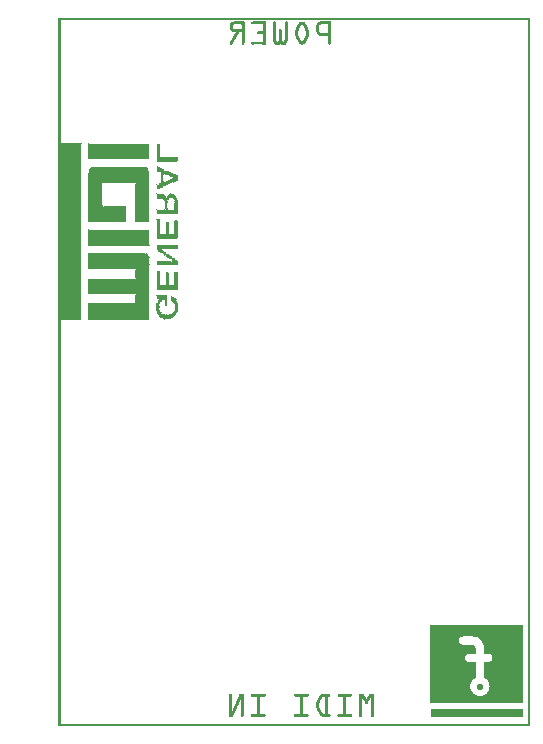
<source format=gbo>
G04 MADE WITH FRITZING*
G04 WWW.FRITZING.ORG*
G04 DOUBLE SIDED*
G04 HOLES PLATED*
G04 CONTOUR ON CENTER OF CONTOUR VECTOR*
%ASAXBY*%
%FSLAX23Y23*%
%MOIN*%
%OFA0B0*%
%SFA1.0B1.0*%
%ADD10C,0.023361*%
%ADD11R,0.309167X0.027778*%
%ADD12R,0.001000X0.001000*%
%LNSILK0*%
G90*
G70*
G54D10*
X1406Y133D03*
G54D11*
X1395Y44D03*
G36*
X400Y1392D02*
X399Y1392D01*
X399Y1393D01*
X400Y1393D01*
X400Y1392D01*
G37*
D02*
G36*
X400Y1394D02*
X399Y1394D01*
X399Y1394D01*
X400Y1394D01*
X400Y1394D01*
G37*
D02*
G36*
X400Y1395D02*
X399Y1395D01*
X399Y1396D01*
X400Y1396D01*
X400Y1395D01*
G37*
D02*
G36*
X400Y1400D02*
X399Y1400D01*
X399Y1400D01*
X400Y1400D01*
X400Y1400D01*
G37*
D02*
G36*
X400Y1401D02*
X399Y1401D01*
X399Y1402D01*
X400Y1402D01*
X400Y1401D01*
G37*
D02*
G36*
X400Y1402D02*
X399Y1402D01*
X399Y1403D01*
X400Y1403D01*
X400Y1402D01*
G37*
D02*
G36*
X400Y1404D02*
X399Y1404D01*
X399Y1404D01*
X399Y1404D01*
X399Y1404D01*
X400Y1404D01*
X400Y1404D01*
G37*
D02*
G36*
X399Y1390D02*
X399Y1390D01*
X399Y1391D01*
X399Y1391D01*
X399Y1390D01*
G37*
D02*
G36*
X399Y1392D02*
X399Y1392D01*
X399Y1392D01*
X399Y1392D01*
X399Y1392D01*
G37*
D02*
G36*
X399Y1402D02*
X399Y1402D01*
X399Y1402D01*
X399Y1402D01*
X399Y1402D01*
G37*
D02*
G36*
X399Y1405D02*
X399Y1405D01*
X399Y1405D01*
X399Y1405D01*
X399Y1405D01*
G37*
D02*
G36*
X399Y1406D02*
X399Y1406D01*
X399Y1407D01*
X399Y1407D01*
X399Y1406D01*
G37*
D02*
G36*
X399Y1388D02*
X399Y1388D01*
X399Y1389D01*
X399Y1389D01*
X399Y1388D01*
G37*
D02*
G36*
X399Y1393D02*
X399Y1393D01*
X399Y1394D01*
X399Y1394D01*
X399Y1393D01*
G37*
D02*
G36*
X399Y1395D02*
X399Y1395D01*
X399Y1396D01*
X399Y1396D01*
X399Y1395D01*
G37*
D02*
G36*
X399Y1396D02*
X399Y1396D01*
X399Y1397D01*
X399Y1397D01*
X399Y1396D01*
G37*
D02*
G36*
X399Y1400D02*
X399Y1400D01*
X399Y1401D01*
X399Y1401D01*
X399Y1400D01*
G37*
D02*
G36*
X399Y1408D02*
X399Y1408D01*
X399Y1409D01*
X399Y1409D01*
X399Y1408D01*
G37*
D02*
G36*
X399Y1386D02*
X398Y1386D01*
X398Y1387D01*
X399Y1387D01*
X399Y1386D01*
G37*
D02*
G36*
X399Y1391D02*
X398Y1391D01*
X398Y1393D01*
X399Y1393D01*
X399Y1391D01*
G37*
D02*
G36*
X399Y1405D02*
X398Y1405D01*
X398Y1406D01*
X399Y1406D01*
X399Y1405D01*
G37*
D02*
G36*
X399Y1407D02*
X398Y1407D01*
X398Y1408D01*
X399Y1408D01*
X399Y1407D01*
G37*
D02*
G36*
X399Y1410D02*
X398Y1410D01*
X398Y1410D01*
X399Y1410D01*
X399Y1410D01*
G37*
D02*
G36*
X399Y1410D02*
X398Y1410D01*
X398Y1411D01*
X399Y1411D01*
X399Y1410D01*
G37*
D02*
G36*
X398Y1389D02*
X398Y1389D01*
X398Y1389D01*
X398Y1389D01*
X398Y1389D01*
G37*
D02*
G36*
X398Y1400D02*
X398Y1400D01*
X398Y1401D01*
X398Y1401D01*
X398Y1400D01*
G37*
D02*
G36*
X398Y1402D02*
X398Y1402D01*
X398Y1403D01*
X398Y1403D01*
X398Y1402D01*
G37*
D02*
G36*
X398Y1411D02*
X398Y1411D01*
X398Y1412D01*
X398Y1412D01*
X398Y1411D01*
G37*
D02*
G36*
X398Y1384D02*
X398Y1384D01*
X398Y1384D01*
X398Y1384D01*
X398Y1384D01*
G37*
D02*
G36*
X398Y1386D02*
X398Y1386D01*
X398Y1387D01*
X398Y1387D01*
X398Y1386D01*
G37*
D02*
G36*
X398Y1389D02*
X398Y1389D01*
X398Y1390D01*
X398Y1390D01*
X398Y1389D01*
G37*
D02*
G36*
X398Y1391D02*
X398Y1391D01*
X398Y1391D01*
X398Y1391D01*
X398Y1391D01*
G37*
D02*
G36*
X398Y1382D02*
X397Y1382D01*
X397Y1382D01*
X398Y1382D01*
X398Y1382D01*
G37*
D02*
G36*
X398Y1383D02*
X397Y1383D01*
X397Y1383D01*
X398Y1383D01*
X398Y1383D01*
G37*
D02*
G36*
X398Y1414D02*
X397Y1414D01*
X397Y1414D01*
X398Y1414D01*
X398Y1414D01*
G37*
D02*
G36*
X398Y1455D02*
X397Y1455D01*
X397Y1456D01*
X398Y1456D01*
X398Y1455D01*
G37*
D02*
G36*
X398Y1457D02*
X397Y1457D01*
X397Y1518D01*
X398Y1518D01*
X398Y1457D01*
G37*
D02*
G36*
X398Y1518D02*
X397Y1518D01*
X397Y1518D01*
X398Y1518D01*
X398Y1518D01*
G37*
D02*
G36*
X398Y1535D02*
X397Y1535D01*
X397Y1536D01*
X398Y1536D01*
X398Y1535D01*
G37*
D02*
G36*
X398Y1536D02*
X397Y1536D01*
X397Y1552D01*
X398Y1552D01*
X398Y1536D01*
G37*
D02*
G36*
X398Y1553D02*
X397Y1553D01*
X397Y1553D01*
X398Y1553D01*
X398Y1553D01*
G37*
D02*
G36*
X398Y1554D02*
X397Y1554D01*
X397Y1554D01*
X398Y1554D01*
X398Y1554D01*
G37*
D02*
G36*
X398Y1590D02*
X397Y1590D01*
X397Y1590D01*
X398Y1590D01*
X398Y1590D01*
G37*
D02*
G36*
X398Y1591D02*
X397Y1591D01*
X397Y1605D01*
X329Y1605D01*
X329Y1605D01*
X328Y1605D01*
X328Y1605D01*
X326Y1605D01*
X326Y1605D01*
X398Y1605D01*
X398Y1591D01*
G37*
D02*
G36*
X398Y1606D02*
X397Y1606D01*
X397Y1606D01*
X326Y1606D01*
X326Y1606D01*
X398Y1606D01*
X398Y1606D01*
G37*
D02*
G36*
X398Y1625D02*
X397Y1625D01*
X397Y1686D01*
X398Y1686D01*
X398Y1625D01*
G37*
D02*
G36*
X398Y1686D02*
X397Y1686D01*
X397Y1687D01*
X398Y1687D01*
X398Y1686D01*
G37*
D02*
G36*
X398Y1688D02*
X397Y1688D01*
X397Y1688D01*
X398Y1688D01*
X398Y1688D01*
G37*
D02*
G36*
X398Y1706D02*
X397Y1706D01*
X397Y1708D01*
X398Y1708D01*
X398Y1706D01*
G37*
D02*
G36*
X398Y1709D02*
X397Y1709D01*
X397Y1749D01*
X398Y1749D01*
X398Y1709D01*
G37*
D02*
G36*
X398Y1749D02*
X397Y1749D01*
X397Y1751D01*
X398Y1751D01*
X398Y1749D01*
G37*
D02*
G36*
X398Y1751D02*
X397Y1751D01*
X397Y1752D01*
X398Y1752D01*
X398Y1751D01*
G37*
D02*
G36*
X398Y1752D02*
X397Y1752D01*
X397Y1754D01*
X398Y1754D01*
X398Y1752D01*
G37*
D02*
G36*
X398Y1754D02*
X397Y1754D01*
X397Y1755D01*
X398Y1755D01*
X398Y1754D01*
G37*
D02*
G36*
X398Y1819D02*
X397Y1819D01*
X397Y1838D01*
X396Y1838D01*
X396Y1838D01*
X396Y1838D01*
X396Y1839D01*
X396Y1839D01*
X396Y1839D01*
X397Y1839D01*
X397Y1838D01*
X397Y1838D01*
X397Y1839D01*
X398Y1839D01*
X398Y1819D01*
G37*
D02*
G36*
X397Y1819D02*
X397Y1819D01*
X397Y1819D01*
X397Y1819D01*
X397Y1819D01*
G37*
D02*
G36*
X398Y1839D02*
X397Y1839D01*
X397Y1839D01*
X398Y1839D01*
X398Y1839D01*
G37*
D02*
G36*
X398Y1883D02*
X397Y1883D01*
X397Y1883D01*
X398Y1883D01*
X398Y1883D01*
G37*
D02*
G36*
X398Y1884D02*
X397Y1884D01*
X397Y1884D01*
X398Y1884D01*
X398Y1884D01*
G37*
D02*
G36*
X398Y1899D02*
X397Y1899D01*
X397Y1899D01*
X398Y1899D01*
X398Y1899D01*
G37*
D02*
G36*
X398Y1900D02*
X397Y1900D01*
X397Y1900D01*
X398Y1900D01*
X398Y1900D01*
G37*
D02*
G36*
X397Y1381D02*
X397Y1381D01*
X397Y1381D01*
X397Y1381D01*
X397Y1381D01*
G37*
D02*
G36*
X397Y1381D02*
X397Y1381D01*
X397Y1382D01*
X397Y1382D01*
X397Y1381D01*
G37*
D02*
G36*
X397Y1415D02*
X397Y1415D01*
X397Y1416D01*
X397Y1416D01*
X397Y1415D01*
G37*
D02*
G36*
X397Y1456D02*
X396Y1456D01*
X396Y1457D01*
X397Y1457D01*
X397Y1457D01*
X397Y1457D01*
X397Y1456D01*
G37*
D02*
G36*
X397Y1457D02*
X396Y1457D01*
X396Y1517D01*
X396Y1517D01*
X396Y1516D01*
X397Y1516D01*
X397Y1457D01*
G37*
D02*
G36*
X396Y1456D02*
X396Y1456D01*
X396Y1518D01*
X396Y1518D01*
X396Y1456D01*
G37*
D02*
G36*
X396Y1456D02*
X396Y1456D01*
X396Y1518D01*
X396Y1518D01*
X396Y1456D01*
G37*
D02*
G36*
X396Y1456D02*
X395Y1456D01*
X395Y1515D01*
X389Y1515D01*
X389Y1516D01*
X395Y1516D01*
X395Y1516D01*
X395Y1516D01*
X395Y1516D01*
X395Y1516D01*
X395Y1517D01*
X396Y1517D01*
X396Y1456D01*
G37*
D02*
G36*
X395Y1456D02*
X389Y1456D01*
X389Y1515D01*
X395Y1515D01*
X395Y1456D01*
G37*
D02*
G36*
X389Y1456D02*
X389Y1456D01*
X389Y1517D01*
X389Y1517D01*
X389Y1456D01*
G37*
D02*
G36*
X389Y1456D02*
X389Y1456D01*
X389Y1517D01*
X389Y1517D01*
X389Y1456D01*
G37*
D02*
G36*
X389Y1456D02*
X387Y1456D01*
X387Y1473D01*
X386Y1473D01*
X386Y1476D01*
X386Y1476D01*
X386Y1517D01*
X386Y1517D01*
X386Y1516D01*
X387Y1516D01*
X387Y1517D01*
X389Y1517D01*
X389Y1456D01*
G37*
D02*
G36*
X387Y1456D02*
X383Y1456D01*
X383Y1471D01*
X387Y1471D01*
X387Y1456D01*
G37*
D02*
G36*
X387Y1471D02*
X386Y1471D01*
X386Y1471D01*
X387Y1471D01*
X387Y1471D01*
G37*
D02*
G36*
X387Y1472D02*
X386Y1472D01*
X386Y1472D01*
X387Y1472D01*
X387Y1472D01*
G37*
D02*
G36*
X386Y1472D02*
X386Y1472D01*
X386Y1473D01*
X386Y1473D01*
X386Y1473D01*
X386Y1473D01*
X386Y1473D01*
X386Y1473D01*
X386Y1472D01*
G37*
D02*
G36*
X383Y1471D02*
X383Y1471D01*
X383Y1471D01*
X383Y1471D01*
X383Y1471D01*
G37*
D02*
G36*
X383Y1456D02*
X383Y1456D01*
X383Y1471D01*
X383Y1471D01*
X383Y1456D01*
G37*
D02*
G36*
X383Y1456D02*
X383Y1456D01*
X383Y1471D01*
X383Y1471D01*
X383Y1456D01*
G37*
D02*
G36*
X383Y1456D02*
X382Y1456D01*
X382Y1471D01*
X381Y1471D01*
X381Y1471D01*
X373Y1471D01*
X373Y1471D01*
X373Y1471D01*
X373Y1471D01*
X372Y1471D01*
X372Y1472D01*
X381Y1472D01*
X381Y1471D01*
X383Y1471D01*
X383Y1456D01*
G37*
D02*
G36*
X382Y1456D02*
X372Y1456D01*
X372Y1471D01*
X382Y1471D01*
X382Y1456D01*
G37*
D02*
G36*
X372Y1456D02*
X372Y1456D01*
X372Y1472D01*
X372Y1472D01*
X372Y1456D01*
G37*
D02*
G36*
X372Y1456D02*
X372Y1456D01*
X372Y1472D01*
X372Y1472D01*
X372Y1456D01*
G37*
D02*
G36*
X372Y1456D02*
X369Y1456D01*
X369Y1471D01*
X369Y1471D01*
X369Y1472D01*
X369Y1472D01*
X369Y1472D01*
X369Y1472D01*
X369Y1472D01*
X370Y1472D01*
X370Y1471D01*
X370Y1471D01*
X370Y1471D01*
X370Y1471D01*
X370Y1471D01*
X372Y1471D01*
X372Y1456D01*
G37*
D02*
G36*
X370Y1473D02*
X370Y1473D01*
X370Y1473D01*
X370Y1473D01*
X370Y1473D01*
G37*
D02*
G36*
X370Y1513D02*
X370Y1513D01*
X370Y1513D01*
X370Y1513D01*
X370Y1513D01*
G37*
D02*
G36*
X370Y1473D02*
X369Y1473D01*
X369Y1513D01*
X370Y1513D01*
X370Y1473D01*
G37*
D02*
G36*
X370Y1473D02*
X369Y1473D01*
X369Y1513D01*
X370Y1513D01*
X370Y1473D01*
G37*
D02*
G36*
X370Y1513D02*
X369Y1513D01*
X369Y1514D01*
X369Y1514D01*
X369Y1515D01*
X370Y1515D01*
X370Y1513D01*
G37*
D02*
G36*
X369Y1456D02*
X369Y1456D01*
X369Y1471D01*
X368Y1471D01*
X368Y1471D01*
X369Y1471D01*
X369Y1471D01*
X369Y1471D01*
X369Y1456D01*
G37*
D02*
G36*
X369Y1513D02*
X369Y1513D01*
X369Y1514D01*
X369Y1514D01*
X369Y1513D01*
G37*
D02*
G36*
X369Y1513D02*
X369Y1513D01*
X369Y1514D01*
X369Y1514D01*
X369Y1513D01*
G37*
D02*
G36*
X369Y1473D02*
X369Y1473D01*
X369Y1473D01*
X368Y1473D01*
X368Y1513D01*
X369Y1513D01*
X369Y1513D01*
X369Y1513D01*
X369Y1473D01*
G37*
D02*
G36*
X369Y1513D02*
X368Y1513D01*
X368Y1513D01*
X369Y1513D01*
X369Y1513D01*
G37*
D02*
G36*
X369Y1456D02*
X368Y1456D01*
X368Y1471D01*
X369Y1471D01*
X369Y1456D01*
G37*
D02*
G36*
X369Y1473D02*
X368Y1473D01*
X368Y1473D01*
X369Y1473D01*
X369Y1473D01*
G37*
D02*
G36*
X368Y1456D02*
X368Y1456D01*
X368Y1513D01*
X368Y1513D01*
X368Y1456D01*
G37*
D02*
G36*
X368Y1456D02*
X368Y1456D01*
X368Y1513D01*
X368Y1513D01*
X368Y1456D01*
G37*
D02*
G36*
X368Y1456D02*
X368Y1456D01*
X368Y1513D01*
X368Y1513D01*
X368Y1456D01*
G37*
D02*
G36*
X368Y1456D02*
X368Y1456D01*
X368Y1513D01*
X368Y1513D01*
X368Y1456D01*
G37*
D02*
G36*
X368Y1456D02*
X368Y1456D01*
X368Y1513D01*
X368Y1513D01*
X368Y1456D01*
G37*
D02*
G36*
X368Y1456D02*
X366Y1456D01*
X366Y1513D01*
X360Y1513D01*
X360Y1514D01*
X366Y1514D01*
X366Y1513D01*
X368Y1513D01*
X368Y1456D01*
G37*
D02*
G36*
X366Y1456D02*
X359Y1456D01*
X359Y1473D01*
X360Y1473D01*
X360Y1471D01*
X360Y1471D01*
X360Y1473D01*
X360Y1473D01*
X360Y1513D01*
X366Y1513D01*
X366Y1456D01*
G37*
D02*
G36*
X360Y1476D02*
X360Y1476D01*
X360Y1513D01*
X360Y1513D01*
X360Y1476D01*
G37*
D02*
G36*
X360Y1476D02*
X360Y1476D01*
X360Y1513D01*
X360Y1513D01*
X360Y1476D01*
G37*
D02*
G36*
X360Y1513D02*
X360Y1513D01*
X360Y1513D01*
X360Y1513D01*
X360Y1513D01*
X359Y1513D01*
X359Y1513D01*
X360Y1513D01*
X360Y1513D01*
G37*
D02*
G36*
X360Y1476D02*
X359Y1476D01*
X359Y1513D01*
X360Y1513D01*
X360Y1476D01*
G37*
D02*
G36*
X359Y1456D02*
X359Y1456D01*
X359Y1513D01*
X359Y1513D01*
X359Y1456D01*
G37*
D02*
G36*
X359Y1456D02*
X359Y1456D01*
X359Y1513D01*
X359Y1513D01*
X359Y1456D01*
G37*
D02*
G36*
X359Y1456D02*
X359Y1456D01*
X359Y1513D01*
X359Y1513D01*
X359Y1456D01*
G37*
D02*
G36*
X359Y1456D02*
X359Y1456D01*
X359Y1513D01*
X358Y1513D01*
X358Y1513D01*
X359Y1513D01*
X359Y1456D01*
G37*
D02*
G36*
X359Y1456D02*
X341Y1456D01*
X341Y1471D01*
X342Y1471D01*
X342Y1471D01*
X356Y1471D01*
X356Y1471D01*
X356Y1471D01*
X356Y1471D01*
X358Y1471D01*
X358Y1471D01*
X358Y1471D01*
X358Y1471D01*
X359Y1471D01*
X359Y1456D01*
G37*
D02*
G36*
X355Y1471D02*
X341Y1471D01*
X341Y1472D01*
X355Y1472D01*
X355Y1471D01*
G37*
D02*
G36*
X341Y1456D02*
X340Y1456D01*
X340Y1472D01*
X341Y1472D01*
X341Y1456D01*
G37*
D02*
G36*
X341Y1456D02*
X340Y1456D01*
X340Y1472D01*
X341Y1472D01*
X341Y1456D01*
G37*
D02*
G36*
X340Y1456D02*
X337Y1456D01*
X337Y1471D01*
X337Y1471D01*
X337Y1472D01*
X337Y1472D01*
X337Y1471D01*
X338Y1471D01*
X338Y1471D01*
X339Y1471D01*
X339Y1471D01*
X339Y1471D01*
X339Y1471D01*
X340Y1471D01*
X340Y1471D01*
X340Y1471D01*
X340Y1456D01*
G37*
D02*
G36*
X340Y1471D02*
X340Y1471D01*
X340Y1472D01*
X340Y1472D01*
X340Y1471D01*
G37*
D02*
G36*
X338Y1473D02*
X337Y1473D01*
X337Y1518D01*
X337Y1518D01*
X337Y1519D01*
X338Y1519D01*
X338Y1473D01*
G37*
D02*
G36*
X337Y1456D02*
X337Y1456D01*
X337Y1471D01*
X337Y1471D01*
X337Y1456D01*
G37*
D02*
G36*
X337Y1472D02*
X337Y1472D01*
X337Y1473D01*
X337Y1473D01*
X337Y1472D01*
G37*
D02*
G36*
X337Y1473D02*
X337Y1473D01*
X337Y1476D01*
X337Y1476D01*
X337Y1473D01*
G37*
D02*
G36*
X337Y1456D02*
X337Y1456D01*
X337Y1519D01*
X337Y1519D01*
X337Y1456D01*
G37*
D02*
G36*
X337Y1456D02*
X337Y1456D01*
X337Y1519D01*
X337Y1519D01*
X337Y1456D01*
G37*
D02*
G36*
X337Y1456D02*
X337Y1456D01*
X337Y1519D01*
X337Y1519D01*
X337Y1456D01*
G37*
D02*
G36*
X337Y1456D02*
X337Y1456D01*
X337Y1519D01*
X337Y1519D01*
X337Y1456D01*
G37*
D02*
G36*
X337Y1456D02*
X337Y1456D01*
X337Y1519D01*
X337Y1519D01*
X337Y1456D01*
G37*
D02*
G36*
X337Y1456D02*
X329Y1456D01*
X329Y1456D01*
X329Y1456D01*
X329Y1457D01*
X328Y1457D01*
X328Y1519D01*
X329Y1519D01*
X329Y1520D01*
X329Y1520D01*
X329Y1519D01*
X337Y1519D01*
X337Y1456D01*
G37*
D02*
G36*
X329Y1456D02*
X328Y1456D01*
X328Y1457D01*
X329Y1457D01*
X329Y1456D01*
G37*
D02*
G36*
X397Y1755D02*
X397Y1755D01*
X397Y1755D01*
X396Y1755D01*
X396Y1756D01*
X397Y1756D01*
X397Y1756D01*
X397Y1756D01*
X397Y1756D01*
X397Y1756D01*
X397Y1755D01*
G37*
D02*
G36*
X397Y1757D02*
X397Y1757D01*
X397Y1757D01*
X397Y1757D01*
X397Y1757D01*
G37*
D02*
G36*
X397Y1758D02*
X397Y1758D01*
X397Y1759D01*
X397Y1759D01*
X397Y1758D01*
X397Y1758D01*
X397Y1758D01*
G37*
D02*
G36*
X397Y1818D02*
X397Y1818D01*
X397Y1819D01*
X397Y1819D01*
X397Y1818D01*
G37*
D02*
G36*
X397Y1839D02*
X397Y1839D01*
X397Y1840D01*
X397Y1840D01*
X397Y1839D01*
G37*
D02*
G36*
X397Y1416D02*
X397Y1416D01*
X397Y1417D01*
X397Y1417D01*
X397Y1416D01*
G37*
D02*
G36*
X397Y1554D02*
X397Y1554D01*
X397Y1555D01*
X397Y1555D01*
X397Y1554D01*
G37*
D02*
G36*
X397Y1759D02*
X397Y1759D01*
X397Y1760D01*
X397Y1760D01*
X397Y1759D01*
G37*
D02*
G36*
X397Y1839D02*
X396Y1839D01*
X396Y1839D01*
X397Y1839D01*
X397Y1839D01*
G37*
D02*
G36*
X397Y1380D02*
X396Y1380D01*
X396Y1381D01*
X397Y1381D01*
X397Y1380D01*
G37*
D02*
G36*
X397Y1416D02*
X396Y1416D01*
X396Y1416D01*
X396Y1416D01*
X396Y1416D01*
X397Y1416D01*
X397Y1416D01*
G37*
D02*
G36*
X397Y1417D02*
X396Y1417D01*
X396Y1417D01*
X397Y1417D01*
X397Y1417D01*
G37*
D02*
G36*
X397Y1455D02*
X329Y1455D01*
X329Y1455D01*
X395Y1455D01*
X395Y1455D01*
X395Y1455D01*
X395Y1455D01*
X397Y1455D01*
X397Y1455D01*
G37*
D02*
G36*
X397Y1555D02*
X396Y1555D01*
X396Y1555D01*
X397Y1555D01*
X397Y1555D01*
G37*
D02*
G36*
X397Y1760D02*
X396Y1760D01*
X396Y1761D01*
X397Y1761D01*
X397Y1760D01*
G37*
D02*
G36*
X397Y1818D02*
X396Y1818D01*
X396Y1818D01*
X397Y1818D01*
X397Y1818D01*
G37*
D02*
G36*
X397Y1819D02*
X396Y1819D01*
X396Y1819D01*
X397Y1819D01*
X397Y1819D01*
G37*
D02*
G36*
X397Y1840D02*
X396Y1840D01*
X396Y1840D01*
X397Y1840D01*
X397Y1840D01*
G37*
D02*
G36*
X398Y1884D02*
X397Y1884D01*
X397Y1898D01*
X396Y1898D01*
X396Y1899D01*
X398Y1899D01*
X398Y1884D01*
G37*
D02*
G36*
X397Y1884D02*
X396Y1884D01*
X396Y1884D01*
X395Y1884D01*
X395Y1883D01*
X329Y1883D01*
X329Y1884D01*
X397Y1884D01*
X397Y1884D01*
G37*
D02*
G36*
X397Y1885D02*
X396Y1885D01*
X396Y1898D01*
X397Y1898D01*
X397Y1885D01*
G37*
D02*
G36*
X396Y1885D02*
X396Y1885D01*
X396Y1899D01*
X396Y1899D01*
X396Y1885D01*
G37*
D02*
G36*
X396Y1885D02*
X396Y1885D01*
X396Y1899D01*
X396Y1899D01*
X396Y1885D01*
G37*
D02*
G36*
X396Y1885D02*
X338Y1885D01*
X338Y1898D01*
X338Y1898D01*
X338Y1899D01*
X339Y1899D01*
X339Y1898D01*
X339Y1898D01*
X339Y1898D01*
X340Y1898D01*
X340Y1899D01*
X396Y1899D01*
X396Y1885D01*
G37*
D02*
G36*
X339Y1899D02*
X338Y1899D01*
X338Y1899D01*
X338Y1899D01*
X338Y1900D01*
X337Y1900D01*
X337Y1900D01*
X338Y1900D01*
X338Y1900D01*
X339Y1900D01*
X339Y1899D01*
G37*
D02*
G36*
X338Y1898D02*
X338Y1898D01*
X338Y1899D01*
X337Y1899D01*
X337Y1899D01*
X337Y1899D01*
X337Y1899D01*
X338Y1899D01*
X338Y1898D01*
G37*
D02*
G36*
X338Y1901D02*
X338Y1901D01*
X338Y1903D01*
X337Y1903D01*
X337Y1943D01*
X337Y1943D01*
X337Y1903D01*
X338Y1903D01*
X338Y1943D01*
X338Y1943D01*
X338Y1901D01*
G37*
D02*
G36*
X338Y1885D02*
X337Y1885D01*
X337Y1898D01*
X338Y1898D01*
X338Y1885D01*
G37*
D02*
G36*
X338Y1900D02*
X337Y1900D01*
X337Y1901D01*
X338Y1901D01*
X338Y1900D01*
G37*
D02*
G36*
X338Y1902D02*
X337Y1902D01*
X337Y1902D01*
X338Y1902D01*
X338Y1902D01*
G37*
D02*
G36*
X337Y1900D02*
X337Y1900D01*
X337Y1902D01*
X337Y1902D01*
X337Y1900D01*
G37*
D02*
G36*
X337Y1900D02*
X337Y1900D01*
X337Y1902D01*
X337Y1902D01*
X337Y1900D01*
G37*
D02*
G36*
X337Y1885D02*
X337Y1885D01*
X337Y1943D01*
X337Y1943D01*
X337Y1885D01*
G37*
D02*
G36*
X337Y1885D02*
X337Y1885D01*
X337Y1943D01*
X337Y1943D01*
X337Y1885D01*
G37*
D02*
G36*
X337Y1885D02*
X337Y1885D01*
X337Y1943D01*
X337Y1943D01*
X337Y1885D01*
G37*
D02*
G36*
X337Y1885D02*
X337Y1885D01*
X337Y1943D01*
X337Y1943D01*
X337Y1885D01*
G37*
D02*
G36*
X337Y1885D02*
X337Y1885D01*
X337Y1943D01*
X337Y1943D01*
X337Y1885D01*
G37*
D02*
G36*
X337Y1885D02*
X329Y1885D01*
X329Y1943D01*
X337Y1943D01*
X337Y1885D01*
G37*
D02*
G36*
X329Y1883D02*
X329Y1883D01*
X329Y1943D01*
X329Y1943D01*
X329Y1883D01*
G37*
D02*
G36*
X329Y1883D02*
X329Y1883D01*
X329Y1943D01*
X329Y1943D01*
X329Y1883D01*
G37*
D02*
G36*
X329Y1884D02*
X328Y1884D01*
X328Y1884D01*
X328Y1884D01*
X328Y1884D01*
X327Y1884D01*
X327Y1884D01*
X327Y1884D01*
X327Y1884D01*
X329Y1884D01*
X329Y1884D01*
G37*
D02*
G36*
X329Y1885D02*
X328Y1885D01*
X328Y1943D01*
X328Y1943D01*
X328Y1943D01*
X329Y1943D01*
X329Y1885D01*
G37*
D02*
G36*
X328Y1885D02*
X328Y1885D01*
X328Y1885D01*
X328Y1885D01*
X328Y1885D01*
G37*
D02*
G36*
X328Y1885D02*
X327Y1885D01*
X327Y1943D01*
X328Y1943D01*
X328Y1885D01*
G37*
D02*
G36*
X328Y1885D02*
X327Y1885D01*
X327Y1943D01*
X328Y1943D01*
X328Y1885D01*
G37*
D02*
G36*
X327Y1885D02*
X327Y1885D01*
X327Y1943D01*
X326Y1943D01*
X326Y1943D01*
X327Y1943D01*
X327Y1885D01*
G37*
D02*
G36*
X397Y1899D02*
X395Y1899D01*
X395Y1899D01*
X397Y1899D01*
X397Y1899D01*
G37*
D02*
G36*
X396Y1900D02*
X396Y1900D01*
X396Y1900D01*
X395Y1900D01*
X395Y1900D01*
X396Y1900D01*
X396Y1900D01*
G37*
D02*
G36*
X395Y1899D02*
X395Y1899D01*
X395Y1900D01*
X395Y1900D01*
X395Y1899D01*
G37*
D02*
G36*
X395Y1899D02*
X395Y1899D01*
X395Y1900D01*
X395Y1900D01*
X395Y1899D01*
G37*
D02*
G36*
X395Y1899D02*
X340Y1899D01*
X340Y1899D01*
X339Y1899D01*
X339Y1899D01*
X395Y1899D01*
X395Y1899D01*
G37*
D02*
G36*
X396Y1378D02*
X396Y1378D01*
X396Y1379D01*
X396Y1379D01*
X396Y1378D01*
G37*
D02*
G36*
X396Y1417D02*
X396Y1417D01*
X396Y1418D01*
X396Y1418D01*
X396Y1418D01*
X396Y1418D01*
X396Y1417D01*
G37*
D02*
G36*
X396Y1418D02*
X396Y1418D01*
X396Y1418D01*
X396Y1418D01*
X396Y1418D01*
G37*
D02*
G36*
X396Y1555D02*
X396Y1555D01*
X396Y1555D01*
X396Y1555D01*
X396Y1555D01*
G37*
D02*
G36*
X396Y1757D02*
X396Y1757D01*
X396Y1758D01*
X396Y1758D01*
X396Y1757D01*
G37*
D02*
G36*
X396Y1760D02*
X396Y1760D01*
X396Y1760D01*
X395Y1760D01*
X395Y1760D01*
X396Y1760D01*
X396Y1761D01*
X396Y1761D01*
X396Y1760D01*
X396Y1760D01*
X396Y1760D01*
G37*
D02*
G36*
X396Y1761D02*
X396Y1761D01*
X396Y1762D01*
X396Y1762D01*
X396Y1761D01*
G37*
D02*
G36*
X396Y1377D02*
X396Y1377D01*
X396Y1378D01*
X396Y1378D01*
X396Y1377D01*
G37*
D02*
G36*
X396Y1380D02*
X396Y1380D01*
X396Y1381D01*
X396Y1381D01*
X396Y1380D01*
G37*
D02*
G36*
X396Y1415D02*
X396Y1415D01*
X396Y1416D01*
X396Y1416D01*
X396Y1415D01*
G37*
D02*
G36*
X396Y1416D02*
X396Y1416D01*
X396Y1417D01*
X396Y1417D01*
X396Y1416D01*
G37*
D02*
G36*
X396Y1419D02*
X396Y1419D01*
X396Y1419D01*
X396Y1419D01*
X396Y1419D01*
G37*
D02*
G36*
X396Y1759D02*
X396Y1759D01*
X396Y1759D01*
X396Y1759D01*
X396Y1759D01*
G37*
D02*
G36*
X396Y1762D02*
X396Y1762D01*
X396Y1763D01*
X396Y1763D01*
X396Y1762D01*
G37*
D02*
G36*
X396Y1818D02*
X396Y1818D01*
X396Y1818D01*
X396Y1818D01*
X396Y1818D01*
G37*
D02*
G36*
X396Y1818D02*
X395Y1818D01*
X395Y1819D01*
X396Y1819D01*
X396Y1818D01*
G37*
D02*
G36*
X396Y1839D02*
X396Y1839D01*
X396Y1840D01*
X396Y1840D01*
X396Y1839D01*
G37*
D02*
G36*
X396Y1418D02*
X395Y1418D01*
X395Y1419D01*
X396Y1419D01*
X396Y1418D01*
G37*
D02*
G36*
X396Y1419D02*
X395Y1419D01*
X395Y1420D01*
X396Y1420D01*
X396Y1419D01*
G37*
D02*
G36*
X396Y1756D02*
X395Y1756D01*
X395Y1757D01*
X396Y1757D01*
X396Y1756D01*
G37*
D02*
G36*
X396Y1763D02*
X395Y1763D01*
X395Y1764D01*
X396Y1764D01*
X396Y1763D01*
G37*
D02*
G36*
X396Y1839D02*
X395Y1839D01*
X395Y1839D01*
X396Y1839D01*
X396Y1839D01*
G37*
D02*
G36*
X396Y1840D02*
X395Y1840D01*
X395Y1840D01*
X396Y1840D01*
X396Y1840D01*
G37*
D02*
G36*
X395Y1376D02*
X395Y1376D01*
X395Y1377D01*
X395Y1377D01*
X395Y1376D01*
G37*
D02*
G36*
X395Y1420D02*
X395Y1420D01*
X395Y1421D01*
X395Y1421D01*
X395Y1420D01*
G37*
D02*
G36*
X395Y1554D02*
X395Y1554D01*
X395Y1555D01*
X395Y1555D01*
X395Y1555D01*
X395Y1555D01*
X395Y1554D01*
G37*
D02*
G36*
X395Y1764D02*
X395Y1764D01*
X395Y1765D01*
X395Y1765D01*
X395Y1764D01*
G37*
D02*
G36*
X395Y1817D02*
X395Y1817D01*
X395Y1818D01*
X395Y1818D01*
X395Y1817D01*
G37*
D02*
G36*
X395Y1840D02*
X395Y1840D01*
X395Y1840D01*
X395Y1840D01*
X395Y1840D01*
G37*
D02*
G36*
X395Y1375D02*
X395Y1375D01*
X395Y1375D01*
X395Y1375D01*
X395Y1375D01*
G37*
D02*
G36*
X395Y1376D02*
X394Y1376D01*
X394Y1376D01*
X395Y1376D01*
X395Y1376D01*
G37*
D02*
G36*
X395Y1420D02*
X395Y1420D01*
X395Y1420D01*
X395Y1420D01*
X395Y1420D01*
G37*
D02*
G36*
X395Y1421D02*
X395Y1421D01*
X395Y1421D01*
X395Y1421D01*
X395Y1421D01*
G37*
D02*
G36*
X395Y1555D02*
X395Y1555D01*
X395Y1555D01*
X395Y1555D01*
X395Y1555D01*
G37*
D02*
G36*
X395Y1763D02*
X395Y1763D01*
X395Y1763D01*
X395Y1763D01*
X395Y1763D01*
G37*
D02*
G36*
X395Y1422D02*
X394Y1422D01*
X394Y1422D01*
X395Y1422D01*
X395Y1422D01*
G37*
D02*
G36*
X395Y1555D02*
X394Y1555D01*
X394Y1556D01*
X393Y1556D01*
X393Y1556D01*
X394Y1556D01*
X394Y1556D01*
X395Y1556D01*
X395Y1555D01*
G37*
D02*
G36*
X395Y1556D02*
X394Y1556D01*
X394Y1556D01*
X395Y1556D01*
X395Y1556D01*
G37*
D02*
G36*
X395Y1625D02*
X329Y1625D01*
X329Y1625D01*
X395Y1625D01*
X395Y1625D01*
G37*
D02*
G36*
X395Y1764D02*
X394Y1764D01*
X394Y1765D01*
X395Y1765D01*
X395Y1764D01*
G37*
D02*
G36*
X395Y1817D02*
X394Y1817D01*
X394Y1817D01*
X394Y1817D01*
X394Y1818D01*
X395Y1818D01*
X395Y1817D01*
G37*
D02*
G36*
X395Y1818D02*
X394Y1818D01*
X394Y1818D01*
X394Y1818D01*
X394Y1819D01*
X395Y1819D01*
X395Y1818D01*
G37*
D02*
G36*
X394Y1374D02*
X394Y1374D01*
X394Y1374D01*
X394Y1374D01*
X394Y1374D01*
G37*
D02*
G36*
X394Y1421D02*
X394Y1421D01*
X394Y1421D01*
X394Y1421D01*
X394Y1421D01*
G37*
D02*
G36*
X394Y1422D02*
X394Y1422D01*
X394Y1423D01*
X394Y1423D01*
X394Y1422D01*
G37*
D02*
G36*
X394Y1765D02*
X394Y1765D01*
X394Y1765D01*
X394Y1765D01*
X394Y1765D01*
G37*
D02*
G36*
X394Y1766D02*
X394Y1766D01*
X394Y1767D01*
X394Y1767D01*
X394Y1766D01*
G37*
D02*
G36*
X394Y1840D02*
X394Y1840D01*
X394Y1841D01*
X394Y1841D01*
X394Y1840D01*
G37*
D02*
G36*
X394Y1373D02*
X394Y1373D01*
X394Y1374D01*
X394Y1374D01*
X394Y1373D01*
G37*
D02*
G36*
X394Y1374D02*
X394Y1374D01*
X394Y1375D01*
X394Y1375D01*
X394Y1374D01*
G37*
D02*
G36*
X394Y1375D02*
X394Y1375D01*
X394Y1376D01*
X394Y1376D01*
X394Y1375D01*
G37*
D02*
G36*
X394Y1557D02*
X393Y1557D01*
X393Y1557D01*
X394Y1557D01*
X394Y1557D01*
G37*
D02*
G36*
X394Y1819D02*
X393Y1819D01*
X393Y1819D01*
X394Y1819D01*
X394Y1819D01*
G37*
D02*
G36*
X394Y1841D02*
X393Y1841D01*
X393Y1841D01*
X394Y1841D01*
X394Y1841D01*
G37*
D02*
G36*
X394Y1373D02*
X393Y1373D01*
X393Y1373D01*
X394Y1373D01*
X394Y1373D01*
G37*
D02*
G36*
X394Y1375D02*
X393Y1375D01*
X393Y1375D01*
X394Y1375D01*
X394Y1375D01*
G37*
D02*
G36*
X394Y1376D02*
X393Y1376D01*
X393Y1376D01*
X394Y1376D01*
X394Y1376D01*
G37*
D02*
G36*
X394Y1421D02*
X393Y1421D01*
X393Y1421D01*
X394Y1421D01*
X394Y1421D01*
G37*
D02*
G36*
X394Y1422D02*
X393Y1422D01*
X393Y1423D01*
X394Y1423D01*
X394Y1422D01*
G37*
D02*
G36*
X394Y1423D02*
X393Y1423D01*
X393Y1424D01*
X394Y1424D01*
X394Y1423D01*
G37*
D02*
G36*
X394Y1768D02*
X393Y1768D01*
X393Y1768D01*
X394Y1768D01*
X394Y1768D01*
G37*
D02*
G36*
X394Y1817D02*
X393Y1817D01*
X393Y1818D01*
X393Y1818D01*
X393Y1818D01*
X394Y1818D01*
X394Y1817D01*
G37*
D02*
G36*
X393Y1372D02*
X393Y1372D01*
X393Y1373D01*
X393Y1373D01*
X393Y1372D01*
G37*
D02*
G36*
X393Y1373D02*
X393Y1373D01*
X393Y1374D01*
X393Y1374D01*
X393Y1373D01*
G37*
D02*
G36*
X393Y1374D02*
X393Y1374D01*
X393Y1375D01*
X393Y1375D01*
X393Y1374D01*
G37*
D02*
G36*
X393Y1375D02*
X393Y1375D01*
X393Y1376D01*
X393Y1376D01*
X393Y1375D01*
G37*
D02*
G36*
X393Y1421D02*
X393Y1421D01*
X393Y1422D01*
X393Y1422D01*
X393Y1421D01*
G37*
D02*
G36*
X393Y1423D02*
X393Y1423D01*
X393Y1423D01*
X393Y1423D01*
X393Y1423D01*
X393Y1423D01*
X393Y1423D01*
G37*
D02*
G36*
X393Y1424D02*
X393Y1424D01*
X393Y1424D01*
X393Y1424D01*
X393Y1424D01*
G37*
D02*
G36*
X393Y1555D02*
X392Y1555D01*
X392Y1555D01*
X392Y1555D01*
X392Y1556D01*
X393Y1556D01*
X393Y1555D01*
X393Y1555D01*
X393Y1555D01*
G37*
D02*
G36*
X393Y1556D02*
X393Y1556D01*
X393Y1556D01*
X393Y1556D01*
X393Y1556D01*
G37*
D02*
G36*
X393Y1557D02*
X393Y1557D01*
X393Y1557D01*
X393Y1557D01*
X393Y1557D01*
G37*
D02*
G36*
X393Y1765D02*
X393Y1765D01*
X393Y1765D01*
X393Y1765D01*
X393Y1765D01*
G37*
D02*
G36*
X393Y1767D02*
X393Y1767D01*
X393Y1767D01*
X393Y1767D01*
X393Y1767D01*
G37*
D02*
G36*
X393Y1817D02*
X393Y1817D01*
X393Y1816D01*
X392Y1816D01*
X392Y1817D01*
X393Y1817D01*
X393Y1817D01*
X393Y1817D01*
X393Y1817D01*
G37*
D02*
G36*
X393Y1818D02*
X393Y1818D01*
X393Y1818D01*
X392Y1818D01*
X392Y1818D01*
X393Y1818D01*
X393Y1818D01*
G37*
D02*
G36*
X393Y1372D02*
X393Y1372D01*
X393Y1372D01*
X393Y1372D01*
X393Y1372D01*
G37*
D02*
G36*
X393Y1373D02*
X393Y1373D01*
X393Y1373D01*
X393Y1373D01*
X393Y1373D01*
G37*
D02*
G36*
X393Y1374D02*
X393Y1374D01*
X393Y1374D01*
X393Y1374D01*
X393Y1374D01*
G37*
D02*
G36*
X393Y1424D02*
X393Y1424D01*
X393Y1424D01*
X393Y1424D01*
X393Y1424D01*
G37*
D02*
G36*
X393Y1424D02*
X393Y1424D01*
X393Y1425D01*
X393Y1425D01*
X393Y1424D01*
G37*
D02*
G36*
X393Y1556D02*
X393Y1556D01*
X393Y1557D01*
X393Y1557D01*
X393Y1556D01*
G37*
D02*
G36*
X393Y1557D02*
X393Y1557D01*
X393Y1558D01*
X393Y1558D01*
X393Y1557D01*
G37*
D02*
G36*
X393Y1768D02*
X393Y1768D01*
X393Y1769D01*
X393Y1769D01*
X393Y1768D01*
G37*
D02*
G36*
X393Y1841D02*
X393Y1841D01*
X393Y1841D01*
X393Y1841D01*
X393Y1841D01*
G37*
D02*
G36*
X393Y1372D02*
X392Y1372D01*
X392Y1372D01*
X393Y1372D01*
X393Y1372D01*
G37*
D02*
G36*
X393Y1373D02*
X392Y1373D01*
X392Y1373D01*
X393Y1373D01*
X393Y1373D01*
G37*
D02*
G36*
X393Y1373D02*
X392Y1373D01*
X392Y1374D01*
X393Y1374D01*
X393Y1373D01*
G37*
D02*
G36*
X393Y1422D02*
X392Y1422D01*
X392Y1423D01*
X393Y1423D01*
X393Y1422D01*
G37*
D02*
G36*
X393Y1423D02*
X392Y1423D01*
X392Y1424D01*
X393Y1424D01*
X393Y1423D01*
G37*
D02*
G36*
X393Y1425D02*
X392Y1425D01*
X392Y1425D01*
X393Y1425D01*
X393Y1425D01*
G37*
D02*
G36*
X393Y1768D02*
X392Y1768D01*
X392Y1768D01*
X393Y1768D01*
X393Y1768D01*
G37*
D02*
G36*
X392Y1556D02*
X392Y1556D01*
X392Y1557D01*
X392Y1557D01*
X392Y1556D01*
G37*
D02*
G36*
X392Y1558D02*
X392Y1558D01*
X392Y1558D01*
X392Y1558D01*
X392Y1558D01*
G37*
D02*
G36*
X392Y1769D02*
X392Y1769D01*
X392Y1769D01*
X392Y1769D01*
X392Y1769D01*
G37*
D02*
G36*
X392Y1817D02*
X392Y1817D01*
X392Y1817D01*
X392Y1817D01*
X392Y1817D01*
G37*
D02*
G36*
X392Y1841D02*
X392Y1841D01*
X392Y1842D01*
X392Y1842D01*
X392Y1841D01*
G37*
D02*
G36*
X392Y1370D02*
X392Y1370D01*
X392Y1371D01*
X392Y1371D01*
X392Y1370D01*
G37*
D02*
G36*
X392Y1558D02*
X392Y1558D01*
X392Y1558D01*
X391Y1558D01*
X391Y1558D01*
X391Y1558D01*
X391Y1559D01*
X391Y1559D01*
X391Y1558D01*
X392Y1558D01*
X392Y1558D01*
G37*
D02*
G36*
X392Y1770D02*
X392Y1770D01*
X392Y1770D01*
X392Y1770D01*
X392Y1770D01*
G37*
D02*
G36*
X392Y1842D02*
X392Y1842D01*
X392Y1842D01*
X392Y1842D01*
X392Y1842D01*
G37*
D02*
G36*
X392Y1370D02*
X391Y1370D01*
X391Y1370D01*
X392Y1370D01*
X392Y1370D01*
G37*
D02*
G36*
X392Y1371D02*
X391Y1371D01*
X391Y1371D01*
X392Y1371D01*
X392Y1371D01*
G37*
D02*
G36*
X392Y1557D02*
X391Y1557D01*
X391Y1557D01*
X392Y1557D01*
X392Y1557D01*
G37*
D02*
G36*
X392Y1770D02*
X391Y1770D01*
X391Y1770D01*
X392Y1770D01*
X392Y1770D01*
G37*
D02*
G36*
X392Y1771D02*
X391Y1771D01*
X391Y1771D01*
X392Y1771D01*
X392Y1771D01*
G37*
D02*
G36*
X392Y1816D02*
X391Y1816D01*
X391Y1816D01*
X391Y1816D01*
X391Y1816D01*
X392Y1816D01*
X392Y1816D01*
G37*
D02*
G36*
X391Y1370D02*
X391Y1370D01*
X391Y1370D01*
X391Y1370D01*
X391Y1370D01*
G37*
D02*
G36*
X391Y1425D02*
X391Y1425D01*
X391Y1426D01*
X391Y1426D01*
X391Y1425D01*
G37*
D02*
G36*
X391Y1770D02*
X391Y1770D01*
X391Y1771D01*
X391Y1771D01*
X391Y1770D01*
G37*
D02*
G36*
X391Y1771D02*
X391Y1771D01*
X391Y1771D01*
X391Y1771D01*
X391Y1771D01*
G37*
D02*
G36*
X391Y1842D02*
X391Y1842D01*
X391Y1842D01*
X391Y1842D01*
X391Y1842D01*
G37*
D02*
G36*
X391Y1369D02*
X391Y1369D01*
X391Y1370D01*
X391Y1370D01*
X391Y1369D01*
G37*
D02*
G36*
X391Y1373D02*
X391Y1373D01*
X391Y1373D01*
X391Y1373D01*
X391Y1373D01*
G37*
D02*
G36*
X391Y1427D02*
X391Y1427D01*
X391Y1428D01*
X391Y1428D01*
X391Y1427D01*
G37*
D02*
G36*
X391Y1557D02*
X390Y1557D01*
X390Y1558D01*
X390Y1558D01*
X390Y1558D01*
X391Y1558D01*
X391Y1558D01*
X391Y1558D01*
X391Y1557D01*
G37*
D02*
G36*
X391Y1559D02*
X391Y1559D01*
X391Y1559D01*
X391Y1559D01*
X391Y1559D01*
G37*
D02*
G36*
X391Y1770D02*
X390Y1770D01*
X390Y1770D01*
X391Y1770D01*
X391Y1770D01*
G37*
D02*
G36*
X391Y1771D02*
X391Y1771D01*
X391Y1771D01*
X390Y1771D01*
X390Y1772D01*
X391Y1772D01*
X391Y1771D01*
G37*
D02*
G36*
X391Y1841D02*
X391Y1841D01*
X391Y1841D01*
X390Y1841D01*
X390Y1841D01*
X390Y1841D01*
X390Y1841D01*
X389Y1841D01*
X389Y1842D01*
X390Y1842D01*
X390Y1841D01*
X390Y1841D01*
X390Y1842D01*
X391Y1842D01*
X391Y1841D01*
G37*
D02*
G36*
X391Y1369D02*
X390Y1369D01*
X390Y1369D01*
X390Y1369D01*
X390Y1369D01*
X391Y1369D01*
X391Y1369D01*
G37*
D02*
G36*
X391Y1370D02*
X390Y1370D01*
X390Y1370D01*
X391Y1370D01*
X391Y1370D01*
G37*
D02*
G36*
X391Y1426D02*
X390Y1426D01*
X390Y1427D01*
X391Y1427D01*
X391Y1426D01*
G37*
D02*
G36*
X391Y1428D02*
X390Y1428D01*
X390Y1428D01*
X391Y1428D01*
X391Y1428D01*
G37*
D02*
G36*
X391Y1559D02*
X390Y1559D01*
X390Y1559D01*
X391Y1559D01*
X391Y1559D01*
G37*
D02*
G36*
X391Y1815D02*
X390Y1815D01*
X390Y1816D01*
X391Y1816D01*
X391Y1815D01*
G37*
D02*
G36*
X390Y1427D02*
X390Y1427D01*
X390Y1428D01*
X390Y1428D01*
X390Y1427D01*
G37*
D02*
G36*
X390Y1558D02*
X390Y1558D01*
X390Y1559D01*
X390Y1559D01*
X390Y1558D01*
G37*
D02*
G36*
X390Y1771D02*
X390Y1771D01*
X390Y1771D01*
X390Y1771D01*
X390Y1771D01*
G37*
D02*
G36*
X390Y1772D02*
X390Y1772D01*
X390Y1772D01*
X390Y1772D01*
X390Y1772D01*
G37*
D02*
G36*
X390Y1842D02*
X390Y1842D01*
X390Y1842D01*
X390Y1842D01*
X390Y1842D01*
G37*
D02*
G36*
X390Y1368D02*
X390Y1368D01*
X390Y1369D01*
X390Y1369D01*
X390Y1368D01*
G37*
D02*
G36*
X390Y1427D02*
X389Y1427D01*
X389Y1427D01*
X390Y1427D01*
X390Y1427D01*
G37*
D02*
G36*
X390Y1428D02*
X390Y1428D01*
X390Y1428D01*
X390Y1428D01*
X390Y1428D01*
G37*
D02*
G36*
X390Y1558D02*
X390Y1558D01*
X390Y1558D01*
X390Y1558D01*
X390Y1558D01*
G37*
D02*
G36*
X390Y1559D02*
X390Y1559D01*
X390Y1560D01*
X390Y1560D01*
X390Y1559D01*
G37*
D02*
G36*
X390Y1770D02*
X390Y1770D01*
X390Y1771D01*
X390Y1771D01*
X390Y1770D01*
G37*
D02*
G36*
X390Y1772D02*
X390Y1772D01*
X390Y1772D01*
X390Y1772D01*
X390Y1772D01*
G37*
D02*
G36*
X390Y1772D02*
X390Y1772D01*
X390Y1772D01*
X390Y1772D01*
X390Y1772D01*
G37*
D02*
G36*
X390Y1369D02*
X389Y1369D01*
X389Y1369D01*
X390Y1369D01*
X390Y1369D01*
G37*
D02*
G36*
X390Y1429D02*
X389Y1429D01*
X389Y1429D01*
X390Y1429D01*
X390Y1429D01*
G37*
D02*
G36*
X390Y1557D02*
X389Y1557D01*
X389Y1558D01*
X390Y1558D01*
X390Y1557D01*
G37*
D02*
G36*
X390Y1559D02*
X389Y1559D01*
X389Y1559D01*
X390Y1559D01*
X390Y1559D01*
G37*
D02*
G36*
X390Y1770D02*
X389Y1770D01*
X389Y1770D01*
X390Y1770D01*
X390Y1770D01*
G37*
D02*
G36*
X390Y1772D02*
X389Y1772D01*
X389Y1772D01*
X390Y1772D01*
X390Y1772D01*
G37*
D02*
G36*
X390Y1772D02*
X389Y1772D01*
X389Y1773D01*
X390Y1773D01*
X390Y1772D01*
G37*
D02*
G36*
X390Y1815D02*
X389Y1815D01*
X389Y1815D01*
X390Y1815D01*
X390Y1815D01*
G37*
D02*
G36*
X390Y1842D02*
X389Y1842D01*
X389Y1843D01*
X390Y1843D01*
X390Y1842D01*
G37*
D02*
G36*
X389Y1367D02*
X389Y1367D01*
X389Y1367D01*
X389Y1367D01*
X389Y1367D01*
G37*
D02*
G36*
X389Y1429D02*
X389Y1429D01*
X389Y1429D01*
X389Y1429D01*
X389Y1429D01*
G37*
D02*
G36*
X389Y1773D02*
X389Y1773D01*
X389Y1773D01*
X389Y1773D01*
X389Y1773D01*
G37*
D02*
G36*
X389Y1403D02*
X389Y1403D01*
X389Y1402D01*
X388Y1402D01*
X388Y1403D01*
X388Y1403D01*
X388Y1403D01*
X388Y1403D01*
X388Y1403D01*
X389Y1403D01*
X389Y1404D01*
X389Y1404D01*
X389Y1403D01*
G37*
D02*
G36*
X388Y1402D02*
X388Y1402D01*
X388Y1402D01*
X388Y1402D01*
X388Y1402D01*
G37*
D02*
G36*
X389Y1772D02*
X389Y1772D01*
X389Y1773D01*
X389Y1773D01*
X389Y1772D01*
G37*
D02*
G36*
X389Y1815D02*
X388Y1815D01*
X388Y1815D01*
X389Y1815D01*
X389Y1815D01*
G37*
D02*
G36*
X389Y1366D02*
X388Y1366D01*
X388Y1366D01*
X388Y1366D01*
X388Y1367D01*
X389Y1367D01*
X389Y1366D01*
G37*
D02*
G36*
X389Y1367D02*
X388Y1367D01*
X388Y1368D01*
X389Y1368D01*
X389Y1367D01*
G37*
D02*
G36*
X389Y1429D02*
X388Y1429D01*
X388Y1429D01*
X389Y1429D01*
X389Y1429D01*
G37*
D02*
G36*
X389Y1560D02*
X388Y1560D01*
X388Y1561D01*
X389Y1561D01*
X389Y1560D01*
G37*
D02*
G36*
X389Y1773D02*
X388Y1773D01*
X388Y1773D01*
X388Y1773D01*
X388Y1773D01*
X389Y1773D01*
X389Y1773D01*
G37*
D02*
G36*
X389Y1843D02*
X388Y1843D01*
X388Y1843D01*
X389Y1843D01*
X389Y1843D01*
G37*
D02*
G36*
X388Y1367D02*
X388Y1367D01*
X388Y1367D01*
X388Y1367D01*
X388Y1367D01*
X387Y1367D01*
X387Y1367D01*
X387Y1367D01*
X387Y1367D01*
X387Y1367D01*
X387Y1367D01*
X387Y1367D01*
X387Y1368D01*
X388Y1368D01*
X388Y1367D01*
X388Y1367D01*
X388Y1367D01*
G37*
D02*
G36*
X388Y1368D02*
X388Y1368D01*
X388Y1368D01*
X388Y1368D01*
X388Y1368D01*
X388Y1368D01*
X388Y1368D01*
G37*
D02*
G36*
X388Y1396D02*
X388Y1396D01*
X388Y1397D01*
X388Y1397D01*
X388Y1396D01*
G37*
D02*
G36*
X388Y1406D02*
X388Y1406D01*
X388Y1406D01*
X388Y1406D01*
X388Y1406D01*
G37*
D02*
G36*
X388Y1560D02*
X388Y1560D01*
X388Y1560D01*
X388Y1560D01*
X388Y1560D01*
G37*
D02*
G36*
X388Y1772D02*
X388Y1772D01*
X388Y1773D01*
X388Y1773D01*
X388Y1772D01*
G37*
D02*
G36*
X388Y1816D02*
X388Y1816D01*
X388Y1816D01*
X388Y1816D01*
X388Y1816D01*
G37*
D02*
G36*
X388Y1366D02*
X388Y1366D01*
X388Y1366D01*
X388Y1366D01*
X388Y1366D01*
G37*
D02*
G36*
X388Y1392D02*
X388Y1392D01*
X388Y1392D01*
X388Y1392D01*
X388Y1392D01*
G37*
D02*
G36*
X388Y1394D02*
X388Y1394D01*
X388Y1393D01*
X387Y1393D01*
X387Y1393D01*
X387Y1393D01*
X387Y1393D01*
X387Y1393D01*
X387Y1395D01*
X388Y1395D01*
X388Y1394D01*
G37*
D02*
G36*
X388Y1395D02*
X388Y1395D01*
X388Y1396D01*
X388Y1396D01*
X388Y1395D01*
G37*
D02*
G36*
X388Y1397D02*
X388Y1397D01*
X388Y1398D01*
X388Y1398D01*
X388Y1397D01*
G37*
D02*
G36*
X388Y1404D02*
X388Y1404D01*
X388Y1405D01*
X388Y1405D01*
X388Y1404D01*
G37*
D02*
G36*
X388Y1430D02*
X387Y1430D01*
X387Y1431D01*
X388Y1431D01*
X388Y1430D01*
X388Y1430D01*
X388Y1430D01*
G37*
D02*
G36*
X388Y1560D02*
X387Y1560D01*
X387Y1561D01*
X388Y1561D01*
X388Y1560D01*
X388Y1560D01*
X388Y1560D01*
G37*
D02*
G36*
X388Y1561D02*
X388Y1561D01*
X388Y1561D01*
X388Y1561D01*
X388Y1561D01*
G37*
D02*
G36*
X388Y1772D02*
X388Y1772D01*
X388Y1772D01*
X388Y1772D01*
X388Y1772D01*
G37*
D02*
G36*
X388Y1773D02*
X387Y1773D01*
X387Y1774D01*
X387Y1774D01*
X387Y1774D01*
X388Y1774D01*
X388Y1774D01*
X388Y1774D01*
X388Y1773D01*
G37*
D02*
G36*
X388Y1814D02*
X387Y1814D01*
X387Y1815D01*
X388Y1815D01*
X388Y1815D01*
X388Y1815D01*
X388Y1814D01*
G37*
D02*
G36*
X388Y1815D02*
X387Y1815D01*
X387Y1816D01*
X388Y1816D01*
X388Y1815D01*
G37*
D02*
G36*
X388Y1843D02*
X387Y1843D01*
X387Y1844D01*
X388Y1844D01*
X388Y1843D01*
G37*
D02*
G36*
X388Y1402D02*
X387Y1402D01*
X387Y1403D01*
X388Y1403D01*
X388Y1402D01*
G37*
D02*
G36*
X388Y1403D02*
X387Y1403D01*
X387Y1404D01*
X388Y1404D01*
X388Y1403D01*
G37*
D02*
G36*
X388Y1405D02*
X387Y1405D01*
X387Y1405D01*
X388Y1405D01*
X388Y1405D01*
G37*
D02*
G36*
X388Y1407D02*
X387Y1407D01*
X387Y1407D01*
X388Y1407D01*
X388Y1407D01*
G37*
D02*
G36*
X388Y1561D02*
X387Y1561D01*
X387Y1561D01*
X388Y1561D01*
X388Y1561D01*
G37*
D02*
G36*
X388Y1773D02*
X387Y1773D01*
X387Y1773D01*
X388Y1773D01*
X388Y1773D01*
G37*
D02*
G36*
X387Y1365D02*
X387Y1365D01*
X387Y1366D01*
X387Y1366D01*
X387Y1365D01*
G37*
D02*
G36*
X387Y1405D02*
X387Y1405D01*
X387Y1405D01*
X387Y1405D01*
X387Y1405D01*
G37*
D02*
G36*
X387Y1431D02*
X387Y1431D01*
X387Y1431D01*
X387Y1431D01*
X387Y1431D01*
G37*
D02*
G36*
X387Y1844D02*
X387Y1844D01*
X387Y1844D01*
X387Y1844D01*
X387Y1844D01*
G37*
D02*
G36*
X387Y1366D02*
X387Y1366D01*
X387Y1366D01*
X387Y1366D01*
X387Y1366D01*
G37*
D02*
G36*
X387Y1406D02*
X387Y1406D01*
X387Y1406D01*
X387Y1406D01*
X387Y1406D01*
G37*
D02*
G36*
X387Y1430D02*
X387Y1430D01*
X387Y1430D01*
X387Y1430D01*
X387Y1430D01*
G37*
D02*
G36*
X387Y1431D02*
X387Y1431D01*
X387Y1432D01*
X387Y1432D01*
X387Y1431D01*
G37*
D02*
G36*
X387Y1561D02*
X386Y1561D01*
X386Y1562D01*
X387Y1562D01*
X387Y1561D01*
G37*
D02*
G36*
X387Y1773D02*
X387Y1773D01*
X387Y1773D01*
X387Y1773D01*
X387Y1773D01*
G37*
D02*
G36*
X387Y1774D02*
X387Y1774D01*
X387Y1774D01*
X387Y1774D01*
X387Y1774D01*
G37*
D02*
G36*
X387Y1814D02*
X387Y1814D01*
X387Y1814D01*
X387Y1814D01*
X387Y1814D01*
G37*
D02*
G36*
X387Y1815D02*
X387Y1815D01*
X387Y1815D01*
X387Y1815D01*
X387Y1815D01*
G37*
D02*
G36*
X387Y1816D02*
X387Y1816D01*
X387Y1816D01*
X387Y1816D01*
X387Y1816D01*
G37*
D02*
G36*
X387Y1407D02*
X386Y1407D01*
X386Y1407D01*
X387Y1407D01*
X387Y1407D01*
G37*
D02*
G36*
X387Y1408D02*
X386Y1408D01*
X386Y1409D01*
X387Y1409D01*
X387Y1408D01*
G37*
D02*
G36*
X387Y1518D02*
X386Y1518D01*
X386Y1518D01*
X387Y1518D01*
X387Y1518D01*
G37*
D02*
G36*
X387Y1560D02*
X386Y1560D01*
X386Y1561D01*
X387Y1561D01*
X387Y1560D01*
G37*
D02*
G36*
X387Y1814D02*
X386Y1814D01*
X386Y1813D01*
X385Y1813D01*
X385Y1814D01*
X386Y1814D01*
X386Y1814D01*
X387Y1814D01*
X387Y1814D01*
G37*
D02*
G36*
X386Y1365D02*
X386Y1365D01*
X386Y1365D01*
X386Y1365D01*
X386Y1365D01*
G37*
D02*
G36*
X386Y1365D02*
X386Y1365D01*
X386Y1366D01*
X386Y1366D01*
X386Y1365D01*
G37*
D02*
G36*
X386Y1387D02*
X386Y1387D01*
X386Y1388D01*
X386Y1388D01*
X386Y1387D01*
G37*
D02*
G36*
X386Y1388D02*
X386Y1388D01*
X386Y1389D01*
X386Y1389D01*
X386Y1388D01*
G37*
D02*
G36*
X386Y1410D02*
X386Y1410D01*
X386Y1410D01*
X386Y1410D01*
X386Y1410D01*
G37*
D02*
G36*
X386Y1562D02*
X386Y1562D01*
X386Y1562D01*
X386Y1562D01*
X386Y1562D01*
X386Y1562D01*
X386Y1562D01*
G37*
D02*
G36*
X386Y1724D02*
X386Y1724D01*
X386Y1725D01*
X386Y1725D01*
X386Y1724D01*
G37*
D02*
G36*
X386Y1749D02*
X386Y1749D01*
X386Y1748D01*
X386Y1748D01*
X386Y1749D01*
X386Y1749D01*
X386Y1749D01*
G37*
D02*
G36*
X386Y1750D02*
X386Y1750D01*
X386Y1750D01*
X386Y1750D01*
X386Y1751D01*
X385Y1751D01*
X385Y1752D01*
X386Y1752D01*
X386Y1751D01*
X386Y1751D01*
X386Y1751D01*
X386Y1751D01*
X386Y1750D01*
G37*
D02*
G36*
X386Y1844D02*
X386Y1844D01*
X386Y1844D01*
X386Y1844D01*
X386Y1844D01*
G37*
D02*
G36*
X386Y1365D02*
X386Y1365D01*
X386Y1365D01*
X386Y1365D01*
X386Y1365D01*
G37*
D02*
G36*
X386Y1385D02*
X386Y1385D01*
X386Y1386D01*
X386Y1386D01*
X386Y1385D01*
G37*
D02*
G36*
X386Y1387D02*
X386Y1387D01*
X386Y1387D01*
X386Y1387D01*
X386Y1387D01*
G37*
D02*
G36*
X386Y1409D02*
X386Y1409D01*
X386Y1409D01*
X386Y1409D01*
X386Y1409D01*
G37*
D02*
G36*
X386Y1409D02*
X385Y1409D01*
X385Y1410D01*
X386Y1410D01*
X386Y1410D01*
X386Y1410D01*
X386Y1409D01*
G37*
D02*
G36*
X386Y1410D02*
X386Y1410D01*
X386Y1411D01*
X386Y1411D01*
X386Y1410D01*
G37*
D02*
G36*
X386Y1413D02*
X386Y1413D01*
X386Y1413D01*
X386Y1413D01*
X386Y1413D01*
G37*
D02*
G36*
X386Y1432D02*
X386Y1432D01*
X386Y1432D01*
X386Y1432D01*
X386Y1432D01*
G37*
D02*
G36*
X386Y1473D02*
X386Y1473D01*
X386Y1476D01*
X386Y1476D01*
X386Y1473D01*
G37*
D02*
G36*
X386Y1725D02*
X386Y1725D01*
X386Y1746D01*
X386Y1746D01*
X386Y1725D01*
G37*
D02*
G36*
X386Y1755D02*
X386Y1755D01*
X386Y1756D01*
X386Y1756D01*
X386Y1755D01*
G37*
D02*
G36*
X386Y1814D02*
X386Y1814D01*
X386Y1815D01*
X385Y1815D01*
X385Y1815D01*
X386Y1815D01*
X386Y1814D01*
G37*
D02*
G36*
X386Y1843D02*
X385Y1843D01*
X385Y1844D01*
X386Y1844D01*
X386Y1844D01*
X386Y1844D01*
X386Y1843D01*
G37*
D02*
G36*
X386Y1364D02*
X385Y1364D01*
X385Y1364D01*
X386Y1364D01*
X386Y1364D01*
G37*
D02*
G36*
X386Y1385D02*
X385Y1385D01*
X385Y1385D01*
X386Y1385D01*
X386Y1385D01*
G37*
D02*
G36*
X386Y1411D02*
X385Y1411D01*
X385Y1411D01*
X386Y1411D01*
X386Y1411D01*
G37*
D02*
G36*
X386Y1412D02*
X385Y1412D01*
X385Y1413D01*
X386Y1413D01*
X386Y1412D01*
G37*
D02*
G36*
X386Y1472D02*
X385Y1472D01*
X385Y1473D01*
X386Y1473D01*
X386Y1472D01*
G37*
D02*
G36*
X386Y1473D02*
X385Y1473D01*
X385Y1473D01*
X386Y1473D01*
X386Y1473D01*
G37*
D02*
G36*
X386Y1515D02*
X385Y1515D01*
X385Y1516D01*
X386Y1516D01*
X386Y1515D01*
G37*
D02*
G36*
X386Y1518D02*
X385Y1518D01*
X385Y1518D01*
X386Y1518D01*
X386Y1518D01*
G37*
D02*
G36*
X386Y1643D02*
X385Y1643D01*
X385Y1644D01*
X386Y1644D01*
X386Y1643D01*
G37*
D02*
G36*
X386Y1723D02*
X385Y1723D01*
X385Y1724D01*
X386Y1724D01*
X386Y1723D01*
G37*
D02*
G36*
X386Y1754D02*
X385Y1754D01*
X385Y1754D01*
X386Y1754D01*
X386Y1754D01*
G37*
D02*
G36*
X385Y1363D02*
X385Y1363D01*
X385Y1364D01*
X385Y1364D01*
X385Y1363D01*
G37*
D02*
G36*
X385Y1384D02*
X385Y1384D01*
X385Y1384D01*
X385Y1384D01*
X385Y1384D01*
G37*
D02*
G36*
X385Y1387D02*
X385Y1387D01*
X385Y1387D01*
X385Y1387D01*
X385Y1387D01*
G37*
D02*
G36*
X385Y1410D02*
X385Y1410D01*
X385Y1411D01*
X385Y1411D01*
X385Y1410D01*
G37*
D02*
G36*
X385Y1432D02*
X385Y1432D01*
X385Y1432D01*
X385Y1432D01*
X385Y1432D01*
G37*
D02*
G36*
X385Y1472D02*
X385Y1472D01*
X385Y1472D01*
X385Y1472D01*
X385Y1472D01*
G37*
D02*
G36*
X385Y1752D02*
X385Y1752D01*
X385Y1752D01*
X385Y1752D01*
X385Y1752D01*
G37*
D02*
G36*
X385Y1813D02*
X385Y1813D01*
X385Y1813D01*
X385Y1813D01*
X385Y1813D01*
G37*
D02*
G36*
X385Y1364D02*
X385Y1364D01*
X385Y1365D01*
X385Y1365D01*
X385Y1364D01*
G37*
D02*
G36*
X385Y1385D02*
X385Y1385D01*
X385Y1385D01*
X385Y1385D01*
X385Y1385D01*
G37*
D02*
G36*
X385Y1411D02*
X385Y1411D01*
X385Y1412D01*
X385Y1412D01*
X385Y1411D01*
G37*
D02*
G36*
X385Y1413D02*
X385Y1413D01*
X385Y1413D01*
X385Y1413D01*
X385Y1413D01*
G37*
D02*
G36*
X385Y1433D02*
X385Y1433D01*
X385Y1433D01*
X385Y1433D01*
X385Y1433D01*
G37*
D02*
G36*
X385Y1471D02*
X384Y1471D01*
X384Y1471D01*
X385Y1471D01*
X385Y1471D01*
G37*
D02*
G36*
X385Y1472D02*
X385Y1472D01*
X385Y1472D01*
X385Y1472D01*
X385Y1472D01*
G37*
D02*
G36*
X385Y1562D02*
X385Y1562D01*
X385Y1562D01*
X385Y1562D01*
X385Y1562D01*
G37*
D02*
G36*
X385Y1641D02*
X384Y1641D01*
X384Y1642D01*
X384Y1642D01*
X384Y1642D01*
X385Y1642D01*
X385Y1642D01*
X385Y1642D01*
X385Y1641D01*
G37*
D02*
G36*
X385Y1722D02*
X385Y1722D01*
X385Y1723D01*
X385Y1723D01*
X385Y1722D01*
G37*
D02*
G36*
X385Y1723D02*
X384Y1723D01*
X384Y1723D01*
X384Y1723D01*
X384Y1724D01*
X385Y1724D01*
X385Y1723D01*
G37*
D02*
G36*
X385Y1753D02*
X385Y1753D01*
X385Y1753D01*
X385Y1753D01*
X385Y1753D01*
G37*
D02*
G36*
X385Y1755D02*
X385Y1755D01*
X385Y1755D01*
X385Y1755D01*
X385Y1755D01*
G37*
D02*
G36*
X385Y1843D02*
X384Y1843D01*
X384Y1844D01*
X385Y1844D01*
X385Y1844D01*
X385Y1844D01*
X385Y1843D01*
G37*
D02*
G36*
X385Y1845D02*
X384Y1845D01*
X384Y1845D01*
X385Y1845D01*
X385Y1845D01*
G37*
D02*
G36*
X385Y1363D02*
X384Y1363D01*
X384Y1363D01*
X385Y1363D01*
X385Y1363D01*
G37*
D02*
G36*
X385Y1384D02*
X384Y1384D01*
X384Y1385D01*
X385Y1385D01*
X385Y1384D01*
G37*
D02*
G36*
X385Y1386D02*
X384Y1386D01*
X384Y1386D01*
X385Y1386D01*
X385Y1386D01*
G37*
D02*
G36*
X385Y1412D02*
X384Y1412D01*
X384Y1413D01*
X385Y1413D01*
X385Y1412D01*
G37*
D02*
G36*
X385Y1433D02*
X384Y1433D01*
X384Y1433D01*
X385Y1433D01*
X385Y1433D01*
G37*
D02*
G36*
X385Y1562D02*
X384Y1562D01*
X384Y1563D01*
X385Y1563D01*
X385Y1562D01*
G37*
D02*
G36*
X385Y1754D02*
X384Y1754D01*
X384Y1754D01*
X385Y1754D01*
X385Y1754D01*
G37*
D02*
G36*
X385Y1775D02*
X384Y1775D01*
X384Y1775D01*
X385Y1775D01*
X385Y1775D01*
G37*
D02*
G36*
X384Y1363D02*
X384Y1363D01*
X384Y1363D01*
X384Y1363D01*
X384Y1363D01*
G37*
D02*
G36*
X384Y1385D02*
X384Y1385D01*
X384Y1385D01*
X384Y1385D01*
X384Y1385D01*
G37*
D02*
G36*
X384Y1412D02*
X384Y1412D01*
X384Y1412D01*
X384Y1412D01*
X384Y1412D01*
G37*
D02*
G36*
X384Y1432D02*
X383Y1432D01*
X383Y1433D01*
X382Y1433D01*
X382Y1433D01*
X383Y1433D01*
X383Y1433D01*
X383Y1433D01*
X383Y1433D01*
X384Y1433D01*
X384Y1432D01*
G37*
D02*
G36*
X384Y1472D02*
X384Y1472D01*
X384Y1472D01*
X372Y1472D01*
X372Y1472D01*
X384Y1472D01*
X384Y1472D01*
G37*
D02*
G36*
X384Y1563D02*
X384Y1563D01*
X384Y1564D01*
X384Y1564D01*
X384Y1563D01*
G37*
D02*
G36*
X384Y1754D02*
X384Y1754D01*
X384Y1755D01*
X384Y1755D01*
X384Y1754D01*
G37*
D02*
G36*
X384Y1775D02*
X384Y1775D01*
X384Y1775D01*
X384Y1775D01*
X384Y1775D01*
G37*
D02*
G36*
X384Y1775D02*
X384Y1775D01*
X384Y1776D01*
X384Y1776D01*
X384Y1775D01*
G37*
D02*
G36*
X384Y1813D02*
X384Y1813D01*
X384Y1813D01*
X384Y1813D01*
X384Y1813D01*
G37*
D02*
G36*
X384Y1844D02*
X384Y1844D01*
X384Y1844D01*
X384Y1844D01*
X384Y1844D01*
G37*
D02*
G36*
X384Y1845D02*
X384Y1845D01*
X384Y1845D01*
X384Y1845D01*
X384Y1845D01*
G37*
D02*
G36*
X384Y1362D02*
X384Y1362D01*
X384Y1363D01*
X384Y1363D01*
X384Y1362D01*
G37*
D02*
G36*
X384Y1383D02*
X384Y1383D01*
X384Y1383D01*
X384Y1383D01*
X384Y1383D01*
G37*
D02*
G36*
X384Y1384D02*
X384Y1384D01*
X384Y1385D01*
X384Y1385D01*
X384Y1384D01*
G37*
D02*
G36*
X384Y1413D02*
X384Y1413D01*
X384Y1413D01*
X384Y1413D01*
X384Y1413D01*
G37*
D02*
G36*
X384Y1755D02*
X384Y1755D01*
X384Y1755D01*
X384Y1755D01*
X384Y1755D01*
G37*
D02*
G36*
X384Y1756D02*
X383Y1756D01*
X383Y1756D01*
X384Y1756D01*
X384Y1756D01*
G37*
D02*
G36*
X384Y1776D02*
X383Y1776D01*
X383Y1776D01*
X384Y1776D01*
X384Y1776D01*
G37*
D02*
G36*
X384Y1845D02*
X384Y1845D01*
X384Y1845D01*
X384Y1845D01*
X384Y1845D01*
G37*
D02*
G36*
X384Y1363D02*
X383Y1363D01*
X383Y1363D01*
X384Y1363D01*
X384Y1363D01*
G37*
D02*
G36*
X384Y1381D02*
X383Y1381D01*
X383Y1382D01*
X384Y1382D01*
X384Y1381D01*
G37*
D02*
G36*
X384Y1382D02*
X383Y1382D01*
X383Y1383D01*
X384Y1383D01*
X384Y1382D01*
G37*
D02*
G36*
X384Y1384D02*
X383Y1384D01*
X383Y1384D01*
X384Y1384D01*
X384Y1384D01*
G37*
D02*
G36*
X384Y1413D02*
X383Y1413D01*
X383Y1414D01*
X384Y1414D01*
X384Y1413D01*
G37*
D02*
G36*
X384Y1414D02*
X383Y1414D01*
X383Y1414D01*
X383Y1414D01*
X383Y1415D01*
X384Y1415D01*
X384Y1414D01*
G37*
D02*
G36*
X384Y1433D02*
X383Y1433D01*
X383Y1434D01*
X383Y1434D01*
X383Y1433D01*
X384Y1433D01*
X384Y1433D01*
G37*
D02*
G36*
X384Y1563D02*
X383Y1563D01*
X383Y1563D01*
X384Y1563D01*
X384Y1563D01*
G37*
D02*
G36*
X384Y1758D02*
X383Y1758D01*
X383Y1758D01*
X384Y1758D01*
X384Y1758D01*
G37*
D02*
G36*
X384Y1758D02*
X383Y1758D01*
X383Y1759D01*
X384Y1759D01*
X384Y1758D01*
G37*
D02*
G36*
X384Y1845D02*
X383Y1845D01*
X383Y1846D01*
X383Y1846D01*
X383Y1845D01*
X384Y1845D01*
X384Y1845D01*
G37*
D02*
G36*
X383Y1362D02*
X383Y1362D01*
X383Y1362D01*
X383Y1362D01*
X383Y1363D01*
X383Y1363D01*
X383Y1362D01*
G37*
D02*
G36*
X383Y1382D02*
X383Y1382D01*
X383Y1382D01*
X383Y1382D01*
X383Y1382D01*
G37*
D02*
G36*
X383Y1383D02*
X383Y1383D01*
X383Y1384D01*
X383Y1384D01*
X383Y1383D01*
G37*
D02*
G36*
X383Y1413D02*
X383Y1413D01*
X383Y1413D01*
X383Y1413D01*
X383Y1413D01*
G37*
D02*
G36*
X383Y1564D02*
X383Y1564D01*
X383Y1564D01*
X383Y1564D01*
X383Y1564D01*
G37*
D02*
G36*
X383Y1757D02*
X383Y1757D01*
X383Y1757D01*
X383Y1757D01*
X383Y1757D01*
G37*
D02*
G36*
X383Y1776D02*
X382Y1776D01*
X382Y1776D01*
X383Y1776D01*
X383Y1776D01*
G37*
D02*
G36*
X383Y1830D02*
X383Y1830D01*
X383Y1830D01*
X383Y1830D01*
X383Y1830D01*
G37*
D02*
G36*
X383Y1362D02*
X382Y1362D01*
X382Y1362D01*
X383Y1362D01*
X383Y1362D01*
G37*
D02*
G36*
X383Y1382D02*
X383Y1382D01*
X383Y1383D01*
X383Y1383D01*
X383Y1382D01*
G37*
D02*
G36*
X383Y1383D02*
X383Y1383D01*
X383Y1383D01*
X383Y1383D01*
X383Y1383D01*
G37*
D02*
G36*
X383Y1413D02*
X383Y1413D01*
X383Y1414D01*
X383Y1414D01*
X383Y1413D01*
G37*
D02*
G36*
X383Y1564D02*
X383Y1564D01*
X383Y1564D01*
X383Y1564D01*
X383Y1564D01*
G37*
D02*
G36*
X383Y1757D02*
X383Y1757D01*
X383Y1758D01*
X383Y1758D01*
X383Y1757D01*
G37*
D02*
G36*
X383Y1812D02*
X383Y1812D01*
X383Y1812D01*
X383Y1812D01*
X383Y1812D01*
G37*
D02*
G36*
X383Y1813D02*
X382Y1813D01*
X382Y1813D01*
X383Y1813D01*
X383Y1813D01*
G37*
D02*
G36*
X383Y1829D02*
X383Y1829D01*
X383Y1829D01*
X383Y1829D01*
X383Y1829D01*
G37*
D02*
G36*
X383Y1414D02*
X382Y1414D01*
X382Y1414D01*
X383Y1414D01*
X383Y1414D01*
G37*
D02*
G36*
X383Y1563D02*
X382Y1563D01*
X382Y1563D01*
X383Y1563D01*
X383Y1563D01*
G37*
D02*
G36*
X383Y1563D02*
X382Y1563D01*
X382Y1564D01*
X383Y1564D01*
X383Y1563D01*
G37*
D02*
G36*
X383Y1564D02*
X382Y1564D01*
X382Y1564D01*
X383Y1564D01*
X383Y1564D01*
G37*
D02*
G36*
X383Y1757D02*
X382Y1757D01*
X382Y1757D01*
X383Y1757D01*
X383Y1757D01*
G37*
D02*
G36*
X383Y1844D02*
X382Y1844D01*
X382Y1845D01*
X382Y1845D01*
X382Y1845D01*
X383Y1845D01*
X383Y1844D01*
G37*
D02*
G36*
X382Y1361D02*
X382Y1361D01*
X382Y1362D01*
X382Y1362D01*
X382Y1361D01*
G37*
D02*
G36*
X382Y1362D02*
X382Y1362D01*
X382Y1363D01*
X382Y1363D01*
X382Y1362D01*
G37*
D02*
G36*
X382Y1382D02*
X382Y1382D01*
X382Y1382D01*
X382Y1382D01*
X382Y1382D01*
G37*
D02*
G36*
X382Y1414D02*
X382Y1414D01*
X382Y1414D01*
X382Y1414D01*
X382Y1414D01*
G37*
D02*
G36*
X382Y1434D02*
X382Y1434D01*
X382Y1434D01*
X382Y1434D01*
X382Y1434D01*
G37*
D02*
G36*
X382Y1565D02*
X382Y1565D01*
X382Y1565D01*
X382Y1565D01*
X382Y1565D01*
G37*
D02*
G36*
X382Y1757D02*
X382Y1757D01*
X382Y1757D01*
X382Y1757D01*
X382Y1757D01*
G37*
D02*
G36*
X382Y1758D02*
X382Y1758D01*
X382Y1758D01*
X382Y1758D01*
X382Y1758D01*
G37*
D02*
G36*
X382Y1775D02*
X382Y1775D01*
X382Y1775D01*
X382Y1775D01*
X382Y1775D01*
G37*
D02*
G36*
X382Y1776D02*
X382Y1776D01*
X382Y1776D01*
X382Y1776D01*
X382Y1776D01*
G37*
D02*
G36*
X382Y1829D02*
X382Y1829D01*
X382Y1829D01*
X382Y1829D01*
X382Y1829D01*
G37*
D02*
G36*
X382Y1362D02*
X382Y1362D01*
X382Y1362D01*
X381Y1362D01*
X381Y1362D01*
X382Y1362D01*
X382Y1362D01*
G37*
D02*
G36*
X382Y1564D02*
X382Y1564D01*
X382Y1565D01*
X382Y1565D01*
X382Y1564D01*
G37*
D02*
G36*
X382Y1565D02*
X382Y1565D01*
X382Y1565D01*
X382Y1565D01*
X382Y1565D01*
G37*
D02*
G36*
X382Y1812D02*
X382Y1812D01*
X382Y1812D01*
X382Y1812D01*
X382Y1812D01*
G37*
D02*
G36*
X382Y1829D02*
X381Y1829D01*
X381Y1830D01*
X382Y1830D01*
X382Y1829D01*
G37*
D02*
G36*
X382Y1844D02*
X382Y1844D01*
X382Y1844D01*
X382Y1844D01*
X382Y1844D01*
G37*
D02*
G36*
X382Y1415D02*
X381Y1415D01*
X381Y1415D01*
X382Y1415D01*
X382Y1415D01*
G37*
D02*
G36*
X382Y1433D02*
X381Y1433D01*
X381Y1433D01*
X382Y1433D01*
X382Y1433D01*
G37*
D02*
G36*
X382Y1434D02*
X381Y1434D01*
X381Y1434D01*
X382Y1434D01*
X382Y1434D01*
G37*
D02*
G36*
X382Y1563D02*
X381Y1563D01*
X381Y1563D01*
X382Y1563D01*
X382Y1563D01*
G37*
D02*
G36*
X382Y1564D02*
X381Y1564D01*
X381Y1564D01*
X382Y1564D01*
X382Y1564D01*
G37*
D02*
G36*
X382Y1565D02*
X381Y1565D01*
X381Y1565D01*
X382Y1565D01*
X382Y1565D01*
G37*
D02*
G36*
X382Y1642D02*
X374Y1642D01*
X374Y1642D01*
X382Y1642D01*
X382Y1642D01*
G37*
D02*
G36*
X382Y1758D02*
X381Y1758D01*
X381Y1758D01*
X382Y1758D01*
X382Y1758D01*
G37*
D02*
G36*
X382Y1812D02*
X381Y1812D01*
X381Y1812D01*
X382Y1812D01*
X382Y1812D01*
G37*
D02*
G36*
X382Y1813D02*
X381Y1813D01*
X381Y1813D01*
X382Y1813D01*
X382Y1813D01*
G37*
D02*
G36*
X382Y1846D02*
X381Y1846D01*
X381Y1846D01*
X382Y1846D01*
X382Y1846D01*
G37*
D02*
G36*
X381Y1361D02*
X381Y1361D01*
X381Y1361D01*
X381Y1361D01*
X381Y1361D01*
G37*
D02*
G36*
X381Y1379D02*
X381Y1379D01*
X381Y1379D01*
X381Y1379D01*
X381Y1379D01*
G37*
D02*
G36*
X381Y1381D02*
X381Y1381D01*
X381Y1381D01*
X381Y1381D01*
X381Y1381D01*
G37*
D02*
G36*
X381Y1415D02*
X381Y1415D01*
X381Y1415D01*
X381Y1415D01*
X381Y1415D01*
G37*
D02*
G36*
X381Y1434D02*
X381Y1434D01*
X381Y1435D01*
X381Y1435D01*
X381Y1434D01*
G37*
D02*
G36*
X381Y1758D02*
X381Y1758D01*
X381Y1758D01*
X381Y1758D01*
X381Y1758D01*
G37*
D02*
G36*
X381Y1775D02*
X380Y1775D01*
X380Y1775D01*
X380Y1775D01*
X380Y1776D01*
X381Y1776D01*
X381Y1775D01*
G37*
D02*
G36*
X381Y1776D02*
X381Y1776D01*
X381Y1777D01*
X381Y1777D01*
X381Y1776D01*
G37*
D02*
G36*
X381Y1361D02*
X381Y1361D01*
X381Y1361D01*
X381Y1361D01*
X381Y1361D01*
G37*
D02*
G36*
X381Y1379D02*
X381Y1379D01*
X381Y1380D01*
X381Y1380D01*
X381Y1379D01*
G37*
D02*
G36*
X381Y1380D02*
X380Y1380D01*
X380Y1381D01*
X381Y1381D01*
X381Y1380D01*
G37*
D02*
G36*
X381Y1415D02*
X381Y1415D01*
X381Y1416D01*
X381Y1416D01*
X381Y1415D01*
G37*
D02*
G36*
X381Y1434D02*
X381Y1434D01*
X381Y1434D01*
X380Y1434D01*
X380Y1434D01*
X381Y1434D01*
X381Y1434D01*
G37*
D02*
G36*
X381Y1565D02*
X381Y1565D01*
X381Y1565D01*
X381Y1565D01*
X381Y1565D01*
G37*
D02*
G36*
X381Y1826D02*
X381Y1826D01*
X381Y1826D01*
X380Y1826D01*
X380Y1827D01*
X381Y1827D01*
X381Y1827D01*
X381Y1827D01*
X381Y1826D01*
G37*
D02*
G36*
X381Y1830D02*
X380Y1830D01*
X380Y1831D01*
X380Y1831D01*
X380Y1831D01*
X381Y1831D01*
X381Y1830D01*
G37*
D02*
G36*
X381Y1846D02*
X381Y1846D01*
X381Y1847D01*
X381Y1847D01*
X381Y1846D01*
G37*
D02*
G36*
X381Y1360D02*
X380Y1360D01*
X380Y1361D01*
X381Y1361D01*
X381Y1360D01*
G37*
D02*
G36*
X381Y1361D02*
X380Y1361D01*
X380Y1362D01*
X381Y1362D01*
X381Y1361D01*
G37*
D02*
G36*
X381Y1379D02*
X380Y1379D01*
X380Y1379D01*
X381Y1379D01*
X381Y1379D01*
G37*
D02*
G36*
X381Y1380D02*
X380Y1380D01*
X380Y1380D01*
X381Y1380D01*
X381Y1380D01*
G37*
D02*
G36*
X381Y1416D02*
X380Y1416D01*
X380Y1417D01*
X381Y1417D01*
X381Y1416D01*
G37*
D02*
G36*
X381Y1417D02*
X380Y1417D01*
X380Y1417D01*
X381Y1417D01*
X381Y1417D01*
G37*
D02*
G36*
X381Y1435D02*
X380Y1435D01*
X380Y1435D01*
X381Y1435D01*
X381Y1435D01*
G37*
D02*
G36*
X381Y1776D02*
X380Y1776D01*
X380Y1777D01*
X380Y1777D01*
X380Y1776D01*
X381Y1776D01*
X381Y1776D01*
G37*
D02*
G36*
X381Y1811D02*
X380Y1811D01*
X380Y1812D01*
X381Y1812D01*
X381Y1811D01*
G37*
D02*
G36*
X380Y1379D02*
X380Y1379D01*
X380Y1380D01*
X380Y1380D01*
X380Y1379D01*
G37*
D02*
G36*
X380Y1416D02*
X380Y1416D01*
X380Y1416D01*
X380Y1416D01*
X380Y1416D01*
G37*
D02*
G36*
X380Y1417D02*
X380Y1417D01*
X380Y1417D01*
X380Y1417D01*
X380Y1417D01*
G37*
D02*
G36*
X380Y1417D02*
X380Y1417D01*
X380Y1418D01*
X380Y1418D01*
X380Y1417D01*
G37*
D02*
G36*
X380Y1434D02*
X380Y1434D01*
X380Y1435D01*
X380Y1435D01*
X380Y1434D01*
G37*
D02*
G36*
X380Y1828D02*
X380Y1828D01*
X380Y1828D01*
X380Y1828D01*
X380Y1828D01*
G37*
D02*
G36*
X380Y1847D02*
X380Y1847D01*
X380Y1847D01*
X380Y1847D01*
X380Y1847D01*
G37*
D02*
G36*
X380Y1360D02*
X380Y1360D01*
X380Y1360D01*
X380Y1360D01*
X380Y1360D01*
G37*
D02*
G36*
X380Y1361D02*
X380Y1361D01*
X380Y1361D01*
X380Y1361D01*
X380Y1361D01*
G37*
D02*
G36*
X380Y1379D02*
X380Y1379D01*
X380Y1379D01*
X380Y1379D01*
X380Y1379D01*
G37*
D02*
G36*
X380Y1380D02*
X380Y1380D01*
X380Y1380D01*
X380Y1380D01*
X380Y1380D01*
G37*
D02*
G36*
X380Y1435D02*
X380Y1435D01*
X380Y1435D01*
X380Y1435D01*
X380Y1435D01*
G37*
D02*
G36*
X380Y1566D02*
X380Y1566D01*
X380Y1566D01*
X380Y1566D01*
X380Y1566D01*
G37*
D02*
G36*
X380Y1566D02*
X380Y1566D01*
X380Y1567D01*
X380Y1567D01*
X380Y1566D01*
G37*
D02*
G36*
X380Y1759D02*
X380Y1759D01*
X380Y1759D01*
X380Y1759D01*
X380Y1759D01*
G37*
D02*
G36*
X380Y1830D02*
X380Y1830D01*
X380Y1830D01*
X380Y1830D01*
X380Y1830D01*
G37*
D02*
G36*
X380Y1846D02*
X380Y1846D01*
X380Y1847D01*
X380Y1847D01*
X380Y1846D01*
G37*
D02*
G36*
X380Y1361D02*
X380Y1361D01*
X380Y1361D01*
X380Y1361D01*
X380Y1361D01*
G37*
D02*
G36*
X380Y1379D02*
X380Y1379D01*
X380Y1379D01*
X380Y1379D01*
X380Y1379D01*
G37*
D02*
G36*
X380Y1379D02*
X380Y1379D01*
X380Y1380D01*
X380Y1380D01*
X380Y1379D01*
G37*
D02*
G36*
X380Y1417D02*
X379Y1417D01*
X379Y1417D01*
X380Y1417D01*
X380Y1417D01*
X380Y1417D01*
X380Y1417D01*
G37*
D02*
G36*
X380Y1434D02*
X380Y1434D01*
X380Y1434D01*
X380Y1434D01*
X380Y1434D01*
G37*
D02*
G36*
X380Y1566D02*
X379Y1566D01*
X379Y1566D01*
X379Y1566D01*
X379Y1566D01*
X380Y1566D01*
X380Y1566D01*
G37*
D02*
G36*
X380Y1760D02*
X377Y1760D01*
X377Y1761D01*
X380Y1761D01*
X380Y1760D01*
G37*
D02*
G36*
X380Y1811D02*
X380Y1811D01*
X380Y1812D01*
X380Y1812D01*
X380Y1811D01*
G37*
D02*
G36*
X380Y1827D02*
X380Y1827D01*
X380Y1828D01*
X380Y1828D01*
X380Y1827D01*
G37*
D02*
G36*
X380Y1831D02*
X379Y1831D01*
X379Y1831D01*
X380Y1831D01*
X380Y1831D01*
G37*
D02*
G36*
X380Y1846D02*
X379Y1846D01*
X379Y1846D01*
X380Y1846D01*
X380Y1846D01*
G37*
D02*
G36*
X380Y1847D02*
X380Y1847D01*
X380Y1847D01*
X379Y1847D01*
X379Y1847D01*
X379Y1847D01*
X379Y1847D01*
X380Y1847D01*
X380Y1847D01*
G37*
D02*
G36*
X380Y1360D02*
X379Y1360D01*
X379Y1360D01*
X380Y1360D01*
X380Y1360D01*
G37*
D02*
G36*
X380Y1360D02*
X379Y1360D01*
X379Y1361D01*
X380Y1361D01*
X380Y1360D01*
G37*
D02*
G36*
X380Y1379D02*
X379Y1379D01*
X379Y1379D01*
X380Y1379D01*
X380Y1379D01*
G37*
D02*
G36*
X380Y1417D02*
X379Y1417D01*
X379Y1418D01*
X380Y1418D01*
X380Y1417D01*
G37*
D02*
G36*
X380Y1434D02*
X379Y1434D01*
X379Y1435D01*
X380Y1435D01*
X380Y1434D01*
G37*
D02*
G36*
X380Y1435D02*
X379Y1435D01*
X379Y1435D01*
X379Y1435D01*
X379Y1435D01*
X379Y1435D01*
X379Y1435D01*
X379Y1435D01*
X379Y1436D01*
X380Y1436D01*
X380Y1435D01*
G37*
D02*
G36*
X380Y1567D02*
X379Y1567D01*
X379Y1567D01*
X380Y1567D01*
X380Y1567D01*
G37*
D02*
G36*
X380Y1776D02*
X379Y1776D01*
X379Y1776D01*
X380Y1776D01*
X380Y1776D01*
G37*
D02*
G36*
X380Y1830D02*
X379Y1830D01*
X379Y1831D01*
X380Y1831D01*
X380Y1830D01*
G37*
D02*
G36*
X379Y1359D02*
X379Y1359D01*
X379Y1360D01*
X379Y1360D01*
X379Y1359D01*
G37*
D02*
G36*
X379Y1417D02*
X379Y1417D01*
X379Y1417D01*
X379Y1417D01*
X379Y1417D01*
G37*
D02*
G36*
X379Y1567D02*
X379Y1567D01*
X379Y1567D01*
X379Y1567D01*
X379Y1567D01*
G37*
D02*
G36*
X379Y1811D02*
X379Y1811D01*
X379Y1811D01*
X379Y1811D01*
X379Y1811D01*
X379Y1811D01*
X379Y1811D01*
G37*
D02*
G36*
X379Y1377D02*
X379Y1377D01*
X379Y1377D01*
X379Y1377D01*
X379Y1377D01*
G37*
D02*
G36*
X379Y1377D02*
X379Y1377D01*
X379Y1378D01*
X378Y1378D01*
X378Y1378D01*
X379Y1378D01*
X379Y1377D01*
G37*
D02*
G36*
X379Y1379D02*
X379Y1379D01*
X379Y1379D01*
X379Y1379D01*
X379Y1379D01*
G37*
D02*
G36*
X379Y1434D02*
X379Y1434D01*
X379Y1434D01*
X378Y1434D01*
X378Y1435D01*
X377Y1435D01*
X377Y1435D01*
X377Y1435D01*
X377Y1435D01*
X376Y1435D01*
X376Y1436D01*
X377Y1436D01*
X377Y1436D01*
X377Y1436D01*
X377Y1435D01*
X377Y1435D01*
X377Y1435D01*
X379Y1435D01*
X379Y1435D01*
X379Y1435D01*
X379Y1434D01*
G37*
D02*
G36*
X379Y1554D02*
X379Y1554D01*
X379Y1554D01*
X379Y1554D01*
X379Y1554D01*
G37*
D02*
G36*
X379Y1760D02*
X379Y1760D01*
X379Y1760D01*
X379Y1760D01*
X379Y1760D01*
G37*
D02*
G36*
X379Y1826D02*
X379Y1826D01*
X379Y1826D01*
X379Y1826D01*
X379Y1826D01*
G37*
D02*
G36*
X379Y1827D02*
X379Y1827D01*
X379Y1827D01*
X379Y1827D01*
X379Y1827D01*
G37*
D02*
G36*
X379Y1831D02*
X379Y1831D01*
X379Y1831D01*
X379Y1831D01*
X379Y1831D01*
G37*
D02*
G36*
X379Y1831D02*
X379Y1831D01*
X379Y1832D01*
X379Y1832D01*
X379Y1831D01*
G37*
D02*
G36*
X379Y1846D02*
X378Y1846D01*
X378Y1847D01*
X379Y1847D01*
X379Y1846D01*
G37*
D02*
G36*
X379Y1376D02*
X378Y1376D01*
X378Y1376D01*
X378Y1376D01*
X378Y1377D01*
X379Y1377D01*
X379Y1376D01*
G37*
D02*
G36*
X379Y1378D02*
X378Y1378D01*
X378Y1379D01*
X379Y1379D01*
X379Y1378D01*
G37*
D02*
G36*
X379Y1417D02*
X378Y1417D01*
X378Y1418D01*
X379Y1418D01*
X379Y1417D01*
G37*
D02*
G36*
X379Y1418D02*
X378Y1418D01*
X378Y1419D01*
X379Y1419D01*
X379Y1418D01*
G37*
D02*
G36*
X379Y1435D02*
X378Y1435D01*
X378Y1436D01*
X377Y1436D01*
X377Y1436D01*
X378Y1436D01*
X378Y1436D01*
X379Y1436D01*
X379Y1435D01*
G37*
D02*
G36*
X378Y1359D02*
X378Y1359D01*
X378Y1359D01*
X378Y1359D01*
X378Y1359D01*
G37*
D02*
G36*
X378Y1377D02*
X378Y1377D01*
X378Y1378D01*
X378Y1378D01*
X378Y1377D01*
G37*
D02*
G36*
X378Y1378D02*
X378Y1378D01*
X378Y1378D01*
X378Y1378D01*
X378Y1378D01*
G37*
D02*
G36*
X378Y1418D02*
X378Y1418D01*
X378Y1418D01*
X378Y1418D01*
X378Y1418D01*
G37*
D02*
G36*
X378Y1568D02*
X378Y1568D01*
X378Y1568D01*
X378Y1568D01*
X378Y1568D01*
G37*
D02*
G36*
X378Y1826D02*
X378Y1826D01*
X378Y1826D01*
X378Y1826D01*
X378Y1826D01*
G37*
D02*
G36*
X378Y1832D02*
X378Y1832D01*
X378Y1832D01*
X378Y1832D01*
X378Y1832D01*
G37*
D02*
G36*
X378Y1552D02*
X377Y1552D01*
X377Y1552D01*
X378Y1552D01*
X378Y1553D01*
X378Y1553D01*
X378Y1552D01*
G37*
D02*
G36*
X378Y1568D02*
X377Y1568D01*
X377Y1568D01*
X378Y1568D01*
X378Y1568D01*
G37*
D02*
G36*
X378Y1759D02*
X377Y1759D01*
X377Y1760D01*
X378Y1760D01*
X378Y1759D01*
G37*
D02*
G36*
X378Y1811D02*
X378Y1811D01*
X378Y1811D01*
X378Y1811D01*
X378Y1811D01*
G37*
D02*
G36*
X378Y1378D02*
X377Y1378D01*
X377Y1378D01*
X378Y1378D01*
X378Y1378D01*
G37*
D02*
G36*
X378Y1418D02*
X377Y1418D01*
X377Y1418D01*
X378Y1418D01*
X378Y1418D01*
G37*
D02*
G36*
X378Y1419D02*
X377Y1419D01*
X377Y1419D01*
X378Y1419D01*
X378Y1419D01*
G37*
D02*
G36*
X378Y1420D02*
X377Y1420D01*
X377Y1420D01*
X376Y1420D01*
X376Y1420D01*
X377Y1420D01*
X377Y1420D01*
X378Y1420D01*
X378Y1420D01*
G37*
D02*
G36*
X378Y1810D02*
X377Y1810D01*
X377Y1811D01*
X377Y1811D01*
X377Y1810D01*
X378Y1810D01*
X378Y1810D01*
G37*
D02*
G36*
X378Y1831D02*
X377Y1831D01*
X377Y1831D01*
X378Y1831D01*
X378Y1831D01*
G37*
D02*
G36*
X377Y1377D02*
X377Y1377D01*
X377Y1378D01*
X377Y1378D01*
X377Y1377D01*
G37*
D02*
G36*
X377Y1554D02*
X377Y1554D01*
X377Y1554D01*
X377Y1554D01*
X377Y1554D01*
G37*
D02*
G36*
X377Y1568D02*
X377Y1568D01*
X377Y1569D01*
X377Y1569D01*
X377Y1568D01*
G37*
D02*
G36*
X377Y1811D02*
X377Y1811D01*
X377Y1811D01*
X377Y1811D01*
X377Y1811D01*
X377Y1811D01*
X377Y1811D01*
G37*
D02*
G36*
X377Y1826D02*
X377Y1826D01*
X377Y1826D01*
X377Y1826D01*
X377Y1827D01*
X377Y1827D01*
X377Y1826D01*
G37*
D02*
G36*
X377Y1848D02*
X377Y1848D01*
X377Y1848D01*
X377Y1848D01*
X377Y1848D01*
G37*
D02*
G36*
X377Y1358D02*
X376Y1358D01*
X376Y1359D01*
X377Y1359D01*
X377Y1358D01*
G37*
D02*
G36*
X377Y1376D02*
X377Y1376D01*
X377Y1377D01*
X377Y1377D01*
X377Y1376D01*
G37*
D02*
G36*
X377Y1377D02*
X377Y1377D01*
X377Y1377D01*
X377Y1377D01*
X377Y1377D01*
G37*
D02*
G36*
X377Y1419D02*
X376Y1419D01*
X376Y1420D01*
X377Y1420D01*
X377Y1419D01*
G37*
D02*
G36*
X377Y1553D02*
X377Y1553D01*
X377Y1553D01*
X377Y1553D01*
X377Y1553D01*
G37*
D02*
G36*
X377Y1569D02*
X377Y1569D01*
X377Y1569D01*
X377Y1569D01*
X377Y1569D01*
G37*
D02*
G36*
X377Y1831D02*
X376Y1831D01*
X376Y1832D01*
X377Y1832D01*
X377Y1832D01*
X377Y1832D01*
X377Y1831D01*
G37*
D02*
G36*
X377Y1359D02*
X376Y1359D01*
X376Y1359D01*
X377Y1359D01*
X377Y1359D01*
G37*
D02*
G36*
X377Y1418D02*
X376Y1418D01*
X376Y1419D01*
X377Y1419D01*
X377Y1418D01*
G37*
D02*
G36*
X377Y1552D02*
X376Y1552D01*
X376Y1552D01*
X377Y1552D01*
X377Y1552D01*
G37*
D02*
G36*
X377Y1554D02*
X376Y1554D01*
X376Y1554D01*
X377Y1554D01*
X377Y1554D01*
G37*
D02*
G36*
X377Y1760D02*
X376Y1760D01*
X376Y1760D01*
X376Y1760D01*
X376Y1760D01*
X377Y1760D01*
X377Y1760D01*
G37*
D02*
G36*
X377Y1810D02*
X376Y1810D01*
X376Y1810D01*
X376Y1810D01*
X376Y1810D01*
X375Y1810D01*
X375Y1811D01*
X377Y1811D01*
X377Y1810D01*
G37*
D02*
G36*
X377Y1848D02*
X376Y1848D01*
X376Y1849D01*
X377Y1849D01*
X377Y1848D01*
G37*
D02*
G36*
X376Y1359D02*
X376Y1359D01*
X376Y1360D01*
X376Y1360D01*
X376Y1359D01*
G37*
D02*
G36*
X376Y1376D02*
X376Y1376D01*
X376Y1376D01*
X376Y1376D01*
X376Y1376D01*
G37*
D02*
G36*
X376Y1419D02*
X376Y1419D01*
X376Y1419D01*
X376Y1419D01*
X376Y1419D01*
G37*
D02*
G36*
X376Y1420D02*
X376Y1420D01*
X376Y1420D01*
X376Y1420D01*
X376Y1420D01*
G37*
D02*
G36*
X376Y1553D02*
X376Y1553D01*
X376Y1554D01*
X376Y1554D01*
X376Y1554D01*
X376Y1554D01*
X376Y1553D01*
G37*
D02*
G36*
X376Y1568D02*
X376Y1568D01*
X376Y1568D01*
X376Y1568D01*
X376Y1568D01*
G37*
D02*
G36*
X376Y1832D02*
X376Y1832D01*
X376Y1832D01*
X376Y1832D01*
X376Y1832D01*
G37*
D02*
G36*
X376Y1358D02*
X376Y1358D01*
X376Y1358D01*
X376Y1358D01*
X376Y1358D01*
G37*
D02*
G36*
X376Y1809D02*
X376Y1809D01*
X376Y1809D01*
X375Y1809D01*
X375Y1810D01*
X376Y1810D01*
X376Y1809D01*
G37*
D02*
G36*
X376Y1826D02*
X376Y1826D01*
X376Y1826D01*
X376Y1826D01*
X376Y1826D01*
G37*
D02*
G36*
X376Y1832D02*
X376Y1832D01*
X376Y1832D01*
X376Y1832D01*
X376Y1832D01*
G37*
D02*
G36*
X376Y1359D02*
X375Y1359D01*
X375Y1359D01*
X376Y1359D01*
X376Y1359D01*
G37*
D02*
G36*
X376Y1360D02*
X375Y1360D01*
X375Y1360D01*
X376Y1360D01*
X376Y1360D01*
G37*
D02*
G36*
X376Y1555D02*
X375Y1555D01*
X375Y1556D01*
X374Y1556D01*
X374Y1556D01*
X375Y1556D01*
X375Y1556D01*
X376Y1556D01*
X376Y1555D01*
G37*
D02*
G36*
X376Y1568D02*
X375Y1568D01*
X375Y1568D01*
X376Y1568D01*
X376Y1568D01*
G37*
D02*
G36*
X376Y1825D02*
X375Y1825D01*
X375Y1826D01*
X376Y1826D01*
X376Y1825D01*
G37*
D02*
G36*
X376Y1849D02*
X375Y1849D01*
X375Y1849D01*
X376Y1849D01*
X376Y1849D01*
G37*
D02*
G36*
X375Y1358D02*
X375Y1358D01*
X375Y1358D01*
X375Y1358D01*
X375Y1358D01*
G37*
D02*
G36*
X375Y1358D02*
X375Y1358D01*
X375Y1359D01*
X375Y1359D01*
X375Y1358D01*
G37*
D02*
G36*
X375Y1376D02*
X375Y1376D01*
X375Y1376D01*
X375Y1376D01*
X375Y1376D01*
G37*
D02*
G36*
X375Y1760D02*
X375Y1760D01*
X375Y1760D01*
X375Y1760D01*
X375Y1760D01*
G37*
D02*
G36*
X375Y1825D02*
X375Y1825D01*
X375Y1825D01*
X375Y1825D01*
X375Y1825D01*
G37*
D02*
G36*
X375Y1359D02*
X374Y1359D01*
X374Y1359D01*
X375Y1359D01*
X375Y1359D01*
G37*
D02*
G36*
X375Y1552D02*
X374Y1552D01*
X374Y1552D01*
X375Y1552D01*
X375Y1552D01*
G37*
D02*
G36*
X375Y1555D02*
X374Y1555D01*
X374Y1555D01*
X375Y1555D01*
X375Y1555D01*
G37*
D02*
G36*
X375Y1569D02*
X375Y1569D01*
X375Y1569D01*
X374Y1569D01*
X374Y1570D01*
X375Y1570D01*
X375Y1569D01*
G37*
D02*
G36*
X375Y1570D02*
X375Y1570D01*
X375Y1570D01*
X375Y1570D01*
X375Y1570D01*
G37*
D02*
G36*
X375Y1759D02*
X375Y1759D01*
X375Y1760D01*
X375Y1760D01*
X375Y1759D01*
G37*
D02*
G36*
X375Y1777D02*
X374Y1777D01*
X374Y1777D01*
X375Y1777D01*
X375Y1777D01*
G37*
D02*
G36*
X375Y1825D02*
X375Y1825D01*
X375Y1825D01*
X375Y1825D01*
X375Y1825D01*
G37*
D02*
G36*
X375Y1832D02*
X375Y1832D01*
X375Y1832D01*
X375Y1832D01*
X375Y1832D01*
G37*
D02*
G36*
X375Y1848D02*
X374Y1848D01*
X374Y1849D01*
X375Y1849D01*
X375Y1848D01*
G37*
D02*
G36*
X375Y1849D02*
X374Y1849D01*
X374Y1849D01*
X375Y1849D01*
X375Y1849D01*
G37*
D02*
G36*
X375Y1376D02*
X374Y1376D01*
X374Y1376D01*
X375Y1376D01*
X375Y1376D01*
G37*
D02*
G36*
X375Y1568D02*
X374Y1568D01*
X374Y1568D01*
X374Y1568D01*
X374Y1568D01*
X374Y1568D01*
X374Y1568D01*
X375Y1568D01*
X375Y1568D01*
G37*
D02*
G36*
X375Y1809D02*
X374Y1809D01*
X374Y1809D01*
X375Y1809D01*
X375Y1809D01*
G37*
D02*
G36*
X375Y1825D02*
X374Y1825D01*
X374Y1826D01*
X375Y1826D01*
X375Y1825D01*
G37*
D02*
G36*
X375Y1832D02*
X374Y1832D01*
X374Y1832D01*
X375Y1832D01*
X375Y1832D01*
G37*
D02*
G36*
X374Y1555D02*
X374Y1555D01*
X374Y1555D01*
X374Y1555D01*
X374Y1555D01*
G37*
D02*
G36*
X374Y1570D02*
X374Y1570D01*
X374Y1570D01*
X374Y1570D01*
X374Y1570D01*
G37*
D02*
G36*
X374Y1760D02*
X374Y1760D01*
X374Y1761D01*
X374Y1761D01*
X374Y1760D01*
X374Y1760D01*
X374Y1760D01*
G37*
D02*
G36*
X374Y1809D02*
X374Y1809D01*
X374Y1809D01*
X374Y1809D01*
X374Y1809D01*
G37*
D02*
G36*
X374Y1849D02*
X374Y1849D01*
X374Y1850D01*
X374Y1850D01*
X374Y1849D01*
G37*
D02*
G36*
X374Y1357D02*
X374Y1357D01*
X374Y1358D01*
X374Y1358D01*
X374Y1357D01*
G37*
D02*
G36*
X374Y1552D02*
X371Y1552D01*
X371Y1552D01*
X374Y1552D01*
X374Y1552D01*
G37*
D02*
G36*
X374Y1569D02*
X374Y1569D01*
X374Y1570D01*
X374Y1570D01*
X374Y1569D01*
G37*
D02*
G36*
X374Y1759D02*
X374Y1759D01*
X374Y1760D01*
X374Y1760D01*
X374Y1759D01*
G37*
D02*
G36*
X374Y1776D02*
X374Y1776D01*
X374Y1776D01*
X373Y1776D01*
X373Y1777D01*
X374Y1777D01*
X374Y1776D01*
G37*
D02*
G36*
X374Y1808D02*
X374Y1808D01*
X374Y1809D01*
X374Y1809D01*
X374Y1808D01*
G37*
D02*
G36*
X374Y1848D02*
X374Y1848D01*
X374Y1849D01*
X374Y1849D01*
X374Y1848D01*
G37*
D02*
G36*
X374Y1850D02*
X373Y1850D01*
X373Y1850D01*
X374Y1850D01*
X374Y1850D01*
G37*
D02*
G36*
X374Y1375D02*
X373Y1375D01*
X373Y1376D01*
X374Y1376D01*
X374Y1375D01*
G37*
D02*
G36*
X374Y1555D02*
X373Y1555D01*
X373Y1556D01*
X374Y1556D01*
X374Y1555D01*
G37*
D02*
G36*
X374Y1557D02*
X373Y1557D01*
X373Y1557D01*
X374Y1557D01*
X374Y1557D01*
G37*
D02*
G36*
X374Y1571D02*
X373Y1571D01*
X373Y1571D01*
X374Y1571D01*
X374Y1571D01*
G37*
D02*
G36*
X374Y1760D02*
X373Y1760D01*
X373Y1760D01*
X373Y1760D01*
X373Y1760D01*
X372Y1760D01*
X372Y1761D01*
X373Y1761D01*
X373Y1760D01*
X373Y1760D01*
X373Y1760D01*
X374Y1760D01*
X374Y1760D01*
G37*
D02*
G36*
X374Y1823D02*
X373Y1823D01*
X373Y1824D01*
X374Y1824D01*
X374Y1823D01*
G37*
D02*
G36*
X374Y1824D02*
X373Y1824D01*
X373Y1825D01*
X374Y1825D01*
X374Y1824D01*
G37*
D02*
G36*
X374Y1825D02*
X373Y1825D01*
X373Y1825D01*
X374Y1825D01*
X374Y1825D01*
G37*
D02*
G36*
X374Y1833D02*
X373Y1833D01*
X373Y1833D01*
X373Y1833D01*
X373Y1834D01*
X374Y1834D01*
X374Y1833D01*
G37*
D02*
G36*
X374Y1849D02*
X373Y1849D01*
X373Y1849D01*
X374Y1849D01*
X374Y1849D01*
G37*
D02*
G36*
X373Y1556D02*
X373Y1556D01*
X373Y1557D01*
X373Y1557D01*
X373Y1556D01*
G37*
D02*
G36*
X373Y1808D02*
X373Y1808D01*
X373Y1808D01*
X373Y1808D01*
X373Y1808D01*
G37*
D02*
G36*
X373Y1832D02*
X373Y1832D01*
X373Y1833D01*
X373Y1833D01*
X373Y1832D01*
G37*
D02*
G36*
X373Y1834D02*
X373Y1834D01*
X373Y1835D01*
X373Y1835D01*
X373Y1834D01*
X373Y1834D01*
X373Y1834D01*
G37*
D02*
G36*
X373Y1849D02*
X373Y1849D01*
X373Y1850D01*
X373Y1850D01*
X373Y1849D01*
G37*
D02*
G36*
X373Y1374D02*
X373Y1374D01*
X373Y1375D01*
X373Y1375D01*
X373Y1374D01*
G37*
D02*
G36*
X373Y1571D02*
X373Y1571D01*
X373Y1572D01*
X373Y1572D01*
X373Y1571D01*
G37*
D02*
G36*
X373Y1775D02*
X373Y1775D01*
X373Y1775D01*
X373Y1775D01*
X373Y1775D01*
G37*
D02*
G36*
X373Y1809D02*
X373Y1809D01*
X373Y1809D01*
X373Y1809D01*
X373Y1809D01*
G37*
D02*
G36*
X373Y1824D02*
X372Y1824D01*
X372Y1824D01*
X373Y1824D01*
X373Y1824D01*
G37*
D02*
G36*
X373Y1850D02*
X373Y1850D01*
X373Y1850D01*
X373Y1850D01*
X373Y1850D01*
G37*
D02*
G36*
X373Y1375D02*
X372Y1375D01*
X372Y1375D01*
X373Y1375D01*
X373Y1375D01*
G37*
D02*
G36*
X373Y1556D02*
X372Y1556D01*
X372Y1556D01*
X373Y1556D01*
X373Y1556D01*
G37*
D02*
G36*
X373Y1557D02*
X372Y1557D01*
X372Y1557D01*
X373Y1557D01*
X373Y1557D01*
G37*
D02*
G36*
X373Y1571D02*
X372Y1571D01*
X372Y1571D01*
X373Y1571D01*
X373Y1571D01*
G37*
D02*
G36*
X373Y1572D02*
X372Y1572D01*
X372Y1572D01*
X373Y1572D01*
X373Y1572D01*
G37*
D02*
G36*
X373Y1759D02*
X372Y1759D01*
X372Y1759D01*
X373Y1759D01*
X373Y1759D01*
G37*
D02*
G36*
X373Y1808D02*
X372Y1808D01*
X372Y1808D01*
X373Y1808D01*
X373Y1808D01*
G37*
D02*
G36*
X373Y1834D02*
X372Y1834D01*
X372Y1834D01*
X373Y1834D01*
X373Y1834D01*
G37*
D02*
G36*
X373Y1849D02*
X372Y1849D01*
X372Y1849D01*
X373Y1849D01*
X373Y1849D01*
G37*
D02*
G36*
X373Y1850D02*
X372Y1850D01*
X372Y1850D01*
X373Y1850D01*
X373Y1850D01*
G37*
D02*
G36*
X372Y1374D02*
X372Y1374D01*
X372Y1374D01*
X372Y1374D01*
X372Y1374D01*
G37*
D02*
G36*
X372Y1776D02*
X372Y1776D01*
X372Y1776D01*
X372Y1776D01*
X372Y1776D01*
G37*
D02*
G36*
X372Y1823D02*
X372Y1823D01*
X372Y1824D01*
X372Y1824D01*
X372Y1823D01*
G37*
D02*
G36*
X372Y1824D02*
X372Y1824D01*
X372Y1825D01*
X372Y1825D01*
X372Y1824D01*
G37*
D02*
G36*
X372Y1849D02*
X372Y1849D01*
X372Y1850D01*
X372Y1850D01*
X372Y1849D01*
G37*
D02*
G36*
X372Y1375D02*
X371Y1375D01*
X371Y1375D01*
X372Y1375D01*
X372Y1375D01*
G37*
D02*
G36*
X372Y1556D02*
X372Y1556D01*
X372Y1557D01*
X372Y1557D01*
X372Y1556D01*
G37*
D02*
G36*
X372Y1571D02*
X372Y1571D01*
X372Y1571D01*
X372Y1571D01*
X372Y1571D01*
G37*
D02*
G36*
X372Y1760D02*
X371Y1760D01*
X371Y1760D01*
X372Y1760D01*
X372Y1760D01*
G37*
D02*
G36*
X372Y1775D02*
X372Y1775D01*
X372Y1775D01*
X372Y1775D01*
X372Y1775D01*
G37*
D02*
G36*
X372Y1808D02*
X372Y1808D01*
X372Y1808D01*
X372Y1808D01*
X372Y1808D01*
G37*
D02*
G36*
X372Y1809D02*
X372Y1809D01*
X372Y1809D01*
X372Y1809D01*
X372Y1809D01*
G37*
D02*
G36*
X372Y1833D02*
X371Y1833D01*
X371Y1833D01*
X372Y1833D01*
X372Y1833D01*
G37*
D02*
G36*
X372Y1834D02*
X371Y1834D01*
X371Y1835D01*
X372Y1835D01*
X372Y1834D01*
G37*
D02*
G36*
X372Y1850D02*
X371Y1850D01*
X371Y1851D01*
X372Y1851D01*
X372Y1850D01*
G37*
D02*
G36*
X372Y1557D02*
X371Y1557D01*
X371Y1557D01*
X372Y1557D01*
X372Y1557D01*
G37*
D02*
G36*
X372Y1558D02*
X371Y1558D01*
X371Y1558D01*
X371Y1558D01*
X371Y1559D01*
X372Y1559D01*
X372Y1558D01*
G37*
D02*
G36*
X372Y1571D02*
X371Y1571D01*
X371Y1571D01*
X372Y1571D01*
X372Y1571D01*
G37*
D02*
G36*
X372Y1572D02*
X371Y1572D01*
X371Y1573D01*
X372Y1573D01*
X372Y1572D01*
G37*
D02*
G36*
X372Y1776D02*
X371Y1776D01*
X371Y1776D01*
X372Y1776D01*
X372Y1776D01*
G37*
D02*
G36*
X372Y1807D02*
X371Y1807D01*
X371Y1808D01*
X372Y1808D01*
X372Y1807D01*
G37*
D02*
G36*
X372Y1823D02*
X371Y1823D01*
X371Y1823D01*
X372Y1823D01*
X372Y1823D01*
G37*
D02*
G36*
X372Y1824D02*
X371Y1824D01*
X371Y1824D01*
X372Y1824D01*
X372Y1824D01*
G37*
D02*
G36*
X372Y1850D02*
X371Y1850D01*
X371Y1850D01*
X372Y1850D01*
X372Y1850D01*
G37*
D02*
G36*
X371Y1357D02*
X371Y1357D01*
X371Y1357D01*
X371Y1357D01*
X371Y1357D01*
G37*
D02*
G36*
X371Y1472D02*
X371Y1472D01*
X371Y1472D01*
X371Y1472D01*
X371Y1472D01*
G37*
D02*
G36*
X371Y1571D02*
X371Y1571D01*
X371Y1572D01*
X371Y1572D01*
X371Y1571D01*
G37*
D02*
G36*
X371Y1758D02*
X371Y1758D01*
X371Y1759D01*
X371Y1759D01*
X371Y1758D01*
G37*
D02*
G36*
X371Y1834D02*
X371Y1834D01*
X371Y1834D01*
X371Y1834D01*
X371Y1834D01*
G37*
D02*
G36*
X371Y1850D02*
X371Y1850D01*
X371Y1850D01*
X371Y1850D01*
X371Y1850D01*
G37*
D02*
G36*
X371Y1851D02*
X371Y1851D01*
X371Y1851D01*
X371Y1851D01*
X371Y1851D01*
G37*
D02*
G36*
X371Y1374D02*
X371Y1374D01*
X371Y1374D01*
X371Y1374D01*
X371Y1374D01*
G37*
D02*
G36*
X371Y1471D02*
X371Y1471D01*
X371Y1471D01*
X371Y1471D01*
X371Y1471D01*
G37*
D02*
G36*
X371Y1559D02*
X371Y1559D01*
X371Y1559D01*
X371Y1559D01*
X371Y1559D01*
G37*
D02*
G36*
X371Y1642D02*
X371Y1642D01*
X371Y1642D01*
X371Y1642D01*
X371Y1642D01*
G37*
D02*
G36*
X371Y1807D02*
X370Y1807D01*
X370Y1807D01*
X370Y1807D01*
X370Y1807D01*
X370Y1807D01*
X370Y1807D01*
X371Y1807D01*
X371Y1807D01*
G37*
D02*
G36*
X371Y1808D02*
X371Y1808D01*
X371Y1808D01*
X371Y1808D01*
X371Y1808D01*
G37*
D02*
G36*
X371Y1822D02*
X370Y1822D01*
X370Y1823D01*
X371Y1823D01*
X371Y1823D01*
X371Y1823D01*
X371Y1822D01*
G37*
D02*
G36*
X371Y1823D02*
X371Y1823D01*
X371Y1824D01*
X371Y1824D01*
X371Y1823D01*
G37*
D02*
G36*
X371Y1849D02*
X371Y1849D01*
X371Y1849D01*
X371Y1849D01*
X371Y1849D01*
G37*
D02*
G36*
X371Y1472D02*
X370Y1472D01*
X370Y1472D01*
X371Y1472D01*
X371Y1472D01*
G37*
D02*
G36*
X371Y1557D02*
X370Y1557D01*
X370Y1558D01*
X371Y1558D01*
X371Y1557D01*
G37*
D02*
G36*
X371Y1558D02*
X370Y1558D01*
X370Y1558D01*
X371Y1558D01*
X371Y1558D01*
G37*
D02*
G36*
X371Y1758D02*
X370Y1758D01*
X370Y1758D01*
X371Y1758D01*
X371Y1758D01*
G37*
D02*
G36*
X371Y1823D02*
X370Y1823D01*
X370Y1823D01*
X371Y1823D01*
X371Y1823D01*
G37*
D02*
G36*
X371Y1824D02*
X370Y1824D01*
X370Y1824D01*
X371Y1824D01*
X371Y1824D01*
G37*
D02*
G36*
X370Y1357D02*
X369Y1357D01*
X369Y1357D01*
X370Y1357D01*
X370Y1357D01*
G37*
D02*
G36*
X370Y1374D02*
X370Y1374D01*
X370Y1374D01*
X370Y1374D01*
X370Y1375D01*
X370Y1375D01*
X370Y1374D01*
G37*
D02*
G36*
X370Y1642D02*
X370Y1642D01*
X370Y1642D01*
X370Y1642D01*
X370Y1642D01*
G37*
D02*
G36*
X370Y1758D02*
X370Y1758D01*
X370Y1758D01*
X370Y1758D01*
X370Y1758D01*
G37*
D02*
G36*
X370Y1758D02*
X370Y1758D01*
X370Y1758D01*
X370Y1758D01*
X370Y1758D01*
X369Y1758D01*
X369Y1758D01*
X370Y1758D01*
X370Y1759D01*
X370Y1759D01*
X370Y1758D01*
G37*
D02*
G36*
X370Y1775D02*
X370Y1775D01*
X370Y1775D01*
X370Y1775D01*
X370Y1775D01*
G37*
D02*
G36*
X370Y1775D02*
X370Y1775D01*
X370Y1776D01*
X370Y1776D01*
X370Y1775D01*
G37*
D02*
G36*
X370Y1823D02*
X370Y1823D01*
X370Y1824D01*
X370Y1824D01*
X370Y1823D01*
G37*
D02*
G36*
X370Y1851D02*
X370Y1851D01*
X370Y1851D01*
X370Y1851D01*
X370Y1851D01*
G37*
D02*
G36*
X370Y1356D02*
X369Y1356D01*
X369Y1357D01*
X370Y1357D01*
X370Y1356D01*
G37*
D02*
G36*
X370Y1472D02*
X370Y1472D01*
X370Y1472D01*
X369Y1472D01*
X369Y1473D01*
X370Y1473D01*
X370Y1472D01*
G37*
D02*
G36*
X370Y1558D02*
X370Y1558D01*
X370Y1558D01*
X370Y1558D01*
X370Y1558D01*
G37*
D02*
G36*
X370Y1558D02*
X370Y1558D01*
X370Y1559D01*
X370Y1559D01*
X370Y1558D01*
G37*
D02*
G36*
X370Y1684D02*
X369Y1684D01*
X369Y1684D01*
X370Y1684D01*
X370Y1684D01*
G37*
D02*
G36*
X370Y1850D02*
X370Y1850D01*
X370Y1850D01*
X369Y1850D01*
X369Y1851D01*
X370Y1851D01*
X370Y1850D01*
G37*
D02*
G36*
X370Y1558D02*
X369Y1558D01*
X369Y1558D01*
X370Y1558D01*
X370Y1558D01*
G37*
D02*
G36*
X370Y1642D02*
X369Y1642D01*
X369Y1643D01*
X370Y1643D01*
X370Y1642D01*
G37*
D02*
G36*
X370Y1644D02*
X369Y1644D01*
X369Y1682D01*
X370Y1682D01*
X370Y1644D01*
G37*
D02*
G36*
X370Y1684D02*
X358Y1684D01*
X358Y1685D01*
X370Y1685D01*
X370Y1684D01*
G37*
D02*
G36*
X370Y1807D02*
X369Y1807D01*
X369Y1807D01*
X370Y1807D01*
X370Y1807D01*
G37*
D02*
G36*
X370Y1823D02*
X369Y1823D01*
X369Y1823D01*
X369Y1823D01*
X369Y1824D01*
X369Y1824D01*
X369Y1823D01*
X370Y1823D01*
X370Y1823D01*
G37*
D02*
G36*
X370Y1834D02*
X369Y1834D01*
X369Y1834D01*
X370Y1834D01*
X370Y1834D01*
G37*
D02*
G36*
X370Y1851D02*
X369Y1851D01*
X369Y1852D01*
X370Y1852D01*
X370Y1851D01*
G37*
D02*
G36*
X369Y1374D02*
X369Y1374D01*
X369Y1374D01*
X369Y1374D01*
X369Y1374D01*
G37*
D02*
G36*
X369Y1574D02*
X369Y1574D01*
X369Y1573D01*
X369Y1573D01*
X369Y1574D01*
X369Y1574D01*
X369Y1574D01*
G37*
D02*
G36*
X369Y1757D02*
X369Y1757D01*
X369Y1758D01*
X369Y1758D01*
X369Y1757D01*
G37*
D02*
G36*
X369Y1775D02*
X369Y1775D01*
X369Y1775D01*
X369Y1775D01*
X369Y1775D01*
G37*
D02*
G36*
X369Y1806D02*
X369Y1806D01*
X369Y1807D01*
X369Y1807D01*
X369Y1806D01*
G37*
D02*
G36*
X369Y1559D02*
X369Y1559D01*
X369Y1560D01*
X369Y1560D01*
X369Y1559D01*
G37*
D02*
G36*
X369Y1757D02*
X369Y1757D01*
X369Y1757D01*
X369Y1757D01*
X369Y1757D01*
G37*
D02*
G36*
X369Y1758D02*
X368Y1758D01*
X368Y1758D01*
X369Y1758D01*
X369Y1758D01*
G37*
D02*
G36*
X369Y1758D02*
X369Y1758D01*
X369Y1759D01*
X369Y1759D01*
X369Y1758D01*
G37*
D02*
G36*
X369Y1356D02*
X367Y1356D01*
X367Y1356D01*
X369Y1356D01*
X369Y1356D01*
G37*
D02*
G36*
X369Y1357D02*
X368Y1357D01*
X368Y1357D01*
X369Y1357D01*
X369Y1357D01*
G37*
D02*
G36*
X369Y1514D02*
X366Y1514D01*
X366Y1514D01*
X368Y1514D01*
X368Y1514D01*
X369Y1514D01*
X369Y1514D01*
G37*
D02*
G36*
X369Y1559D02*
X368Y1559D01*
X368Y1559D01*
X369Y1559D01*
X369Y1559D01*
G37*
D02*
G36*
X369Y1756D02*
X368Y1756D01*
X368Y1757D01*
X369Y1757D01*
X369Y1756D01*
G37*
D02*
G36*
X369Y1806D02*
X368Y1806D01*
X368Y1806D01*
X369Y1806D01*
X369Y1806D01*
G37*
D02*
G36*
X369Y1807D02*
X368Y1807D01*
X368Y1807D01*
X369Y1807D01*
X369Y1807D01*
G37*
D02*
G36*
X369Y1823D02*
X368Y1823D01*
X368Y1823D01*
X369Y1823D01*
X369Y1823D01*
G37*
D02*
G36*
X369Y1834D02*
X368Y1834D01*
X368Y1834D01*
X369Y1834D01*
X369Y1834D01*
G37*
D02*
G36*
X368Y1374D02*
X368Y1374D01*
X368Y1374D01*
X368Y1374D01*
X368Y1374D01*
G37*
D02*
G36*
X368Y1560D02*
X368Y1560D01*
X368Y1561D01*
X368Y1561D01*
X368Y1560D01*
G37*
D02*
G36*
X368Y1561D02*
X368Y1561D01*
X368Y1562D01*
X368Y1562D01*
X368Y1561D01*
G37*
D02*
G36*
X368Y1562D02*
X368Y1562D01*
X368Y1562D01*
X368Y1562D01*
X368Y1562D01*
G37*
D02*
G36*
X368Y1573D02*
X368Y1573D01*
X368Y1573D01*
X368Y1573D01*
X368Y1573D01*
G37*
D02*
G36*
X368Y1723D02*
X368Y1723D01*
X368Y1724D01*
X368Y1724D01*
X368Y1723D01*
G37*
D02*
G36*
X368Y1772D02*
X368Y1772D01*
X368Y1773D01*
X368Y1773D01*
X368Y1772D01*
G37*
D02*
G36*
X368Y1835D02*
X368Y1835D01*
X368Y1835D01*
X368Y1835D01*
X368Y1835D01*
G37*
D02*
G36*
X368Y1852D02*
X368Y1852D01*
X368Y1852D01*
X368Y1852D01*
X368Y1852D01*
G37*
D02*
G36*
X368Y1560D02*
X368Y1560D01*
X368Y1560D01*
X368Y1560D01*
X368Y1560D01*
G37*
D02*
G36*
X368Y1561D02*
X368Y1561D01*
X368Y1561D01*
X368Y1561D01*
X368Y1561D01*
G37*
D02*
G36*
X368Y1562D02*
X367Y1562D01*
X367Y1562D01*
X368Y1562D01*
X368Y1562D01*
G37*
D02*
G36*
X368Y1573D02*
X368Y1573D01*
X368Y1573D01*
X368Y1573D01*
X368Y1573D01*
G37*
D02*
G36*
X368Y1574D02*
X368Y1574D01*
X368Y1573D01*
X367Y1573D01*
X367Y1573D01*
X367Y1573D01*
X367Y1573D01*
X366Y1573D01*
X366Y1573D01*
X366Y1573D01*
X366Y1574D01*
X367Y1574D01*
X367Y1573D01*
X367Y1573D01*
X367Y1574D01*
X367Y1574D01*
X367Y1574D01*
X368Y1574D01*
X368Y1574D01*
G37*
D02*
G36*
X368Y1755D02*
X368Y1755D01*
X368Y1756D01*
X368Y1756D01*
X368Y1755D01*
G37*
D02*
G36*
X368Y1822D02*
X368Y1822D01*
X368Y1822D01*
X367Y1822D01*
X367Y1822D01*
X367Y1822D01*
X367Y1822D01*
X368Y1822D01*
X368Y1822D01*
G37*
D02*
G36*
X368Y1823D02*
X367Y1823D01*
X367Y1823D01*
X368Y1823D01*
X368Y1823D01*
G37*
D02*
G36*
X368Y1834D02*
X368Y1834D01*
X368Y1835D01*
X368Y1835D01*
X368Y1834D01*
G37*
D02*
G36*
X368Y1559D02*
X367Y1559D01*
X367Y1560D01*
X368Y1560D01*
X368Y1559D01*
G37*
D02*
G36*
X368Y1575D02*
X367Y1575D01*
X367Y1575D01*
X368Y1575D01*
X368Y1575D01*
G37*
D02*
G36*
X368Y1723D02*
X367Y1723D01*
X367Y1722D01*
X367Y1722D01*
X367Y1723D01*
X368Y1723D01*
X368Y1723D01*
G37*
D02*
G36*
X368Y1754D02*
X367Y1754D01*
X367Y1754D01*
X367Y1754D01*
X367Y1755D01*
X367Y1755D01*
X367Y1755D01*
X368Y1755D01*
X368Y1754D01*
G37*
D02*
G36*
X368Y1773D02*
X367Y1773D01*
X367Y1773D01*
X368Y1773D01*
X368Y1773D01*
G37*
D02*
G36*
X368Y1851D02*
X367Y1851D01*
X367Y1852D01*
X368Y1852D01*
X368Y1851D01*
G37*
D02*
G36*
X368Y1852D02*
X367Y1852D01*
X367Y1852D01*
X368Y1852D01*
X368Y1852D01*
G37*
D02*
G36*
X367Y1562D02*
X367Y1562D01*
X367Y1562D01*
X367Y1562D01*
X367Y1562D01*
G37*
D02*
G36*
X367Y1574D02*
X367Y1574D01*
X367Y1575D01*
X367Y1575D01*
X367Y1574D01*
G37*
D02*
G36*
X367Y1575D02*
X367Y1575D01*
X367Y1575D01*
X367Y1575D01*
X367Y1575D01*
G37*
D02*
G36*
X367Y1755D02*
X367Y1755D01*
X367Y1756D01*
X367Y1756D01*
X367Y1755D01*
G37*
D02*
G36*
X367Y1772D02*
X367Y1772D01*
X367Y1773D01*
X367Y1773D01*
X367Y1772D01*
G37*
D02*
G36*
X367Y1805D02*
X367Y1805D01*
X367Y1806D01*
X367Y1806D01*
X367Y1805D01*
G37*
D02*
G36*
X367Y1806D02*
X367Y1806D01*
X367Y1806D01*
X367Y1806D01*
X367Y1806D01*
G37*
D02*
G36*
X367Y1822D02*
X367Y1822D01*
X367Y1823D01*
X367Y1823D01*
X367Y1822D01*
G37*
D02*
G36*
X367Y1835D02*
X367Y1835D01*
X367Y1835D01*
X367Y1835D01*
X367Y1835D01*
G37*
D02*
G36*
X367Y1357D02*
X366Y1357D01*
X366Y1357D01*
X367Y1357D01*
X367Y1357D01*
G37*
D02*
G36*
X367Y1561D02*
X367Y1561D01*
X367Y1561D01*
X367Y1561D01*
X367Y1561D01*
G37*
D02*
G36*
X367Y1574D02*
X367Y1574D01*
X367Y1574D01*
X367Y1574D01*
X367Y1574D01*
G37*
D02*
G36*
X367Y1723D02*
X367Y1723D01*
X367Y1724D01*
X367Y1724D01*
X367Y1723D01*
G37*
D02*
G36*
X367Y1753D02*
X367Y1753D01*
X367Y1754D01*
X367Y1754D01*
X367Y1753D01*
G37*
D02*
G36*
X367Y1755D02*
X367Y1755D01*
X367Y1755D01*
X367Y1755D01*
X367Y1755D01*
G37*
D02*
G36*
X367Y1773D02*
X367Y1773D01*
X367Y1774D01*
X367Y1774D01*
X367Y1773D01*
G37*
D02*
G36*
X367Y1852D02*
X367Y1852D01*
X367Y1852D01*
X367Y1852D01*
X367Y1852D01*
G37*
D02*
G36*
X367Y1356D02*
X366Y1356D01*
X366Y1356D01*
X367Y1356D01*
X367Y1356D01*
G37*
D02*
G36*
X367Y1560D02*
X366Y1560D01*
X366Y1560D01*
X367Y1560D01*
X367Y1560D01*
G37*
D02*
G36*
X367Y1561D02*
X366Y1561D01*
X366Y1562D01*
X367Y1562D01*
X367Y1561D01*
G37*
D02*
G36*
X367Y1575D02*
X366Y1575D01*
X366Y1575D01*
X367Y1575D01*
X367Y1575D01*
G37*
D02*
G36*
X367Y1575D02*
X366Y1575D01*
X366Y1576D01*
X367Y1576D01*
X367Y1575D01*
G37*
D02*
G36*
X367Y1752D02*
X366Y1752D01*
X366Y1753D01*
X367Y1753D01*
X367Y1752D01*
G37*
D02*
G36*
X367Y1754D02*
X366Y1754D01*
X366Y1755D01*
X367Y1755D01*
X367Y1754D01*
G37*
D02*
G36*
X367Y1773D02*
X366Y1773D01*
X366Y1773D01*
X367Y1773D01*
X367Y1773D01*
G37*
D02*
G36*
X367Y1805D02*
X366Y1805D01*
X366Y1805D01*
X366Y1805D01*
X366Y1806D01*
X366Y1806D01*
X366Y1805D01*
X367Y1805D01*
X367Y1805D01*
G37*
D02*
G36*
X366Y1562D02*
X366Y1562D01*
X366Y1562D01*
X366Y1562D01*
X366Y1562D01*
G37*
D02*
G36*
X366Y1574D02*
X366Y1574D01*
X366Y1574D01*
X366Y1574D01*
X366Y1574D01*
G37*
D02*
G36*
X366Y1576D02*
X366Y1576D01*
X366Y1576D01*
X366Y1576D01*
X366Y1576D01*
G37*
D02*
G36*
X366Y1749D02*
X366Y1749D01*
X366Y1750D01*
X366Y1750D01*
X366Y1749D01*
G37*
D02*
G36*
X366Y1751D02*
X366Y1751D01*
X366Y1751D01*
X366Y1751D01*
X366Y1751D01*
G37*
D02*
G36*
X366Y1772D02*
X366Y1772D01*
X366Y1773D01*
X366Y1773D01*
X366Y1772D01*
G37*
D02*
G36*
X366Y1822D02*
X366Y1822D01*
X366Y1822D01*
X366Y1822D01*
X366Y1822D01*
G37*
D02*
G36*
X366Y1852D02*
X366Y1852D01*
X366Y1852D01*
X366Y1852D01*
X366Y1852D01*
G37*
D02*
G36*
X366Y1357D02*
X366Y1357D01*
X366Y1357D01*
X366Y1357D01*
X366Y1357D01*
G37*
D02*
G36*
X366Y1561D02*
X366Y1561D01*
X366Y1561D01*
X366Y1561D01*
X366Y1561D01*
G37*
D02*
G36*
X366Y1574D02*
X366Y1574D01*
X366Y1574D01*
X366Y1574D01*
X366Y1574D01*
G37*
D02*
G36*
X366Y1575D02*
X366Y1575D01*
X366Y1576D01*
X366Y1576D01*
X366Y1575D01*
G37*
D02*
G36*
X366Y1576D02*
X365Y1576D01*
X365Y1576D01*
X366Y1576D01*
X366Y1576D01*
G37*
D02*
G36*
X366Y1724D02*
X366Y1724D01*
X366Y1724D01*
X366Y1724D01*
X366Y1724D01*
G37*
D02*
G36*
X366Y1725D02*
X366Y1725D01*
X366Y1746D01*
X366Y1746D01*
X366Y1725D01*
G37*
D02*
G36*
X366Y1746D02*
X366Y1746D01*
X366Y1748D01*
X366Y1748D01*
X366Y1746D01*
G37*
D02*
G36*
X366Y1748D02*
X366Y1748D01*
X366Y1749D01*
X366Y1749D01*
X366Y1748D01*
G37*
D02*
G36*
X366Y1752D02*
X366Y1752D01*
X366Y1752D01*
X366Y1752D01*
X366Y1752D01*
G37*
D02*
G36*
X366Y1754D02*
X366Y1754D01*
X366Y1755D01*
X366Y1755D01*
X366Y1754D01*
G37*
D02*
G36*
X366Y1806D02*
X366Y1806D01*
X366Y1806D01*
X366Y1806D01*
X366Y1806D01*
G37*
D02*
G36*
X366Y1373D02*
X364Y1373D01*
X364Y1374D01*
X366Y1374D01*
X366Y1373D01*
G37*
D02*
G36*
X366Y1514D02*
X360Y1514D01*
X360Y1515D01*
X366Y1515D01*
X366Y1514D01*
G37*
D02*
G36*
X366Y1806D02*
X365Y1806D01*
X365Y1805D01*
X365Y1805D01*
X365Y1806D01*
X364Y1806D01*
X364Y1806D01*
X365Y1806D01*
X365Y1806D01*
X366Y1806D01*
X366Y1806D01*
G37*
D02*
G36*
X366Y1822D02*
X365Y1822D01*
X365Y1822D01*
X366Y1822D01*
X366Y1822D01*
G37*
D02*
G36*
X366Y1835D02*
X365Y1835D01*
X365Y1836D01*
X366Y1836D01*
X366Y1835D01*
G37*
D02*
G36*
X366Y1836D02*
X365Y1836D01*
X365Y1837D01*
X366Y1837D01*
X366Y1836D01*
G37*
D02*
G36*
X366Y1852D02*
X365Y1852D01*
X365Y1852D01*
X364Y1852D01*
X364Y1852D01*
X364Y1852D01*
X364Y1852D01*
X364Y1852D01*
X364Y1853D01*
X363Y1853D01*
X363Y1853D01*
X364Y1853D01*
X364Y1853D01*
X364Y1853D01*
X364Y1852D01*
X365Y1852D01*
X365Y1852D01*
X365Y1852D01*
X365Y1852D01*
X366Y1852D01*
X366Y1852D01*
G37*
D02*
G36*
X365Y1575D02*
X365Y1575D01*
X365Y1576D01*
X364Y1576D01*
X364Y1576D01*
X364Y1576D01*
X364Y1576D01*
X365Y1576D01*
X365Y1576D01*
X365Y1576D01*
X365Y1576D01*
X365Y1576D01*
X365Y1575D01*
G37*
D02*
G36*
X365Y1576D02*
X365Y1576D01*
X365Y1577D01*
X365Y1577D01*
X365Y1577D01*
X365Y1577D01*
X365Y1576D01*
G37*
D02*
G36*
X365Y1770D02*
X365Y1770D01*
X365Y1770D01*
X365Y1770D01*
X365Y1770D01*
G37*
D02*
G36*
X365Y1770D02*
X365Y1770D01*
X365Y1771D01*
X365Y1771D01*
X365Y1770D01*
G37*
D02*
G36*
X365Y1771D02*
X365Y1771D01*
X365Y1771D01*
X365Y1771D01*
X365Y1771D01*
G37*
D02*
G36*
X365Y1821D02*
X365Y1821D01*
X365Y1821D01*
X365Y1821D01*
X365Y1821D01*
G37*
D02*
G36*
X365Y1852D02*
X365Y1852D01*
X365Y1853D01*
X365Y1853D01*
X365Y1852D01*
G37*
D02*
G36*
X365Y1356D02*
X364Y1356D01*
X364Y1356D01*
X365Y1356D01*
X365Y1356D01*
G37*
D02*
G36*
X365Y1770D02*
X365Y1770D01*
X365Y1770D01*
X365Y1770D01*
X365Y1770D01*
G37*
D02*
G36*
X365Y1771D02*
X365Y1771D01*
X365Y1771D01*
X365Y1771D01*
X365Y1771D01*
G37*
D02*
G36*
X365Y1771D02*
X365Y1771D01*
X365Y1772D01*
X365Y1772D01*
X365Y1771D01*
G37*
D02*
G36*
X365Y1836D02*
X365Y1836D01*
X365Y1836D01*
X365Y1836D01*
X365Y1836D01*
G37*
D02*
G36*
X365Y1853D02*
X365Y1853D01*
X365Y1853D01*
X365Y1853D01*
X365Y1853D01*
G37*
D02*
G36*
X365Y1357D02*
X360Y1357D01*
X360Y1357D01*
X365Y1357D01*
X365Y1357D01*
G37*
D02*
G36*
X365Y1770D02*
X364Y1770D01*
X364Y1771D01*
X365Y1771D01*
X365Y1770D01*
G37*
D02*
G36*
X365Y1804D02*
X364Y1804D01*
X364Y1805D01*
X365Y1805D01*
X365Y1804D01*
G37*
D02*
G36*
X365Y1821D02*
X364Y1821D01*
X364Y1822D01*
X365Y1822D01*
X365Y1821D01*
G37*
D02*
G36*
X364Y1401D02*
X364Y1401D01*
X364Y1401D01*
X364Y1401D01*
X364Y1401D01*
G37*
D02*
G36*
X364Y1436D02*
X364Y1436D01*
X364Y1437D01*
X364Y1437D01*
X364Y1436D01*
G37*
D02*
G36*
X364Y1577D02*
X364Y1577D01*
X364Y1577D01*
X364Y1577D01*
X364Y1577D01*
G37*
D02*
G36*
X364Y1771D02*
X364Y1771D01*
X364Y1771D01*
X364Y1771D01*
X364Y1771D01*
G37*
D02*
G36*
X364Y1805D02*
X364Y1805D01*
X364Y1806D01*
X364Y1806D01*
X364Y1805D01*
G37*
D02*
G36*
X364Y1836D02*
X364Y1836D01*
X364Y1836D01*
X364Y1836D01*
X364Y1836D01*
G37*
D02*
G36*
X364Y1853D02*
X364Y1853D01*
X364Y1854D01*
X364Y1854D01*
X364Y1853D01*
G37*
D02*
G36*
X364Y1402D02*
X364Y1402D01*
X364Y1402D01*
X364Y1402D01*
X364Y1402D01*
G37*
D02*
G36*
X364Y1562D02*
X364Y1562D01*
X364Y1562D01*
X364Y1562D01*
X364Y1562D01*
G37*
D02*
G36*
X364Y1576D02*
X364Y1576D01*
X364Y1577D01*
X364Y1577D01*
X364Y1576D01*
G37*
D02*
G36*
X364Y1577D02*
X364Y1577D01*
X364Y1578D01*
X364Y1578D01*
X364Y1577D01*
G37*
D02*
G36*
X364Y1804D02*
X364Y1804D01*
X364Y1804D01*
X364Y1804D01*
X364Y1804D01*
G37*
D02*
G36*
X364Y1821D02*
X364Y1821D01*
X364Y1821D01*
X364Y1821D01*
X364Y1821D01*
G37*
D02*
G36*
X364Y1356D02*
X360Y1356D01*
X360Y1356D01*
X364Y1356D01*
X364Y1356D01*
G37*
D02*
G36*
X364Y1401D02*
X363Y1401D01*
X363Y1401D01*
X364Y1401D01*
X364Y1401D01*
G37*
D02*
G36*
X364Y1401D02*
X363Y1401D01*
X363Y1402D01*
X364Y1402D01*
X364Y1401D01*
G37*
D02*
G36*
X363Y1402D02*
X355Y1402D01*
X355Y1402D01*
X363Y1402D01*
X363Y1402D01*
X363Y1402D01*
X363Y1402D01*
G37*
D02*
G36*
X363Y1576D02*
X363Y1576D01*
X363Y1577D01*
X363Y1577D01*
X363Y1576D01*
G37*
D02*
G36*
X363Y1804D02*
X363Y1804D01*
X363Y1804D01*
X363Y1804D01*
X363Y1804D01*
G37*
D02*
G36*
X363Y1806D02*
X363Y1806D01*
X363Y1806D01*
X363Y1806D01*
X363Y1806D01*
G37*
D02*
G36*
X363Y1820D02*
X363Y1820D01*
X363Y1821D01*
X363Y1821D01*
X363Y1821D01*
X363Y1821D01*
X363Y1820D01*
G37*
D02*
G36*
X363Y1854D02*
X363Y1854D01*
X363Y1854D01*
X363Y1854D01*
X363Y1854D01*
G37*
D02*
G36*
X363Y1355D02*
X360Y1355D01*
X360Y1356D01*
X363Y1356D01*
X363Y1355D01*
G37*
D02*
G36*
X363Y1373D02*
X358Y1373D01*
X358Y1374D01*
X363Y1374D01*
X363Y1373D01*
G37*
D02*
G36*
X363Y1436D02*
X326Y1436D01*
X326Y1437D01*
X363Y1437D01*
X363Y1436D01*
G37*
D02*
G36*
X363Y1563D02*
X363Y1563D01*
X363Y1563D01*
X363Y1563D01*
X363Y1563D01*
G37*
D02*
G36*
X363Y1768D02*
X363Y1768D01*
X363Y1769D01*
X363Y1769D01*
X363Y1768D01*
G37*
D02*
G36*
X363Y1836D02*
X362Y1836D01*
X362Y1837D01*
X363Y1837D01*
X363Y1836D01*
G37*
D02*
G36*
X363Y1563D02*
X362Y1563D01*
X362Y1563D01*
X363Y1563D01*
X363Y1563D01*
G37*
D02*
G36*
X363Y1820D02*
X362Y1820D01*
X362Y1820D01*
X363Y1820D01*
X363Y1820D01*
G37*
D02*
G36*
X363Y1821D02*
X362Y1821D01*
X362Y1821D01*
X363Y1821D01*
X363Y1821D01*
G37*
D02*
G36*
X363Y1854D02*
X362Y1854D01*
X362Y1854D01*
X362Y1854D01*
X362Y1854D01*
X363Y1854D01*
X363Y1854D01*
G37*
D02*
G36*
X362Y1578D02*
X362Y1578D01*
X362Y1579D01*
X362Y1579D01*
X362Y1578D01*
G37*
D02*
G36*
X362Y1764D02*
X362Y1764D01*
X362Y1765D01*
X362Y1765D01*
X362Y1766D01*
X362Y1766D01*
X362Y1764D01*
G37*
D02*
G36*
X362Y1766D02*
X362Y1766D01*
X362Y1766D01*
X362Y1766D01*
X362Y1766D01*
X361Y1766D01*
X361Y1767D01*
X362Y1767D01*
X362Y1767D01*
X362Y1767D01*
X362Y1767D01*
X362Y1767D01*
X362Y1766D01*
G37*
D02*
G36*
X362Y1768D02*
X362Y1768D01*
X362Y1768D01*
X362Y1768D01*
X362Y1768D01*
G37*
D02*
G36*
X362Y1803D02*
X362Y1803D01*
X362Y1804D01*
X362Y1804D01*
X362Y1803D01*
G37*
D02*
G36*
X362Y1563D02*
X362Y1563D01*
X362Y1564D01*
X362Y1564D01*
X362Y1563D01*
G37*
D02*
G36*
X362Y1579D02*
X362Y1579D01*
X362Y1579D01*
X362Y1579D01*
X362Y1579D01*
G37*
D02*
G36*
X362Y1820D02*
X362Y1820D01*
X362Y1820D01*
X362Y1820D01*
X362Y1820D01*
G37*
D02*
G36*
X362Y1837D02*
X362Y1837D01*
X362Y1837D01*
X362Y1837D01*
X362Y1837D01*
G37*
D02*
G36*
X362Y1854D02*
X362Y1854D01*
X362Y1855D01*
X362Y1855D01*
X362Y1854D01*
G37*
D02*
G36*
X362Y1764D02*
X361Y1764D01*
X361Y1765D01*
X362Y1765D01*
X362Y1764D01*
G37*
D02*
G36*
X362Y1765D02*
X361Y1765D01*
X361Y1765D01*
X362Y1765D01*
X362Y1765D01*
G37*
D02*
G36*
X362Y1803D02*
X361Y1803D01*
X361Y1803D01*
X362Y1803D01*
X362Y1803D01*
G37*
D02*
G36*
X362Y1838D02*
X361Y1838D01*
X361Y1839D01*
X362Y1839D01*
X362Y1838D01*
G37*
D02*
G36*
X362Y1853D02*
X361Y1853D01*
X361Y1854D01*
X362Y1854D01*
X362Y1853D01*
G37*
D02*
G36*
X361Y1578D02*
X361Y1578D01*
X361Y1578D01*
X361Y1578D01*
X361Y1578D01*
X360Y1578D01*
X360Y1578D01*
X360Y1578D01*
X360Y1579D01*
X361Y1579D01*
X361Y1578D01*
G37*
D02*
G36*
X361Y1819D02*
X361Y1819D01*
X361Y1820D01*
X361Y1820D01*
X361Y1819D01*
G37*
D02*
G36*
X361Y1820D02*
X361Y1820D01*
X361Y1820D01*
X361Y1820D01*
X361Y1820D01*
G37*
D02*
G36*
X361Y1837D02*
X361Y1837D01*
X361Y1837D01*
X361Y1837D01*
X361Y1837D01*
G37*
D02*
G36*
X361Y1564D02*
X360Y1564D01*
X360Y1565D01*
X361Y1565D01*
X361Y1564D01*
G37*
D02*
G36*
X361Y1764D02*
X361Y1764D01*
X361Y1765D01*
X361Y1765D01*
X361Y1764D01*
G37*
D02*
G36*
X361Y1803D02*
X361Y1803D01*
X361Y1803D01*
X361Y1803D01*
X361Y1803D01*
G37*
D02*
G36*
X361Y1580D02*
X360Y1580D01*
X360Y1580D01*
X361Y1580D01*
X361Y1580D01*
G37*
D02*
G36*
X361Y1820D02*
X360Y1820D01*
X360Y1820D01*
X361Y1820D01*
X361Y1820D01*
G37*
D02*
G36*
X361Y1855D02*
X360Y1855D01*
X360Y1855D01*
X361Y1855D01*
X361Y1855D01*
G37*
D02*
G36*
X360Y1356D02*
X360Y1356D01*
X360Y1356D01*
X360Y1356D01*
X360Y1356D01*
G37*
D02*
G36*
X360Y1356D02*
X359Y1356D01*
X359Y1357D01*
X360Y1357D01*
X360Y1356D01*
G37*
D02*
G36*
X360Y1514D02*
X359Y1514D01*
X359Y1514D01*
X360Y1514D01*
X360Y1514D01*
G37*
D02*
G36*
X360Y1579D02*
X360Y1579D01*
X360Y1579D01*
X360Y1579D01*
X360Y1579D01*
G37*
D02*
G36*
X360Y1819D02*
X360Y1819D01*
X360Y1819D01*
X360Y1819D01*
X360Y1819D01*
G37*
D02*
G36*
X360Y1837D02*
X360Y1837D01*
X360Y1838D01*
X360Y1838D01*
X360Y1837D01*
G37*
D02*
G36*
X360Y1838D02*
X360Y1838D01*
X360Y1838D01*
X360Y1838D01*
X360Y1838D01*
G37*
D02*
G36*
X360Y1855D02*
X360Y1855D01*
X360Y1855D01*
X360Y1855D01*
X360Y1855D01*
G37*
D02*
G36*
X360Y1473D02*
X360Y1473D01*
X360Y1476D01*
X360Y1476D01*
X360Y1473D01*
G37*
D02*
G36*
X360Y1565D02*
X360Y1565D01*
X360Y1565D01*
X360Y1565D01*
X360Y1565D01*
G37*
D02*
G36*
X360Y1565D02*
X360Y1565D01*
X360Y1566D01*
X360Y1566D01*
X360Y1565D01*
G37*
D02*
G36*
X360Y1580D02*
X360Y1580D01*
X360Y1580D01*
X360Y1580D01*
X360Y1580D01*
G37*
D02*
G36*
X360Y1764D02*
X360Y1764D01*
X360Y1765D01*
X360Y1765D01*
X360Y1764D01*
G37*
D02*
G36*
X360Y1818D02*
X360Y1818D01*
X360Y1819D01*
X360Y1819D01*
X360Y1818D01*
G37*
D02*
G36*
X360Y1839D02*
X360Y1839D01*
X360Y1839D01*
X358Y1839D01*
X358Y1840D01*
X359Y1840D01*
X359Y1840D01*
X360Y1840D01*
X360Y1840D01*
X360Y1840D01*
X360Y1839D01*
G37*
D02*
G36*
X360Y1565D02*
X360Y1565D01*
X360Y1565D01*
X360Y1565D01*
X360Y1565D01*
G37*
D02*
G36*
X360Y1566D02*
X359Y1566D01*
X359Y1566D01*
X360Y1566D01*
X360Y1566D01*
G37*
D02*
G36*
X360Y1567D02*
X360Y1567D01*
X360Y1567D01*
X360Y1567D01*
X360Y1567D01*
G37*
D02*
G36*
X360Y1579D02*
X359Y1579D01*
X359Y1580D01*
X359Y1580D01*
X359Y1580D01*
X360Y1580D01*
X360Y1580D01*
X360Y1580D01*
X360Y1579D01*
G37*
D02*
G36*
X360Y1580D02*
X359Y1580D01*
X359Y1581D01*
X360Y1581D01*
X360Y1580D01*
G37*
D02*
G36*
X360Y1802D02*
X359Y1802D01*
X359Y1802D01*
X360Y1802D01*
X360Y1802D01*
G37*
D02*
G36*
X360Y1819D02*
X360Y1819D01*
X360Y1820D01*
X360Y1820D01*
X360Y1819D01*
G37*
D02*
G36*
X360Y1838D02*
X359Y1838D01*
X359Y1838D01*
X360Y1838D01*
X360Y1838D01*
G37*
D02*
G36*
X360Y1356D02*
X358Y1356D01*
X358Y1356D01*
X360Y1356D01*
X360Y1356D01*
G37*
D02*
G36*
X360Y1567D02*
X359Y1567D01*
X359Y1567D01*
X360Y1567D01*
X360Y1567D01*
G37*
D02*
G36*
X397Y1628D02*
X396Y1628D01*
X396Y1625D01*
X387Y1625D01*
X387Y1687D01*
X386Y1687D01*
X386Y1688D01*
X387Y1688D01*
X387Y1688D01*
X396Y1688D01*
X396Y1686D01*
X397Y1686D01*
X397Y1628D01*
G37*
D02*
G36*
X387Y1625D02*
X369Y1625D01*
X369Y1641D01*
X369Y1641D01*
X369Y1643D01*
X368Y1643D01*
X368Y1682D01*
X369Y1682D01*
X369Y1683D01*
X369Y1683D01*
X369Y1642D01*
X369Y1642D01*
X369Y1641D01*
X370Y1641D01*
X370Y1641D01*
X384Y1641D01*
X384Y1641D01*
X384Y1641D01*
X384Y1641D01*
X386Y1641D01*
X386Y1641D01*
X387Y1641D01*
X387Y1625D01*
G37*
D02*
G36*
X387Y1642D02*
X386Y1642D01*
X386Y1642D01*
X385Y1642D01*
X385Y1642D01*
X386Y1642D01*
X386Y1642D01*
X386Y1642D01*
X386Y1643D01*
X387Y1643D01*
X387Y1642D01*
G37*
D02*
G36*
X387Y1643D02*
X386Y1643D01*
X386Y1686D01*
X387Y1686D01*
X387Y1643D01*
G37*
D02*
G36*
X386Y1643D02*
X386Y1643D01*
X386Y1688D01*
X386Y1688D01*
X386Y1643D01*
G37*
D02*
G36*
X386Y1643D02*
X386Y1643D01*
X386Y1688D01*
X386Y1688D01*
X386Y1643D01*
G37*
D02*
G36*
X386Y1643D02*
X386Y1643D01*
X386Y1688D01*
X386Y1688D01*
X386Y1643D01*
G37*
D02*
G36*
X386Y1686D02*
X386Y1686D01*
X386Y1686D01*
X385Y1686D01*
X385Y1687D01*
X386Y1687D01*
X386Y1686D01*
G37*
D02*
G36*
X386Y1688D02*
X386Y1688D01*
X386Y1688D01*
X386Y1688D01*
X386Y1688D01*
G37*
D02*
G36*
X369Y1625D02*
X369Y1625D01*
X369Y1641D01*
X369Y1641D01*
X369Y1625D01*
G37*
D02*
G36*
X369Y1683D02*
X368Y1683D01*
X368Y1684D01*
X360Y1684D01*
X360Y1684D01*
X369Y1684D01*
X369Y1683D01*
G37*
D02*
G36*
X369Y1625D02*
X368Y1625D01*
X368Y1641D01*
X369Y1641D01*
X369Y1625D01*
G37*
D02*
G36*
X369Y1642D02*
X368Y1642D01*
X368Y1643D01*
X369Y1643D01*
X369Y1642D01*
G37*
D02*
G36*
X368Y1625D02*
X368Y1625D01*
X368Y1682D01*
X368Y1682D01*
X368Y1625D01*
G37*
D02*
G36*
X368Y1625D02*
X368Y1625D01*
X368Y1682D01*
X368Y1682D01*
X368Y1625D01*
G37*
D02*
G36*
X368Y1625D02*
X368Y1625D01*
X368Y1682D01*
X368Y1682D01*
X368Y1625D01*
G37*
D02*
G36*
X368Y1625D02*
X360Y1625D01*
X360Y1682D01*
X368Y1682D01*
X368Y1625D01*
G37*
D02*
G36*
X366Y1683D02*
X360Y1683D01*
X360Y1683D01*
X366Y1683D01*
X366Y1683D01*
G37*
D02*
G36*
X360Y1625D02*
X360Y1625D01*
X360Y1684D01*
X360Y1684D01*
X360Y1625D01*
G37*
D02*
G36*
X360Y1625D02*
X360Y1625D01*
X360Y1684D01*
X360Y1684D01*
X360Y1625D01*
G37*
D02*
G36*
X360Y1625D02*
X360Y1625D01*
X360Y1684D01*
X360Y1684D01*
X360Y1625D01*
G37*
D02*
G36*
X360Y1625D02*
X360Y1625D01*
X360Y1644D01*
X359Y1644D01*
X359Y1683D01*
X360Y1683D01*
X360Y1644D01*
X360Y1644D01*
X360Y1625D01*
G37*
D02*
G36*
X360Y1683D02*
X360Y1683D01*
X360Y1683D01*
X360Y1683D01*
X360Y1683D01*
G37*
D02*
G36*
X360Y1684D02*
X359Y1684D01*
X359Y1684D01*
X360Y1684D01*
X360Y1684D01*
G37*
D02*
G36*
X360Y1625D02*
X359Y1625D01*
X359Y1641D01*
X360Y1641D01*
X360Y1625D01*
G37*
D02*
G36*
X359Y1644D02*
X359Y1644D01*
X359Y1684D01*
X359Y1684D01*
X359Y1644D01*
G37*
D02*
G36*
X359Y1644D02*
X359Y1644D01*
X359Y1684D01*
X359Y1684D01*
X359Y1644D01*
G37*
D02*
G36*
X359Y1625D02*
X359Y1625D01*
X359Y1684D01*
X359Y1684D01*
X359Y1625D01*
G37*
D02*
G36*
X359Y1625D02*
X359Y1625D01*
X359Y1684D01*
X359Y1684D01*
X359Y1625D01*
G37*
D02*
G36*
X359Y1625D02*
X356Y1625D01*
X356Y1642D01*
X339Y1642D01*
X339Y1642D01*
X356Y1642D01*
X356Y1641D01*
X357Y1641D01*
X357Y1641D01*
X357Y1641D01*
X357Y1641D01*
X358Y1641D01*
X358Y1641D01*
X358Y1641D01*
X358Y1641D01*
X359Y1641D01*
X359Y1625D01*
G37*
D02*
G36*
X359Y1684D02*
X358Y1684D01*
X358Y1684D01*
X359Y1684D01*
X359Y1684D01*
G37*
D02*
G36*
X356Y1625D02*
X338Y1625D01*
X338Y1641D01*
X337Y1641D01*
X337Y1642D01*
X338Y1642D01*
X338Y1641D01*
X355Y1641D01*
X355Y1641D01*
X356Y1641D01*
X356Y1625D01*
G37*
D02*
G36*
X339Y1690D02*
X337Y1690D01*
X337Y1689D01*
X337Y1689D01*
X337Y1690D01*
X339Y1690D01*
X339Y1690D01*
G37*
D02*
G36*
X338Y1643D02*
X338Y1643D01*
X338Y1644D01*
X338Y1644D01*
X338Y1688D01*
X338Y1688D01*
X338Y1643D01*
G37*
D02*
G36*
X338Y1689D02*
X338Y1689D01*
X338Y1689D01*
X338Y1689D01*
X338Y1689D01*
G37*
D02*
G36*
X338Y1625D02*
X337Y1625D01*
X337Y1641D01*
X338Y1641D01*
X338Y1625D01*
G37*
D02*
G36*
X338Y1642D02*
X337Y1642D01*
X337Y1642D01*
X338Y1642D01*
X338Y1642D01*
G37*
D02*
G36*
X338Y1643D02*
X337Y1643D01*
X337Y1689D01*
X338Y1689D01*
X338Y1643D01*
G37*
D02*
G36*
X338Y1643D02*
X337Y1643D01*
X337Y1689D01*
X338Y1689D01*
X338Y1643D01*
G37*
D02*
G36*
X337Y1641D02*
X337Y1641D01*
X337Y1642D01*
X337Y1642D01*
X337Y1641D01*
G37*
D02*
G36*
X337Y1641D02*
X337Y1641D01*
X337Y1642D01*
X337Y1642D01*
X337Y1641D01*
G37*
D02*
G36*
X337Y1643D02*
X337Y1643D01*
X337Y1643D01*
X337Y1643D01*
X337Y1643D01*
G37*
D02*
G36*
X337Y1689D02*
X337Y1689D01*
X337Y1689D01*
X337Y1689D01*
X337Y1689D01*
G37*
D02*
G36*
X337Y1625D02*
X337Y1625D01*
X337Y1690D01*
X337Y1690D01*
X337Y1625D01*
G37*
D02*
G36*
X337Y1625D02*
X337Y1625D01*
X337Y1690D01*
X337Y1690D01*
X337Y1625D01*
G37*
D02*
G36*
X337Y1625D02*
X337Y1625D01*
X337Y1690D01*
X337Y1690D01*
X337Y1625D01*
G37*
D02*
G36*
X337Y1625D02*
X337Y1625D01*
X337Y1690D01*
X337Y1690D01*
X337Y1625D01*
G37*
D02*
G36*
X337Y1625D02*
X337Y1625D01*
X337Y1690D01*
X337Y1690D01*
X337Y1625D01*
G37*
D02*
G36*
X337Y1625D02*
X329Y1625D01*
X329Y1628D01*
X328Y1628D01*
X328Y1689D01*
X328Y1689D01*
X328Y1689D01*
X327Y1689D01*
X327Y1689D01*
X326Y1689D01*
X326Y1690D01*
X337Y1690D01*
X337Y1625D01*
G37*
D02*
G36*
X360Y1764D02*
X359Y1764D01*
X359Y1765D01*
X360Y1765D01*
X360Y1764D01*
G37*
D02*
G36*
X360Y1765D02*
X359Y1765D01*
X359Y1766D01*
X359Y1766D01*
X359Y1766D01*
X359Y1766D01*
X359Y1766D01*
X360Y1766D01*
X360Y1765D01*
G37*
D02*
G36*
X360Y1803D02*
X359Y1803D01*
X359Y1802D01*
X359Y1802D01*
X359Y1803D01*
X360Y1803D01*
X360Y1803D01*
G37*
D02*
G36*
X360Y1838D02*
X359Y1838D01*
X359Y1839D01*
X360Y1839D01*
X360Y1838D01*
G37*
D02*
G36*
X360Y1855D02*
X359Y1855D01*
X359Y1856D01*
X360Y1856D01*
X360Y1855D01*
G37*
D02*
G36*
X359Y1565D02*
X359Y1565D01*
X359Y1566D01*
X359Y1566D01*
X359Y1565D01*
G37*
D02*
G36*
X359Y1566D02*
X359Y1566D01*
X359Y1566D01*
X359Y1566D01*
X359Y1566D01*
X359Y1566D01*
X359Y1566D01*
G37*
D02*
G36*
X359Y1765D02*
X359Y1765D01*
X359Y1765D01*
X359Y1765D01*
X359Y1765D01*
G37*
D02*
G36*
X359Y1819D02*
X359Y1819D01*
X359Y1819D01*
X359Y1819D01*
X359Y1819D01*
G37*
D02*
G36*
X359Y1567D02*
X358Y1567D01*
X358Y1567D01*
X359Y1567D01*
X359Y1567D01*
G37*
D02*
G36*
X359Y1580D02*
X359Y1580D01*
X359Y1580D01*
X359Y1580D01*
X359Y1580D01*
G37*
D02*
G36*
X359Y1581D02*
X359Y1581D01*
X359Y1581D01*
X359Y1581D01*
X359Y1581D01*
G37*
D02*
G36*
X359Y1766D02*
X358Y1766D01*
X358Y1767D01*
X359Y1767D01*
X359Y1766D01*
G37*
D02*
G36*
X359Y1802D02*
X358Y1802D01*
X358Y1802D01*
X359Y1802D01*
X359Y1802D01*
G37*
D02*
G36*
X359Y1838D02*
X358Y1838D01*
X358Y1838D01*
X359Y1838D01*
X359Y1838D01*
G37*
D02*
G36*
X359Y1856D02*
X358Y1856D01*
X358Y1856D01*
X358Y1856D01*
X358Y1856D01*
X359Y1856D01*
X359Y1856D01*
X359Y1856D01*
X359Y1856D01*
G37*
D02*
G36*
X359Y1579D02*
X358Y1579D01*
X358Y1579D01*
X359Y1579D01*
X359Y1579D01*
G37*
D02*
G36*
X359Y1765D02*
X358Y1765D01*
X358Y1766D01*
X359Y1766D01*
X359Y1765D01*
G37*
D02*
G36*
X359Y1767D02*
X358Y1767D01*
X358Y1767D01*
X359Y1767D01*
X359Y1767D01*
G37*
D02*
G36*
X359Y1768D02*
X358Y1768D01*
X358Y1768D01*
X359Y1768D01*
X359Y1768D01*
G37*
D02*
G36*
X359Y1818D02*
X358Y1818D01*
X358Y1819D01*
X359Y1819D01*
X359Y1818D01*
G37*
D02*
G36*
X358Y1581D02*
X358Y1581D01*
X358Y1582D01*
X357Y1582D01*
X357Y1582D01*
X358Y1582D01*
X358Y1582D01*
X358Y1582D01*
X358Y1581D01*
G37*
D02*
G36*
X358Y1767D02*
X358Y1767D01*
X358Y1768D01*
X358Y1768D01*
X358Y1767D01*
G37*
D02*
G36*
X358Y1769D02*
X358Y1769D01*
X358Y1769D01*
X358Y1769D01*
X358Y1769D01*
G37*
D02*
G36*
X358Y1802D02*
X358Y1802D01*
X358Y1802D01*
X358Y1802D01*
X358Y1802D01*
G37*
D02*
G36*
X358Y1838D02*
X358Y1838D01*
X358Y1839D01*
X358Y1839D01*
X358Y1839D01*
X358Y1839D01*
X358Y1838D01*
G37*
D02*
G36*
X358Y1356D02*
X357Y1356D01*
X357Y1356D01*
X358Y1356D01*
X358Y1356D01*
G37*
D02*
G36*
X358Y1471D02*
X358Y1471D01*
X358Y1472D01*
X358Y1472D01*
X358Y1471D01*
G37*
D02*
G36*
X358Y1472D02*
X358Y1472D01*
X358Y1473D01*
X358Y1473D01*
X358Y1472D01*
G37*
D02*
G36*
X358Y1473D02*
X358Y1473D01*
X358Y1473D01*
X358Y1473D01*
X358Y1473D01*
G37*
D02*
G36*
X358Y1475D02*
X358Y1475D01*
X358Y1476D01*
X358Y1476D01*
X358Y1475D01*
G37*
D02*
G36*
X358Y1513D02*
X358Y1513D01*
X358Y1513D01*
X358Y1513D01*
X358Y1513D01*
G37*
D02*
G36*
X358Y1513D02*
X358Y1513D01*
X358Y1514D01*
X358Y1514D01*
X358Y1513D01*
G37*
D02*
G36*
X358Y1514D02*
X358Y1514D01*
X358Y1514D01*
X358Y1514D01*
X358Y1514D01*
G37*
D02*
G36*
X358Y1567D02*
X358Y1567D01*
X358Y1567D01*
X358Y1567D01*
X358Y1567D01*
G37*
D02*
G36*
X358Y1642D02*
X357Y1642D01*
X357Y1642D01*
X358Y1642D01*
X358Y1642D01*
G37*
D02*
G36*
X358Y1642D02*
X358Y1642D01*
X358Y1643D01*
X358Y1643D01*
X358Y1642D01*
G37*
D02*
G36*
X358Y1643D02*
X358Y1643D01*
X358Y1643D01*
X358Y1643D01*
X358Y1643D01*
G37*
D02*
G36*
X358Y1683D02*
X358Y1683D01*
X358Y1683D01*
X358Y1683D01*
X358Y1683D01*
G37*
D02*
G36*
X358Y1684D02*
X358Y1684D01*
X358Y1684D01*
X358Y1684D01*
X358Y1684D01*
G37*
D02*
G36*
X358Y1818D02*
X358Y1818D01*
X358Y1818D01*
X358Y1818D01*
X358Y1818D01*
G37*
D02*
G36*
X358Y1819D02*
X358Y1819D01*
X358Y1819D01*
X358Y1819D01*
X358Y1819D01*
G37*
D02*
G36*
X358Y1472D02*
X357Y1472D01*
X357Y1472D01*
X358Y1472D01*
X358Y1472D01*
G37*
D02*
G36*
X358Y1567D02*
X357Y1567D01*
X357Y1567D01*
X358Y1567D01*
X358Y1567D01*
G37*
D02*
G36*
X358Y1567D02*
X357Y1567D01*
X357Y1568D01*
X357Y1568D01*
X357Y1568D01*
X358Y1568D01*
X358Y1567D01*
G37*
D02*
G36*
X358Y1581D02*
X357Y1581D01*
X357Y1581D01*
X358Y1581D01*
X358Y1581D01*
G37*
D02*
G36*
X358Y1768D02*
X357Y1768D01*
X357Y1769D01*
X357Y1769D01*
X357Y1768D01*
X358Y1768D01*
X358Y1768D01*
G37*
D02*
G36*
X358Y1770D02*
X357Y1770D01*
X357Y1770D01*
X358Y1770D01*
X358Y1770D01*
G37*
D02*
G36*
X358Y1802D02*
X357Y1802D01*
X357Y1802D01*
X358Y1802D01*
X358Y1802D01*
G37*
D02*
G36*
X358Y1817D02*
X357Y1817D01*
X357Y1817D01*
X357Y1817D01*
X357Y1818D01*
X358Y1818D01*
X358Y1817D01*
G37*
D02*
G36*
X358Y1818D02*
X357Y1818D01*
X357Y1819D01*
X357Y1819D01*
X357Y1818D01*
X358Y1818D01*
X358Y1818D01*
G37*
D02*
G36*
X358Y1838D02*
X357Y1838D01*
X357Y1839D01*
X358Y1839D01*
X358Y1838D01*
G37*
D02*
G36*
X357Y1357D02*
X356Y1357D01*
X356Y1357D01*
X357Y1357D01*
X357Y1357D01*
G37*
D02*
G36*
X357Y1374D02*
X357Y1374D01*
X357Y1374D01*
X357Y1374D01*
X357Y1374D01*
G37*
D02*
G36*
X357Y1471D02*
X356Y1471D01*
X356Y1471D01*
X357Y1471D01*
X357Y1471D01*
G37*
D02*
G36*
X357Y1582D02*
X357Y1582D01*
X357Y1582D01*
X357Y1582D01*
X357Y1582D01*
G37*
D02*
G36*
X357Y1770D02*
X357Y1770D01*
X357Y1770D01*
X357Y1770D01*
X357Y1770D01*
G37*
D02*
G36*
X357Y1801D02*
X357Y1801D01*
X357Y1802D01*
X357Y1802D01*
X357Y1801D01*
G37*
D02*
G36*
X357Y1856D02*
X357Y1856D01*
X357Y1856D01*
X357Y1856D01*
X357Y1856D01*
G37*
D02*
G36*
X357Y1472D02*
X356Y1472D01*
X356Y1472D01*
X357Y1472D01*
X357Y1472D01*
G37*
D02*
G36*
X357Y1567D02*
X357Y1567D01*
X357Y1567D01*
X357Y1567D01*
X357Y1567D01*
G37*
D02*
G36*
X357Y1568D02*
X357Y1568D01*
X357Y1569D01*
X357Y1569D01*
X357Y1568D01*
G37*
D02*
G36*
X357Y1582D02*
X357Y1582D01*
X357Y1583D01*
X357Y1583D01*
X357Y1582D01*
G37*
D02*
G36*
X357Y1642D02*
X357Y1642D01*
X357Y1642D01*
X357Y1642D01*
X357Y1642D01*
G37*
D02*
G36*
X357Y1771D02*
X357Y1771D01*
X357Y1771D01*
X357Y1771D01*
X357Y1771D01*
G37*
D02*
G36*
X357Y1839D02*
X357Y1839D01*
X357Y1839D01*
X357Y1839D01*
X357Y1839D01*
G37*
D02*
G36*
X357Y1857D02*
X356Y1857D01*
X356Y1857D01*
X357Y1857D01*
X357Y1857D01*
G37*
D02*
G36*
X357Y1567D02*
X356Y1567D01*
X356Y1568D01*
X357Y1568D01*
X357Y1567D01*
G37*
D02*
G36*
X357Y1569D02*
X356Y1569D01*
X356Y1569D01*
X355Y1569D01*
X355Y1569D01*
X357Y1569D01*
X357Y1569D01*
G37*
D02*
G36*
X357Y1582D02*
X356Y1582D01*
X356Y1582D01*
X357Y1582D01*
X357Y1582D01*
G37*
D02*
G36*
X357Y1770D02*
X356Y1770D01*
X356Y1771D01*
X357Y1771D01*
X357Y1770D01*
G37*
D02*
G36*
X357Y1771D02*
X356Y1771D01*
X356Y1771D01*
X357Y1771D01*
X357Y1771D01*
G37*
D02*
G36*
X357Y1801D02*
X356Y1801D01*
X356Y1801D01*
X357Y1801D01*
X357Y1801D01*
G37*
D02*
G36*
X357Y1817D02*
X356Y1817D01*
X356Y1817D01*
X357Y1817D01*
X357Y1817D01*
G37*
D02*
G36*
X356Y1568D02*
X356Y1568D01*
X356Y1568D01*
X356Y1568D01*
X356Y1568D01*
X356Y1568D01*
X356Y1568D01*
G37*
D02*
G36*
X356Y1582D02*
X356Y1582D01*
X356Y1581D01*
X356Y1581D01*
X356Y1582D01*
X356Y1582D01*
X356Y1582D01*
G37*
D02*
G36*
X356Y1583D02*
X356Y1583D01*
X356Y1582D01*
X356Y1582D01*
X356Y1583D01*
X355Y1583D01*
X355Y1584D01*
X356Y1584D01*
X356Y1583D01*
X356Y1583D01*
X356Y1583D01*
X356Y1583D01*
X356Y1583D01*
G37*
D02*
G36*
X356Y1770D02*
X356Y1770D01*
X356Y1770D01*
X356Y1770D01*
X356Y1770D01*
G37*
D02*
G36*
X356Y1771D02*
X356Y1771D01*
X356Y1772D01*
X356Y1772D01*
X356Y1771D01*
G37*
D02*
G36*
X356Y1817D02*
X356Y1817D01*
X356Y1818D01*
X356Y1818D01*
X356Y1817D01*
G37*
D02*
G36*
X356Y1818D02*
X356Y1818D01*
X356Y1818D01*
X356Y1818D01*
X356Y1818D01*
G37*
D02*
G36*
X356Y1839D02*
X356Y1839D01*
X356Y1839D01*
X356Y1839D01*
X356Y1839D01*
G37*
D02*
G36*
X356Y1472D02*
X356Y1472D01*
X356Y1472D01*
X356Y1472D01*
X356Y1472D01*
G37*
D02*
G36*
X356Y1746D02*
X355Y1746D01*
X355Y1746D01*
X356Y1746D01*
X356Y1746D01*
G37*
D02*
G36*
X356Y1856D02*
X355Y1856D01*
X355Y1857D01*
X356Y1857D01*
X356Y1856D01*
G37*
D02*
G36*
X356Y1857D02*
X356Y1857D01*
X356Y1857D01*
X356Y1857D01*
X356Y1857D01*
G37*
D02*
G36*
X356Y1357D02*
X355Y1357D01*
X355Y1357D01*
X356Y1357D01*
X356Y1357D01*
G37*
D02*
G36*
X356Y1374D02*
X355Y1374D01*
X355Y1374D01*
X356Y1374D01*
X356Y1374D01*
G37*
D02*
G36*
X356Y1471D02*
X355Y1471D01*
X355Y1471D01*
X356Y1471D01*
X356Y1471D01*
G37*
D02*
G36*
X356Y1570D02*
X355Y1570D01*
X355Y1570D01*
X356Y1570D01*
X356Y1570D01*
G37*
D02*
G36*
X356Y1771D02*
X355Y1771D01*
X355Y1771D01*
X356Y1771D01*
X356Y1771D01*
G37*
D02*
G36*
X356Y1817D02*
X355Y1817D01*
X355Y1817D01*
X356Y1817D01*
X356Y1817D01*
G37*
D02*
G36*
X355Y1356D02*
X355Y1356D01*
X355Y1356D01*
X355Y1356D01*
X355Y1356D01*
G37*
D02*
G36*
X355Y1472D02*
X339Y1472D01*
X339Y1472D01*
X355Y1472D01*
X355Y1472D01*
G37*
D02*
G36*
X355Y1569D02*
X355Y1569D01*
X355Y1569D01*
X355Y1569D01*
X355Y1569D01*
G37*
D02*
G36*
X355Y1569D02*
X355Y1569D01*
X355Y1570D01*
X355Y1570D01*
X355Y1569D01*
G37*
D02*
G36*
X355Y1723D02*
X354Y1723D01*
X354Y1723D01*
X355Y1723D01*
X355Y1723D01*
G37*
D02*
G36*
X355Y1724D02*
X355Y1724D01*
X355Y1724D01*
X355Y1724D01*
X355Y1724D01*
G37*
D02*
G36*
X355Y1746D02*
X355Y1746D01*
X355Y1747D01*
X355Y1747D01*
X355Y1746D01*
G37*
D02*
G36*
X355Y1748D02*
X355Y1748D01*
X355Y1749D01*
X355Y1749D01*
X355Y1748D01*
G37*
D02*
G36*
X355Y1750D02*
X355Y1750D01*
X355Y1750D01*
X355Y1750D01*
X355Y1750D01*
G37*
D02*
G36*
X355Y1800D02*
X355Y1800D01*
X355Y1800D01*
X355Y1800D01*
X355Y1800D01*
G37*
D02*
G36*
X355Y1817D02*
X355Y1817D01*
X355Y1818D01*
X355Y1818D01*
X355Y1817D01*
G37*
D02*
G36*
X355Y1839D02*
X355Y1839D01*
X355Y1840D01*
X355Y1840D01*
X355Y1839D01*
G37*
D02*
G36*
X355Y1584D02*
X355Y1584D01*
X355Y1584D01*
X355Y1584D01*
X355Y1584D01*
G37*
D02*
G36*
X355Y1724D02*
X355Y1724D01*
X355Y1724D01*
X354Y1724D01*
X354Y1725D01*
X355Y1725D01*
X355Y1724D01*
G37*
D02*
G36*
X355Y1728D02*
X355Y1728D01*
X355Y1743D01*
X355Y1743D01*
X355Y1728D01*
G37*
D02*
G36*
X355Y1749D02*
X355Y1749D01*
X355Y1750D01*
X355Y1750D01*
X355Y1749D01*
G37*
D02*
G36*
X355Y1772D02*
X355Y1772D01*
X355Y1772D01*
X355Y1772D01*
X355Y1772D01*
G37*
D02*
G36*
X355Y1801D02*
X355Y1801D01*
X355Y1801D01*
X355Y1801D01*
X355Y1801D01*
G37*
D02*
G36*
X355Y1817D02*
X355Y1817D01*
X355Y1817D01*
X355Y1817D01*
X355Y1817D01*
G37*
D02*
G36*
X355Y1856D02*
X355Y1856D01*
X355Y1856D01*
X355Y1856D01*
X355Y1856D01*
G37*
D02*
G36*
X355Y1569D02*
X354Y1569D01*
X354Y1569D01*
X355Y1569D01*
X355Y1569D01*
G37*
D02*
G36*
X355Y1569D02*
X354Y1569D01*
X354Y1569D01*
X354Y1569D01*
X354Y1570D01*
X355Y1570D01*
X355Y1569D01*
G37*
D02*
G36*
X355Y1583D02*
X354Y1583D01*
X354Y1584D01*
X355Y1584D01*
X355Y1583D01*
G37*
D02*
G36*
X355Y1584D02*
X354Y1584D01*
X354Y1584D01*
X355Y1584D01*
X355Y1584D01*
G37*
D02*
G36*
X355Y1723D02*
X354Y1723D01*
X354Y1724D01*
X355Y1724D01*
X355Y1723D01*
G37*
D02*
G36*
X355Y1745D02*
X354Y1745D01*
X354Y1749D01*
X355Y1749D01*
X355Y1745D01*
G37*
D02*
G36*
X355Y1840D02*
X354Y1840D01*
X354Y1840D01*
X355Y1840D01*
X355Y1840D01*
G37*
D02*
G36*
X355Y1858D02*
X354Y1858D01*
X354Y1858D01*
X355Y1858D01*
X355Y1858D01*
G37*
D02*
G36*
X354Y1374D02*
X354Y1374D01*
X354Y1374D01*
X354Y1374D01*
X354Y1374D01*
G37*
D02*
G36*
X354Y1401D02*
X354Y1401D01*
X354Y1402D01*
X354Y1402D01*
X354Y1401D01*
G37*
D02*
G36*
X354Y1722D02*
X354Y1722D01*
X354Y1723D01*
X354Y1723D01*
X354Y1722D01*
G37*
D02*
G36*
X354Y1749D02*
X354Y1749D01*
X354Y1749D01*
X354Y1749D01*
X354Y1749D01*
G37*
D02*
G36*
X354Y1772D02*
X354Y1772D01*
X354Y1773D01*
X354Y1773D01*
X354Y1772D01*
G37*
D02*
G36*
X354Y1817D02*
X354Y1817D01*
X354Y1817D01*
X354Y1817D01*
X354Y1817D01*
G37*
D02*
G36*
X354Y1856D02*
X354Y1856D01*
X354Y1857D01*
X354Y1857D01*
X354Y1856D01*
G37*
D02*
G36*
X354Y1402D02*
X353Y1402D01*
X353Y1402D01*
X354Y1402D01*
X354Y1402D01*
G37*
D02*
G36*
X354Y1570D02*
X354Y1570D01*
X354Y1570D01*
X354Y1570D01*
X354Y1570D01*
G37*
D02*
G36*
X354Y1584D02*
X353Y1584D01*
X353Y1584D01*
X354Y1584D01*
X354Y1584D01*
G37*
D02*
G36*
X354Y1751D02*
X354Y1751D01*
X354Y1751D01*
X354Y1751D01*
X354Y1751D01*
G37*
D02*
G36*
X354Y1752D02*
X354Y1752D01*
X354Y1753D01*
X354Y1753D01*
X354Y1752D01*
G37*
D02*
G36*
X354Y1800D02*
X354Y1800D01*
X354Y1800D01*
X354Y1800D01*
X354Y1800D01*
G37*
D02*
G36*
X354Y1817D02*
X353Y1817D01*
X353Y1817D01*
X354Y1817D01*
X354Y1817D01*
G37*
D02*
G36*
X354Y1840D02*
X354Y1840D01*
X354Y1840D01*
X354Y1840D01*
X354Y1840D01*
G37*
D02*
G36*
X354Y1857D02*
X354Y1857D01*
X354Y1858D01*
X354Y1858D01*
X354Y1857D01*
G37*
D02*
G36*
X354Y1858D02*
X354Y1858D01*
X354Y1858D01*
X354Y1858D01*
X354Y1858D01*
G37*
D02*
G36*
X354Y1356D02*
X353Y1356D01*
X353Y1357D01*
X354Y1357D01*
X354Y1356D01*
G37*
D02*
G36*
X354Y1569D02*
X353Y1569D01*
X353Y1570D01*
X354Y1570D01*
X354Y1569D01*
G37*
D02*
G36*
X354Y1585D02*
X353Y1585D01*
X353Y1585D01*
X354Y1585D01*
X354Y1585D01*
G37*
D02*
G36*
X354Y1723D02*
X353Y1723D01*
X353Y1724D01*
X354Y1724D01*
X354Y1723D01*
G37*
D02*
G36*
X354Y1753D02*
X353Y1753D01*
X353Y1754D01*
X354Y1754D01*
X354Y1753D01*
G37*
D02*
G36*
X354Y1800D02*
X353Y1800D01*
X353Y1800D01*
X352Y1800D01*
X352Y1801D01*
X353Y1801D01*
X353Y1800D01*
X354Y1800D01*
X354Y1800D01*
G37*
D02*
G36*
X354Y1801D02*
X353Y1801D01*
X353Y1801D01*
X354Y1801D01*
X354Y1801D01*
G37*
D02*
G36*
X353Y1401D02*
X353Y1401D01*
X353Y1402D01*
X353Y1402D01*
X353Y1401D01*
G37*
D02*
G36*
X353Y1570D02*
X353Y1570D01*
X353Y1570D01*
X353Y1570D01*
X353Y1570D01*
G37*
D02*
G36*
X353Y1583D02*
X353Y1583D01*
X353Y1584D01*
X353Y1584D01*
X353Y1583D01*
G37*
D02*
G36*
X353Y1584D02*
X353Y1584D01*
X353Y1585D01*
X353Y1585D01*
X353Y1584D01*
G37*
D02*
G36*
X353Y1585D02*
X353Y1585D01*
X353Y1585D01*
X353Y1585D01*
X353Y1585D01*
G37*
D02*
G36*
X353Y1752D02*
X353Y1752D01*
X353Y1753D01*
X353Y1753D01*
X353Y1752D01*
G37*
D02*
G36*
X353Y1773D02*
X353Y1773D01*
X353Y1773D01*
X353Y1773D01*
X353Y1773D01*
G37*
D02*
G36*
X353Y1799D02*
X353Y1799D01*
X353Y1800D01*
X353Y1800D01*
X353Y1799D01*
G37*
D02*
G36*
X353Y1858D02*
X353Y1858D01*
X353Y1858D01*
X353Y1858D01*
X353Y1858D01*
G37*
D02*
G36*
X353Y1374D02*
X353Y1374D01*
X353Y1375D01*
X353Y1375D01*
X353Y1374D01*
G37*
D02*
G36*
X353Y1584D02*
X353Y1584D01*
X353Y1584D01*
X352Y1584D01*
X352Y1584D01*
X353Y1584D01*
X353Y1584D01*
G37*
D02*
G36*
X353Y1585D02*
X353Y1585D01*
X353Y1585D01*
X353Y1585D01*
X353Y1585D01*
G37*
D02*
G36*
X353Y1723D02*
X353Y1723D01*
X353Y1724D01*
X353Y1724D01*
X353Y1723D01*
G37*
D02*
G36*
X353Y1753D02*
X353Y1753D01*
X353Y1753D01*
X353Y1753D01*
X353Y1753D01*
G37*
D02*
G36*
X353Y1773D02*
X353Y1773D01*
X353Y1773D01*
X353Y1773D01*
X353Y1773D01*
G37*
D02*
G36*
X353Y1799D02*
X353Y1799D01*
X353Y1799D01*
X353Y1799D01*
X353Y1799D01*
G37*
D02*
G36*
X353Y1800D02*
X353Y1800D01*
X353Y1800D01*
X353Y1800D01*
X353Y1800D01*
G37*
D02*
G36*
X353Y1818D02*
X353Y1818D01*
X353Y1818D01*
X353Y1818D01*
X353Y1818D01*
G37*
D02*
G36*
X353Y1819D02*
X353Y1819D01*
X353Y1821D01*
X353Y1821D01*
X353Y1819D01*
G37*
D02*
G36*
X353Y1821D02*
X353Y1821D01*
X353Y1822D01*
X353Y1822D01*
X353Y1821D01*
G37*
D02*
G36*
X353Y1835D02*
X353Y1835D01*
X353Y1838D01*
X353Y1838D01*
X353Y1835D01*
G37*
D02*
G36*
X353Y1838D02*
X353Y1838D01*
X353Y1839D01*
X353Y1839D01*
X353Y1838D01*
G37*
D02*
G36*
X353Y1839D02*
X353Y1839D01*
X353Y1840D01*
X353Y1840D01*
X353Y1839D01*
G37*
D02*
G36*
X353Y1857D02*
X353Y1857D01*
X353Y1858D01*
X353Y1858D01*
X353Y1857D01*
G37*
D02*
G36*
X353Y1858D02*
X353Y1858D01*
X353Y1859D01*
X353Y1859D01*
X353Y1858D01*
G37*
D02*
G36*
X353Y1374D02*
X352Y1374D01*
X352Y1374D01*
X353Y1374D01*
X353Y1374D01*
G37*
D02*
G36*
X353Y1421D02*
X352Y1421D01*
X352Y1422D01*
X353Y1422D01*
X353Y1421D01*
G37*
D02*
G36*
X353Y1570D02*
X352Y1570D01*
X352Y1570D01*
X353Y1570D01*
X353Y1570D01*
G37*
D02*
G36*
X353Y1571D02*
X352Y1571D01*
X352Y1571D01*
X353Y1571D01*
X353Y1571D01*
G37*
D02*
G36*
X353Y1572D02*
X352Y1572D01*
X352Y1572D01*
X352Y1572D01*
X352Y1573D01*
X353Y1573D01*
X353Y1572D01*
G37*
D02*
G36*
X353Y1585D02*
X352Y1585D01*
X352Y1585D01*
X353Y1585D01*
X353Y1585D01*
G37*
D02*
G36*
X353Y1590D02*
X351Y1590D01*
X351Y1590D01*
X353Y1590D01*
X353Y1590D01*
G37*
D02*
G36*
X353Y1817D02*
X352Y1817D01*
X352Y1817D01*
X353Y1817D01*
X353Y1817D01*
G37*
D02*
G36*
X352Y1357D02*
X352Y1357D01*
X352Y1357D01*
X352Y1357D01*
X352Y1357D01*
G37*
D02*
G36*
X352Y1570D02*
X352Y1570D01*
X352Y1571D01*
X352Y1571D01*
X352Y1570D01*
G37*
D02*
G36*
X352Y1572D02*
X352Y1572D01*
X352Y1572D01*
X352Y1572D01*
X352Y1572D01*
G37*
D02*
G36*
X352Y1754D02*
X352Y1754D01*
X352Y1754D01*
X352Y1754D01*
X352Y1754D01*
G37*
D02*
G36*
X352Y1755D02*
X352Y1755D01*
X352Y1755D01*
X352Y1755D01*
X352Y1755D01*
G37*
D02*
G36*
X352Y1756D02*
X352Y1756D01*
X352Y1756D01*
X352Y1756D01*
X352Y1756D01*
G37*
D02*
G36*
X352Y1375D02*
X352Y1375D01*
X352Y1375D01*
X352Y1375D01*
X352Y1375D01*
G37*
D02*
G36*
X352Y1421D02*
X351Y1421D01*
X351Y1421D01*
X352Y1421D01*
X352Y1421D01*
G37*
D02*
G36*
X352Y1422D02*
X352Y1422D01*
X352Y1422D01*
X351Y1422D01*
X351Y1422D01*
X352Y1422D01*
X352Y1422D01*
G37*
D02*
G36*
X352Y1571D02*
X351Y1571D01*
X351Y1571D01*
X352Y1571D01*
X352Y1571D01*
G37*
D02*
G36*
X352Y1571D02*
X352Y1571D01*
X352Y1572D01*
X352Y1572D01*
X352Y1571D01*
G37*
D02*
G36*
X352Y1586D02*
X352Y1586D01*
X352Y1586D01*
X352Y1586D01*
X352Y1586D01*
G37*
D02*
G36*
X352Y1755D02*
X352Y1755D01*
X352Y1755D01*
X351Y1755D01*
X351Y1756D01*
X352Y1756D01*
X352Y1755D01*
G37*
D02*
G36*
X352Y1799D02*
X351Y1799D01*
X351Y1799D01*
X352Y1799D01*
X352Y1799D01*
G37*
D02*
G36*
X352Y1572D02*
X351Y1572D01*
X351Y1572D01*
X351Y1572D01*
X351Y1572D01*
X352Y1572D01*
X352Y1572D01*
G37*
D02*
G36*
X352Y1586D02*
X351Y1586D01*
X351Y1586D01*
X352Y1586D01*
X352Y1586D01*
G37*
D02*
G36*
X352Y1773D02*
X350Y1773D01*
X350Y1774D01*
X352Y1774D01*
X352Y1773D01*
G37*
D02*
G36*
X351Y1374D02*
X351Y1374D01*
X351Y1374D01*
X351Y1374D01*
X351Y1374D01*
G37*
D02*
G36*
X351Y1571D02*
X351Y1571D01*
X351Y1571D01*
X351Y1571D01*
X351Y1571D01*
G37*
D02*
G36*
X351Y1859D02*
X351Y1859D01*
X351Y1859D01*
X351Y1859D01*
X351Y1859D01*
G37*
D02*
G36*
X351Y1357D02*
X350Y1357D01*
X350Y1357D01*
X351Y1357D01*
X351Y1357D01*
G37*
D02*
G36*
X351Y1420D02*
X351Y1420D01*
X351Y1421D01*
X351Y1421D01*
X351Y1420D01*
G37*
D02*
G36*
X351Y1421D02*
X351Y1421D01*
X351Y1422D01*
X351Y1422D01*
X351Y1421D01*
G37*
D02*
G36*
X351Y1571D02*
X351Y1571D01*
X351Y1572D01*
X351Y1572D01*
X351Y1571D01*
G37*
D02*
G36*
X351Y1586D02*
X350Y1586D01*
X350Y1586D01*
X351Y1586D01*
X351Y1586D01*
G37*
D02*
G36*
X351Y1755D02*
X351Y1755D01*
X351Y1755D01*
X351Y1755D01*
X351Y1755D01*
G37*
D02*
G36*
X351Y1756D02*
X351Y1756D01*
X351Y1756D01*
X351Y1756D01*
X351Y1756D01*
G37*
D02*
G36*
X351Y1799D02*
X351Y1799D01*
X351Y1800D01*
X351Y1800D01*
X351Y1799D01*
G37*
D02*
G36*
X351Y1375D02*
X350Y1375D01*
X350Y1375D01*
X351Y1375D01*
X351Y1375D01*
G37*
D02*
G36*
X351Y1572D02*
X350Y1572D01*
X350Y1572D01*
X351Y1572D01*
X351Y1572D01*
G37*
D02*
G36*
X351Y1755D02*
X350Y1755D01*
X350Y1756D01*
X351Y1756D01*
X351Y1755D01*
G37*
D02*
G36*
X351Y1799D02*
X350Y1799D01*
X350Y1799D01*
X351Y1799D01*
X351Y1799D01*
G37*
D02*
G36*
X350Y1374D02*
X350Y1374D01*
X350Y1374D01*
X350Y1374D01*
X350Y1374D01*
G37*
D02*
G36*
X350Y1375D02*
X350Y1375D01*
X350Y1376D01*
X350Y1376D01*
X350Y1375D01*
G37*
D02*
G36*
X350Y1420D02*
X350Y1420D01*
X350Y1420D01*
X350Y1420D01*
X350Y1420D01*
G37*
D02*
G36*
X350Y1572D02*
X350Y1572D01*
X350Y1572D01*
X350Y1572D01*
X350Y1572D01*
G37*
D02*
G36*
X350Y1573D02*
X350Y1573D01*
X350Y1573D01*
X350Y1573D01*
X350Y1573D01*
G37*
D02*
G36*
X350Y1586D02*
X350Y1586D01*
X350Y1586D01*
X350Y1586D01*
X350Y1586D01*
G37*
D02*
G36*
X350Y1773D02*
X350Y1773D01*
X350Y1773D01*
X350Y1773D01*
X350Y1773D01*
X350Y1773D01*
X350Y1773D01*
G37*
D02*
G36*
X350Y1774D02*
X350Y1774D01*
X350Y1774D01*
X350Y1774D01*
X350Y1774D01*
G37*
D02*
G36*
X350Y1573D02*
X349Y1573D01*
X349Y1573D01*
X350Y1573D01*
X350Y1573D01*
G37*
D02*
G36*
X350Y1574D02*
X350Y1574D01*
X350Y1574D01*
X350Y1574D01*
X350Y1574D01*
G37*
D02*
G36*
X350Y1590D02*
X349Y1590D01*
X349Y1590D01*
X350Y1590D01*
X350Y1590D01*
G37*
D02*
G36*
X350Y1756D02*
X350Y1756D01*
X350Y1756D01*
X350Y1756D01*
X350Y1756D01*
G37*
D02*
G36*
X350Y1798D02*
X350Y1798D01*
X350Y1798D01*
X350Y1798D01*
X350Y1798D01*
G37*
D02*
G36*
X350Y1859D02*
X350Y1859D01*
X350Y1859D01*
X350Y1859D01*
X350Y1859D01*
G37*
D02*
G36*
X350Y1860D02*
X350Y1860D01*
X350Y1860D01*
X350Y1860D01*
X350Y1860D01*
G37*
D02*
G36*
X350Y1420D02*
X349Y1420D01*
X349Y1420D01*
X350Y1420D01*
X350Y1420D01*
G37*
D02*
G36*
X350Y1572D02*
X349Y1572D01*
X349Y1573D01*
X350Y1573D01*
X350Y1572D01*
G37*
D02*
G36*
X350Y1586D02*
X349Y1586D01*
X349Y1587D01*
X350Y1587D01*
X350Y1586D01*
G37*
D02*
G36*
X350Y1756D02*
X349Y1756D01*
X349Y1756D01*
X350Y1756D01*
X350Y1756D01*
G37*
D02*
G36*
X350Y1798D02*
X348Y1798D01*
X348Y1798D01*
X350Y1798D01*
X350Y1798D01*
G37*
D02*
G36*
X349Y1358D02*
X349Y1358D01*
X349Y1359D01*
X349Y1359D01*
X349Y1359D01*
X348Y1359D01*
X348Y1359D01*
X349Y1359D01*
X349Y1359D01*
X349Y1359D01*
X349Y1358D01*
G37*
D02*
G36*
X349Y1358D02*
X349Y1358D01*
X349Y1358D01*
X349Y1358D01*
X349Y1358D01*
G37*
D02*
G36*
X349Y1376D02*
X349Y1376D01*
X349Y1376D01*
X349Y1376D01*
X349Y1376D01*
X349Y1376D01*
X349Y1376D01*
G37*
D02*
G36*
X349Y1420D02*
X349Y1420D01*
X349Y1420D01*
X349Y1420D01*
X349Y1420D01*
G37*
D02*
G36*
X349Y1587D02*
X349Y1587D01*
X349Y1587D01*
X349Y1587D01*
X349Y1587D01*
G37*
D02*
G36*
X349Y1588D02*
X349Y1588D01*
X349Y1588D01*
X349Y1588D01*
X349Y1588D01*
G37*
D02*
G36*
X349Y1774D02*
X348Y1774D01*
X348Y1774D01*
X349Y1774D01*
X349Y1774D01*
G37*
D02*
G36*
X349Y1859D02*
X349Y1859D01*
X349Y1859D01*
X349Y1859D01*
X349Y1859D01*
G37*
D02*
G36*
X349Y1859D02*
X349Y1859D01*
X349Y1859D01*
X348Y1859D01*
X348Y1859D01*
X349Y1859D01*
X349Y1860D01*
X349Y1860D01*
X349Y1859D01*
G37*
D02*
G36*
X349Y1573D02*
X349Y1573D01*
X349Y1573D01*
X349Y1573D01*
X349Y1573D01*
G37*
D02*
G36*
X349Y1573D02*
X349Y1573D01*
X349Y1574D01*
X349Y1574D01*
X349Y1573D01*
G37*
D02*
G36*
X349Y1588D02*
X349Y1588D01*
X349Y1588D01*
X349Y1588D01*
X349Y1588D01*
G37*
D02*
G36*
X349Y1590D02*
X348Y1590D01*
X348Y1590D01*
X347Y1590D01*
X347Y1591D01*
X348Y1591D01*
X348Y1591D01*
X348Y1591D01*
X348Y1591D01*
X349Y1591D01*
X349Y1590D01*
G37*
D02*
G36*
X349Y1772D02*
X348Y1772D01*
X348Y1773D01*
X349Y1773D01*
X349Y1772D01*
G37*
D02*
G36*
X349Y1375D02*
X348Y1375D01*
X348Y1376D01*
X347Y1376D01*
X347Y1376D01*
X347Y1376D01*
X347Y1377D01*
X347Y1377D01*
X347Y1376D01*
X348Y1376D01*
X348Y1376D01*
X348Y1376D01*
X348Y1375D01*
X349Y1375D01*
X349Y1375D01*
G37*
D02*
G36*
X349Y1420D02*
X348Y1420D01*
X348Y1420D01*
X349Y1420D01*
X349Y1420D01*
G37*
D02*
G36*
X349Y1573D02*
X348Y1573D01*
X348Y1573D01*
X348Y1573D01*
X348Y1573D01*
X349Y1573D01*
X349Y1573D01*
G37*
D02*
G36*
X349Y1588D02*
X348Y1588D01*
X348Y1587D01*
X348Y1587D01*
X348Y1588D01*
X348Y1588D01*
X348Y1588D01*
X349Y1588D01*
X349Y1588D01*
G37*
D02*
G36*
X349Y1756D02*
X348Y1756D01*
X348Y1757D01*
X349Y1757D01*
X349Y1756D01*
G37*
D02*
G36*
X349Y1773D02*
X347Y1773D01*
X347Y1773D01*
X348Y1773D01*
X348Y1774D01*
X349Y1774D01*
X349Y1773D01*
G37*
D02*
G36*
X348Y1358D02*
X348Y1358D01*
X348Y1358D01*
X348Y1358D01*
X348Y1358D01*
G37*
D02*
G36*
X348Y1574D02*
X348Y1574D01*
X348Y1574D01*
X348Y1574D01*
X348Y1574D01*
G37*
D02*
G36*
X348Y1588D02*
X348Y1588D01*
X348Y1589D01*
X348Y1589D01*
X348Y1588D01*
G37*
D02*
G36*
X348Y1590D02*
X348Y1590D01*
X348Y1590D01*
X348Y1590D01*
X348Y1590D01*
G37*
D02*
G36*
X348Y1860D02*
X348Y1860D01*
X348Y1861D01*
X348Y1861D01*
X348Y1860D01*
G37*
D02*
G36*
X348Y1358D02*
X348Y1358D01*
X348Y1358D01*
X347Y1358D01*
X347Y1359D01*
X347Y1359D01*
X347Y1359D01*
X348Y1359D01*
X348Y1359D01*
X348Y1359D01*
X348Y1358D01*
G37*
D02*
G36*
X348Y1419D02*
X347Y1419D01*
X347Y1420D01*
X348Y1420D01*
X348Y1419D01*
G37*
D02*
G36*
X348Y1573D02*
X347Y1573D01*
X347Y1574D01*
X348Y1574D01*
X348Y1573D01*
G37*
D02*
G36*
X348Y1588D02*
X348Y1588D01*
X348Y1588D01*
X348Y1588D01*
X348Y1588D01*
G37*
D02*
G36*
X348Y1757D02*
X347Y1757D01*
X347Y1757D01*
X348Y1757D01*
X348Y1757D01*
G37*
D02*
G36*
X348Y1774D02*
X347Y1774D01*
X347Y1774D01*
X348Y1774D01*
X348Y1774D01*
G37*
D02*
G36*
X348Y1797D02*
X348Y1797D01*
X348Y1797D01*
X348Y1797D01*
X348Y1797D01*
G37*
D02*
G36*
X348Y1589D02*
X347Y1589D01*
X347Y1589D01*
X348Y1589D01*
X348Y1589D01*
G37*
D02*
G36*
X348Y1797D02*
X347Y1797D01*
X347Y1797D01*
X348Y1797D01*
X348Y1797D01*
G37*
D02*
G36*
X348Y1797D02*
X347Y1797D01*
X347Y1798D01*
X347Y1798D01*
X347Y1798D01*
X348Y1798D01*
X348Y1797D01*
G37*
D02*
G36*
X348Y1860D02*
X347Y1860D01*
X347Y1860D01*
X348Y1860D01*
X348Y1860D01*
G37*
D02*
G36*
X348Y1861D02*
X347Y1861D01*
X347Y1861D01*
X348Y1861D01*
X348Y1861D01*
G37*
D02*
G36*
X347Y1358D02*
X347Y1358D01*
X347Y1358D01*
X347Y1358D01*
X347Y1358D01*
G37*
D02*
G36*
X347Y1574D02*
X347Y1574D01*
X347Y1575D01*
X347Y1575D01*
X347Y1574D01*
G37*
D02*
G36*
X347Y1575D02*
X347Y1575D01*
X347Y1575D01*
X347Y1575D01*
X347Y1575D01*
G37*
D02*
G36*
X347Y1757D02*
X347Y1757D01*
X347Y1757D01*
X347Y1757D01*
X347Y1757D01*
G37*
D02*
G36*
X347Y1773D02*
X345Y1773D01*
X345Y1773D01*
X347Y1773D01*
X347Y1773D01*
G37*
D02*
G36*
X347Y1774D02*
X345Y1774D01*
X345Y1775D01*
X347Y1775D01*
X347Y1774D01*
G37*
D02*
G36*
X347Y1860D02*
X347Y1860D01*
X347Y1861D01*
X347Y1861D01*
X347Y1860D01*
G37*
D02*
G36*
X347Y1377D02*
X347Y1377D01*
X347Y1377D01*
X347Y1377D01*
X347Y1377D01*
G37*
D02*
G36*
X347Y1419D02*
X347Y1419D01*
X347Y1419D01*
X347Y1419D01*
X347Y1419D01*
G37*
D02*
G36*
X347Y1574D02*
X346Y1574D01*
X346Y1574D01*
X347Y1574D01*
X347Y1574D01*
G37*
D02*
G36*
X347Y1575D02*
X347Y1575D01*
X347Y1575D01*
X347Y1575D01*
X347Y1575D01*
G37*
D02*
G36*
X347Y1797D02*
X346Y1797D01*
X346Y1797D01*
X347Y1797D01*
X347Y1797D01*
G37*
D02*
G36*
X347Y1798D02*
X346Y1798D01*
X346Y1798D01*
X347Y1798D01*
X347Y1798D01*
G37*
D02*
G36*
X347Y1358D02*
X346Y1358D01*
X346Y1359D01*
X347Y1359D01*
X347Y1358D01*
G37*
D02*
G36*
X347Y1376D02*
X346Y1376D01*
X346Y1376D01*
X347Y1376D01*
X347Y1376D01*
G37*
D02*
G36*
X347Y1377D02*
X346Y1377D01*
X346Y1377D01*
X347Y1377D01*
X347Y1377D01*
G37*
D02*
G36*
X347Y1418D02*
X346Y1418D01*
X346Y1419D01*
X347Y1419D01*
X347Y1418D01*
G37*
D02*
G36*
X347Y1575D02*
X346Y1575D01*
X346Y1575D01*
X347Y1575D01*
X347Y1575D01*
G37*
D02*
G36*
X347Y1757D02*
X345Y1757D01*
X345Y1757D01*
X347Y1757D01*
X347Y1757D01*
G37*
D02*
G36*
X347Y1796D02*
X346Y1796D01*
X346Y1797D01*
X347Y1797D01*
X347Y1796D01*
G37*
D02*
G36*
X347Y1861D02*
X346Y1861D01*
X346Y1861D01*
X347Y1861D01*
X347Y1861D01*
G37*
D02*
G36*
X346Y1359D02*
X346Y1359D01*
X346Y1359D01*
X346Y1359D01*
X346Y1359D01*
G37*
D02*
G36*
X346Y1360D02*
X346Y1360D01*
X346Y1360D01*
X346Y1360D01*
X346Y1360D01*
G37*
D02*
G36*
X346Y1377D02*
X346Y1377D01*
X346Y1378D01*
X346Y1378D01*
X346Y1377D01*
G37*
D02*
G36*
X346Y1376D02*
X346Y1376D01*
X346Y1377D01*
X346Y1377D01*
X346Y1376D01*
G37*
D02*
G36*
X346Y1377D02*
X346Y1377D01*
X346Y1377D01*
X346Y1377D01*
X346Y1377D01*
G37*
D02*
G36*
X346Y1418D02*
X346Y1418D01*
X346Y1418D01*
X346Y1418D01*
X346Y1418D01*
G37*
D02*
G36*
X346Y1419D02*
X346Y1419D01*
X346Y1419D01*
X346Y1419D01*
X346Y1419D01*
G37*
D02*
G36*
X346Y1574D02*
X346Y1574D01*
X346Y1575D01*
X346Y1575D01*
X346Y1574D01*
G37*
D02*
G36*
X346Y1796D02*
X345Y1796D01*
X345Y1796D01*
X346Y1796D01*
X346Y1796D01*
G37*
D02*
G36*
X346Y1797D02*
X346Y1797D01*
X346Y1798D01*
X346Y1798D01*
X346Y1797D01*
G37*
D02*
G36*
X346Y1861D02*
X346Y1861D01*
X346Y1862D01*
X346Y1862D01*
X346Y1861D01*
G37*
D02*
G36*
X346Y1359D02*
X345Y1359D01*
X345Y1359D01*
X346Y1359D01*
X346Y1359D01*
G37*
D02*
G36*
X346Y1359D02*
X345Y1359D01*
X345Y1360D01*
X346Y1360D01*
X346Y1359D01*
G37*
D02*
G36*
X346Y1376D02*
X345Y1376D01*
X345Y1376D01*
X346Y1376D01*
X346Y1376D01*
G37*
D02*
G36*
X346Y1377D02*
X345Y1377D01*
X345Y1377D01*
X346Y1377D01*
X346Y1377D01*
G37*
D02*
G36*
X346Y1418D02*
X345Y1418D01*
X345Y1418D01*
X346Y1418D01*
X346Y1418D01*
G37*
D02*
G36*
X346Y1418D02*
X345Y1418D01*
X345Y1419D01*
X346Y1419D01*
X346Y1418D01*
G37*
D02*
G36*
X346Y1575D02*
X345Y1575D01*
X345Y1575D01*
X346Y1575D01*
X346Y1575D01*
G37*
D02*
G36*
X346Y1797D02*
X345Y1797D01*
X345Y1797D01*
X346Y1797D01*
X346Y1797D01*
G37*
D02*
G36*
X346Y1860D02*
X345Y1860D01*
X345Y1861D01*
X346Y1861D01*
X346Y1860D01*
G37*
D02*
G36*
X345Y1377D02*
X345Y1377D01*
X345Y1377D01*
X345Y1377D01*
X345Y1377D01*
G37*
D02*
G36*
X345Y1378D02*
X345Y1378D01*
X345Y1378D01*
X345Y1378D01*
X345Y1378D01*
G37*
D02*
G36*
X345Y1419D02*
X345Y1419D01*
X345Y1420D01*
X345Y1420D01*
X345Y1419D01*
G37*
D02*
G36*
X345Y1796D02*
X345Y1796D01*
X345Y1796D01*
X345Y1796D01*
X345Y1796D01*
G37*
D02*
G36*
X345Y1862D02*
X345Y1862D01*
X345Y1862D01*
X345Y1862D01*
X345Y1862D01*
G37*
D02*
G36*
X345Y1359D02*
X345Y1359D01*
X345Y1359D01*
X345Y1359D01*
X345Y1359D01*
G37*
D02*
G36*
X345Y1376D02*
X345Y1376D01*
X345Y1377D01*
X345Y1377D01*
X345Y1376D01*
G37*
D02*
G36*
X345Y1377D02*
X345Y1377D01*
X345Y1378D01*
X345Y1378D01*
X345Y1377D01*
G37*
D02*
G36*
X345Y1378D02*
X345Y1378D01*
X345Y1379D01*
X345Y1379D01*
X345Y1378D01*
G37*
D02*
G36*
X345Y1419D02*
X345Y1419D01*
X345Y1419D01*
X345Y1419D01*
X345Y1419D01*
G37*
D02*
G36*
X345Y1420D02*
X345Y1420D01*
X345Y1420D01*
X345Y1420D01*
X345Y1420D01*
G37*
D02*
G36*
X345Y1797D02*
X345Y1797D01*
X345Y1797D01*
X345Y1797D01*
X345Y1797D01*
G37*
D02*
G36*
X345Y1360D02*
X344Y1360D01*
X344Y1360D01*
X345Y1360D01*
X345Y1360D01*
G37*
D02*
G36*
X345Y1417D02*
X344Y1417D01*
X344Y1417D01*
X345Y1417D01*
X345Y1417D01*
G37*
D02*
G36*
X345Y1576D02*
X344Y1576D01*
X344Y1576D01*
X345Y1576D01*
X345Y1576D01*
G37*
D02*
G36*
X344Y1379D02*
X344Y1379D01*
X344Y1379D01*
X344Y1379D01*
X344Y1379D01*
G37*
D02*
G36*
X344Y1577D02*
X344Y1577D01*
X344Y1577D01*
X344Y1577D01*
X344Y1577D01*
G37*
D02*
G36*
X344Y1862D02*
X344Y1862D01*
X344Y1862D01*
X344Y1862D01*
X344Y1862D01*
X344Y1862D01*
X344Y1862D01*
G37*
D02*
G36*
X344Y1577D02*
X343Y1577D01*
X343Y1577D01*
X344Y1577D01*
X344Y1577D01*
G37*
D02*
G36*
X344Y1795D02*
X344Y1795D01*
X344Y1796D01*
X344Y1796D01*
X344Y1795D01*
G37*
D02*
G36*
X344Y1360D02*
X343Y1360D01*
X343Y1360D01*
X344Y1360D01*
X344Y1360D01*
G37*
D02*
G36*
X344Y1379D02*
X343Y1379D01*
X343Y1379D01*
X344Y1379D01*
X344Y1379D01*
G37*
D02*
G36*
X344Y1379D02*
X343Y1379D01*
X343Y1380D01*
X344Y1380D01*
X344Y1379D01*
G37*
D02*
G36*
X344Y1416D02*
X343Y1416D01*
X343Y1417D01*
X344Y1417D01*
X344Y1416D01*
G37*
D02*
G36*
X344Y1417D02*
X343Y1417D01*
X343Y1417D01*
X343Y1417D01*
X343Y1417D01*
X343Y1417D01*
X343Y1418D01*
X344Y1418D01*
X344Y1417D01*
G37*
D02*
G36*
X344Y1576D02*
X343Y1576D01*
X343Y1576D01*
X344Y1576D01*
X344Y1576D01*
G37*
D02*
G36*
X344Y1578D02*
X343Y1578D01*
X343Y1578D01*
X344Y1578D01*
X344Y1578D01*
G37*
D02*
G36*
X344Y1795D02*
X343Y1795D01*
X343Y1795D01*
X344Y1795D01*
X344Y1795D01*
G37*
D02*
G36*
X344Y1862D02*
X343Y1862D01*
X343Y1863D01*
X344Y1863D01*
X344Y1862D01*
G37*
D02*
G36*
X343Y1360D02*
X343Y1360D01*
X343Y1360D01*
X343Y1360D01*
X343Y1360D01*
G37*
D02*
G36*
X343Y1576D02*
X343Y1576D01*
X343Y1577D01*
X343Y1577D01*
X343Y1576D01*
G37*
D02*
G36*
X343Y1577D02*
X343Y1577D01*
X343Y1577D01*
X343Y1577D01*
X343Y1577D01*
G37*
D02*
G36*
X343Y1379D02*
X343Y1379D01*
X343Y1379D01*
X343Y1379D01*
X343Y1379D01*
G37*
D02*
G36*
X343Y1380D02*
X343Y1380D01*
X343Y1380D01*
X343Y1380D01*
X343Y1380D01*
G37*
D02*
G36*
X343Y1416D02*
X343Y1416D01*
X343Y1416D01*
X343Y1416D01*
X343Y1416D01*
G37*
D02*
G36*
X343Y1795D02*
X343Y1795D01*
X343Y1796D01*
X343Y1796D01*
X343Y1795D01*
G37*
D02*
G36*
X343Y1862D02*
X342Y1862D01*
X342Y1862D01*
X343Y1862D01*
X343Y1862D01*
G37*
D02*
G36*
X343Y1379D02*
X342Y1379D01*
X342Y1379D01*
X343Y1379D01*
X343Y1379D01*
G37*
D02*
G36*
X343Y1380D02*
X342Y1380D01*
X342Y1380D01*
X343Y1380D01*
X343Y1380D01*
G37*
D02*
G36*
X343Y1381D02*
X342Y1381D01*
X342Y1381D01*
X343Y1381D01*
X343Y1381D01*
G37*
D02*
G36*
X343Y1415D02*
X342Y1415D01*
X342Y1416D01*
X343Y1416D01*
X343Y1415D01*
G37*
D02*
G36*
X343Y1416D02*
X342Y1416D01*
X342Y1416D01*
X343Y1416D01*
X343Y1416D01*
G37*
D02*
G36*
X343Y1577D02*
X342Y1577D01*
X342Y1577D01*
X343Y1577D01*
X343Y1577D01*
G37*
D02*
G36*
X343Y1577D02*
X342Y1577D01*
X342Y1578D01*
X343Y1578D01*
X343Y1577D01*
G37*
D02*
G36*
X342Y1415D02*
X342Y1415D01*
X342Y1415D01*
X342Y1415D01*
X342Y1415D01*
G37*
D02*
G36*
X342Y1795D02*
X342Y1795D01*
X342Y1795D01*
X342Y1795D01*
X342Y1795D01*
G37*
D02*
G36*
X342Y1863D02*
X342Y1863D01*
X342Y1863D01*
X342Y1863D01*
X342Y1863D01*
G37*
D02*
G36*
X342Y1381D02*
X342Y1381D01*
X342Y1382D01*
X342Y1382D01*
X342Y1381D01*
G37*
D02*
G36*
X342Y1415D02*
X342Y1415D01*
X342Y1415D01*
X342Y1415D01*
X342Y1415D01*
G37*
D02*
G36*
X342Y1578D02*
X342Y1578D01*
X342Y1579D01*
X342Y1579D01*
X342Y1578D01*
G37*
D02*
G36*
X342Y1862D02*
X341Y1862D01*
X341Y1862D01*
X341Y1862D01*
X341Y1863D01*
X342Y1863D01*
X342Y1862D01*
X342Y1862D01*
X342Y1862D01*
G37*
D02*
G36*
X342Y1361D02*
X341Y1361D01*
X341Y1361D01*
X342Y1361D01*
X342Y1361D01*
G37*
D02*
G36*
X342Y1362D02*
X341Y1362D01*
X341Y1362D01*
X342Y1362D01*
X342Y1362D01*
G37*
D02*
G36*
X342Y1382D02*
X341Y1382D01*
X341Y1382D01*
X342Y1382D01*
X342Y1382D01*
G37*
D02*
G36*
X342Y1414D02*
X341Y1414D01*
X341Y1414D01*
X342Y1414D01*
X342Y1414D01*
G37*
D02*
G36*
X342Y1577D02*
X341Y1577D01*
X341Y1578D01*
X342Y1578D01*
X342Y1577D01*
G37*
D02*
G36*
X342Y1579D02*
X341Y1579D01*
X341Y1579D01*
X342Y1579D01*
X342Y1579D01*
G37*
D02*
G36*
X342Y1812D02*
X341Y1812D01*
X341Y1812D01*
X342Y1812D01*
X342Y1812D01*
G37*
D02*
G36*
X342Y1813D02*
X341Y1813D01*
X341Y1813D01*
X342Y1813D01*
X342Y1813D01*
G37*
D02*
G36*
X342Y1843D02*
X341Y1843D01*
X341Y1843D01*
X341Y1843D01*
X341Y1844D01*
X342Y1844D01*
X342Y1843D01*
G37*
D02*
G36*
X342Y1845D02*
X341Y1845D01*
X341Y1846D01*
X342Y1846D01*
X342Y1845D01*
G37*
D02*
G36*
X341Y1381D02*
X341Y1381D01*
X341Y1382D01*
X341Y1382D01*
X341Y1381D01*
G37*
D02*
G36*
X341Y1578D02*
X341Y1578D01*
X341Y1578D01*
X341Y1578D01*
X341Y1578D01*
G37*
D02*
G36*
X341Y1578D02*
X341Y1578D01*
X341Y1579D01*
X341Y1579D01*
X341Y1578D01*
G37*
D02*
G36*
X341Y1579D02*
X340Y1579D01*
X340Y1579D01*
X340Y1579D01*
X340Y1580D01*
X341Y1580D01*
X341Y1580D01*
X341Y1580D01*
X341Y1579D01*
G37*
D02*
G36*
X341Y1794D02*
X341Y1794D01*
X341Y1794D01*
X341Y1794D01*
X341Y1794D01*
G37*
D02*
G36*
X341Y1812D02*
X341Y1812D01*
X341Y1812D01*
X341Y1812D01*
X341Y1812D01*
G37*
D02*
G36*
X341Y1814D02*
X341Y1814D01*
X341Y1814D01*
X341Y1814D01*
X341Y1814D01*
G37*
D02*
G36*
X341Y1845D02*
X341Y1845D01*
X341Y1845D01*
X341Y1845D01*
X341Y1845D01*
G37*
D02*
G36*
X341Y1863D02*
X341Y1863D01*
X341Y1864D01*
X341Y1864D01*
X341Y1863D01*
G37*
D02*
G36*
X341Y1361D02*
X340Y1361D01*
X340Y1362D01*
X341Y1362D01*
X341Y1361D01*
G37*
D02*
G36*
X341Y1362D02*
X341Y1362D01*
X341Y1363D01*
X341Y1363D01*
X341Y1362D01*
G37*
D02*
G36*
X341Y1382D02*
X341Y1382D01*
X341Y1382D01*
X341Y1382D01*
X341Y1382D01*
G37*
D02*
G36*
X341Y1414D02*
X341Y1414D01*
X341Y1414D01*
X341Y1414D01*
X341Y1414D01*
G37*
D02*
G36*
X341Y1381D02*
X340Y1381D01*
X340Y1382D01*
X340Y1382D01*
X340Y1382D01*
X340Y1382D01*
X340Y1382D01*
X341Y1382D01*
X341Y1381D01*
G37*
D02*
G36*
X341Y1382D02*
X340Y1382D01*
X340Y1383D01*
X341Y1383D01*
X341Y1382D01*
G37*
D02*
G36*
X341Y1383D02*
X340Y1383D01*
X340Y1384D01*
X340Y1384D01*
X340Y1384D01*
X340Y1384D01*
X340Y1383D01*
X341Y1383D01*
X341Y1383D01*
G37*
D02*
G36*
X341Y1414D02*
X340Y1414D01*
X340Y1415D01*
X341Y1415D01*
X341Y1414D01*
G37*
D02*
G36*
X341Y1578D02*
X340Y1578D01*
X340Y1578D01*
X341Y1578D01*
X341Y1578D01*
G37*
D02*
G36*
X341Y1794D02*
X340Y1794D01*
X340Y1794D01*
X340Y1794D01*
X340Y1794D01*
X340Y1794D01*
X340Y1794D01*
X341Y1794D01*
X341Y1794D01*
G37*
D02*
G36*
X341Y1845D02*
X340Y1845D01*
X340Y1846D01*
X341Y1846D01*
X341Y1845D01*
G37*
D02*
G36*
X341Y1863D02*
X340Y1863D01*
X340Y1863D01*
X341Y1863D01*
X341Y1863D01*
G37*
D02*
G36*
X341Y1864D02*
X340Y1864D01*
X340Y1864D01*
X341Y1864D01*
X341Y1864D01*
G37*
D02*
G36*
X340Y1413D02*
X340Y1413D01*
X340Y1413D01*
X340Y1413D01*
X340Y1413D01*
G37*
D02*
G36*
X340Y1415D02*
X340Y1415D01*
X340Y1415D01*
X340Y1415D01*
X340Y1415D01*
G37*
D02*
G36*
X340Y1578D02*
X340Y1578D01*
X340Y1579D01*
X340Y1579D01*
X340Y1578D01*
G37*
D02*
G36*
X340Y1862D02*
X340Y1862D01*
X340Y1863D01*
X340Y1863D01*
X340Y1862D01*
G37*
D02*
G36*
X340Y1863D02*
X340Y1863D01*
X340Y1864D01*
X340Y1864D01*
X340Y1863D01*
G37*
D02*
G36*
X340Y1412D02*
X340Y1412D01*
X340Y1412D01*
X340Y1412D01*
X340Y1412D01*
G37*
D02*
G36*
X340Y1413D02*
X340Y1413D01*
X340Y1413D01*
X340Y1413D01*
X340Y1413D01*
G37*
D02*
G36*
X340Y1414D02*
X340Y1414D01*
X340Y1414D01*
X340Y1414D01*
X340Y1414D01*
G37*
D02*
G36*
X340Y1384D02*
X340Y1384D01*
X340Y1384D01*
X340Y1384D01*
X340Y1384D01*
G37*
D02*
G36*
X340Y1385D02*
X340Y1385D01*
X340Y1385D01*
X340Y1385D01*
X340Y1385D01*
G37*
D02*
G36*
X340Y1412D02*
X340Y1412D01*
X340Y1412D01*
X340Y1412D01*
X340Y1412D01*
G37*
D02*
G36*
X340Y1579D02*
X340Y1579D01*
X340Y1579D01*
X340Y1579D01*
X340Y1579D01*
G37*
D02*
G36*
X340Y1580D02*
X340Y1580D01*
X340Y1580D01*
X340Y1580D01*
X340Y1580D01*
G37*
D02*
G36*
X340Y1812D02*
X340Y1812D01*
X340Y1812D01*
X340Y1812D01*
X340Y1812D01*
G37*
D02*
G36*
X340Y1863D02*
X340Y1863D01*
X340Y1863D01*
X340Y1863D01*
X340Y1863D01*
G37*
D02*
G36*
X340Y1864D02*
X340Y1864D01*
X340Y1864D01*
X339Y1864D01*
X339Y1864D01*
X340Y1864D01*
X340Y1864D01*
G37*
D02*
G36*
X340Y1365D02*
X339Y1365D01*
X339Y1365D01*
X340Y1365D01*
X340Y1365D01*
G37*
D02*
G36*
X340Y1384D02*
X339Y1384D01*
X339Y1385D01*
X339Y1385D01*
X339Y1385D01*
X339Y1385D01*
X339Y1385D01*
X340Y1385D01*
X340Y1384D01*
G37*
D02*
G36*
X340Y1385D02*
X339Y1385D01*
X339Y1386D01*
X340Y1386D01*
X340Y1385D01*
G37*
D02*
G36*
X340Y1579D02*
X339Y1579D01*
X339Y1580D01*
X340Y1580D01*
X340Y1579D01*
G37*
D02*
G36*
X340Y1580D02*
X339Y1580D01*
X339Y1580D01*
X340Y1580D01*
X340Y1580D01*
G37*
D02*
G36*
X340Y1757D02*
X338Y1757D01*
X338Y1757D01*
X339Y1757D01*
X339Y1758D01*
X340Y1758D01*
X340Y1757D01*
G37*
D02*
G36*
X340Y1811D02*
X339Y1811D01*
X339Y1812D01*
X340Y1812D01*
X340Y1811D01*
G37*
D02*
G36*
X340Y1846D02*
X339Y1846D01*
X339Y1847D01*
X340Y1847D01*
X340Y1846D01*
G37*
D02*
G36*
X340Y1847D02*
X339Y1847D01*
X339Y1848D01*
X340Y1848D01*
X340Y1847D01*
G37*
D02*
G36*
X340Y1900D02*
X339Y1900D01*
X339Y1900D01*
X340Y1900D01*
X340Y1900D01*
G37*
D02*
G36*
X339Y1363D02*
X339Y1363D01*
X339Y1363D01*
X339Y1363D01*
X339Y1363D01*
G37*
D02*
G36*
X339Y1364D02*
X339Y1364D01*
X339Y1364D01*
X339Y1364D01*
X339Y1364D01*
G37*
D02*
G36*
X339Y1386D02*
X339Y1386D01*
X339Y1386D01*
X339Y1386D01*
X339Y1386D01*
G37*
D02*
G36*
X339Y1411D02*
X339Y1411D01*
X339Y1411D01*
X339Y1411D01*
X339Y1411D01*
G37*
D02*
G36*
X339Y1413D02*
X339Y1413D01*
X339Y1413D01*
X339Y1413D01*
X339Y1413D01*
G37*
D02*
G36*
X339Y1580D02*
X339Y1580D01*
X339Y1580D01*
X339Y1580D01*
X339Y1580D01*
G37*
D02*
G36*
X339Y1811D02*
X339Y1811D01*
X339Y1811D01*
X339Y1811D01*
X339Y1811D01*
G37*
D02*
G36*
X339Y1847D02*
X339Y1847D01*
X339Y1847D01*
X338Y1847D01*
X338Y1847D01*
X339Y1847D01*
X339Y1847D01*
X339Y1847D01*
X339Y1847D01*
G37*
D02*
G36*
X339Y1864D02*
X338Y1864D01*
X338Y1865D01*
X339Y1865D01*
X339Y1864D01*
G37*
D02*
G36*
X339Y1363D02*
X339Y1363D01*
X339Y1363D01*
X339Y1363D01*
X339Y1363D01*
G37*
D02*
G36*
X339Y1364D02*
X339Y1364D01*
X339Y1364D01*
X339Y1364D01*
X339Y1364D01*
G37*
D02*
G36*
X339Y1364D02*
X339Y1364D01*
X339Y1365D01*
X339Y1365D01*
X339Y1364D01*
G37*
D02*
G36*
X339Y1386D02*
X339Y1386D01*
X339Y1387D01*
X339Y1387D01*
X339Y1386D01*
G37*
D02*
G36*
X339Y1410D02*
X339Y1410D01*
X339Y1411D01*
X339Y1411D01*
X339Y1410D01*
G37*
D02*
G36*
X339Y1411D02*
X338Y1411D01*
X338Y1412D01*
X339Y1412D01*
X339Y1412D01*
X339Y1412D01*
X339Y1411D01*
G37*
D02*
G36*
X339Y1472D02*
X339Y1472D01*
X339Y1472D01*
X339Y1472D01*
X339Y1472D01*
G37*
D02*
G36*
X339Y1580D02*
X339Y1580D01*
X339Y1581D01*
X339Y1581D01*
X339Y1580D01*
G37*
D02*
G36*
X339Y1793D02*
X339Y1793D01*
X339Y1793D01*
X339Y1793D01*
X339Y1793D01*
G37*
D02*
G36*
X339Y1811D02*
X338Y1811D01*
X338Y1812D01*
X339Y1812D01*
X339Y1811D01*
G37*
D02*
G36*
X339Y1846D02*
X339Y1846D01*
X339Y1846D01*
X339Y1846D01*
X339Y1846D01*
G37*
D02*
G36*
X339Y1900D02*
X339Y1900D01*
X339Y1900D01*
X339Y1900D01*
X339Y1900D01*
G37*
D02*
G36*
X339Y1901D02*
X339Y1901D01*
X339Y1902D01*
X339Y1902D01*
X339Y1901D01*
G37*
D02*
G36*
X339Y1902D02*
X339Y1902D01*
X339Y1903D01*
X339Y1903D01*
X339Y1902D01*
G37*
D02*
G36*
X339Y1943D02*
X339Y1943D01*
X339Y1944D01*
X339Y1944D01*
X339Y1943D01*
G37*
D02*
G36*
X339Y1365D02*
X338Y1365D01*
X338Y1365D01*
X339Y1365D01*
X339Y1365D01*
G37*
D02*
G36*
X339Y1387D02*
X338Y1387D01*
X338Y1388D01*
X339Y1388D01*
X339Y1387D01*
G37*
D02*
G36*
X339Y1409D02*
X338Y1409D01*
X338Y1409D01*
X339Y1409D01*
X339Y1409D01*
G37*
D02*
G36*
X339Y1412D02*
X338Y1412D01*
X338Y1413D01*
X339Y1413D01*
X339Y1412D01*
G37*
D02*
G36*
X339Y1471D02*
X338Y1471D01*
X338Y1471D01*
X339Y1471D01*
X339Y1471D01*
G37*
D02*
G36*
X339Y1643D02*
X338Y1643D01*
X338Y1643D01*
X339Y1643D01*
X339Y1643D01*
G37*
D02*
G36*
X339Y1689D02*
X338Y1689D01*
X338Y1689D01*
X339Y1689D01*
X339Y1689D01*
G37*
D02*
G36*
X339Y1758D02*
X337Y1758D01*
X337Y1758D01*
X339Y1758D01*
X339Y1758D01*
G37*
D02*
G36*
X339Y1810D02*
X338Y1810D01*
X338Y1810D01*
X337Y1810D01*
X337Y1810D01*
X339Y1810D01*
X339Y1810D01*
G37*
D02*
G36*
X339Y1811D02*
X338Y1811D01*
X338Y1811D01*
X339Y1811D01*
X339Y1811D01*
G37*
D02*
G36*
X339Y1847D02*
X338Y1847D01*
X338Y1848D01*
X339Y1848D01*
X339Y1847D01*
G37*
D02*
G36*
X339Y1900D02*
X338Y1900D01*
X338Y1901D01*
X339Y1901D01*
X339Y1900D01*
G37*
D02*
G36*
X339Y1944D02*
X338Y1944D01*
X338Y1944D01*
X339Y1944D01*
X339Y1944D01*
G37*
D02*
G36*
X338Y1363D02*
X338Y1363D01*
X338Y1364D01*
X338Y1364D01*
X338Y1363D01*
G37*
D02*
G36*
X338Y1364D02*
X338Y1364D01*
X338Y1364D01*
X338Y1364D01*
X338Y1364D01*
G37*
D02*
G36*
X338Y1386D02*
X338Y1386D01*
X338Y1387D01*
X338Y1387D01*
X338Y1386D01*
G37*
D02*
G36*
X338Y1388D02*
X338Y1388D01*
X338Y1389D01*
X338Y1389D01*
X338Y1389D01*
X338Y1389D01*
X338Y1388D01*
G37*
D02*
G36*
X338Y1410D02*
X338Y1410D01*
X338Y1411D01*
X338Y1411D01*
X338Y1410D01*
G37*
D02*
G36*
X338Y1473D02*
X338Y1473D01*
X338Y1473D01*
X338Y1473D01*
X338Y1473D01*
G37*
D02*
G36*
X338Y1476D02*
X338Y1476D01*
X338Y1518D01*
X338Y1518D01*
X338Y1476D01*
G37*
D02*
G36*
X338Y1580D02*
X338Y1580D01*
X338Y1580D01*
X338Y1580D01*
X338Y1580D01*
G37*
D02*
G36*
X338Y1793D02*
X338Y1793D01*
X338Y1793D01*
X338Y1793D01*
X338Y1793D01*
G37*
D02*
G36*
X338Y1846D02*
X338Y1846D01*
X338Y1847D01*
X338Y1847D01*
X338Y1846D01*
G37*
D02*
G36*
X338Y1943D02*
X338Y1943D01*
X338Y1943D01*
X338Y1943D01*
X338Y1943D01*
G37*
D02*
G36*
X338Y1364D02*
X338Y1364D01*
X338Y1364D01*
X338Y1364D01*
X338Y1364D01*
G37*
D02*
G36*
X338Y1364D02*
X338Y1364D01*
X338Y1365D01*
X338Y1365D01*
X338Y1364D01*
G37*
D02*
G36*
X338Y1365D02*
X338Y1365D01*
X338Y1366D01*
X338Y1366D01*
X338Y1365D01*
G37*
D02*
G36*
X338Y1387D02*
X338Y1387D01*
X338Y1387D01*
X338Y1387D01*
X338Y1387D01*
G37*
D02*
G36*
X338Y1409D02*
X338Y1409D01*
X338Y1410D01*
X338Y1410D01*
X338Y1409D01*
G37*
D02*
G36*
X338Y1412D02*
X338Y1412D01*
X338Y1412D01*
X338Y1412D01*
X338Y1412D01*
G37*
D02*
G36*
X338Y1472D02*
X337Y1472D01*
X337Y1472D01*
X338Y1472D01*
X338Y1472D01*
G37*
D02*
G36*
X338Y1580D02*
X338Y1580D01*
X338Y1581D01*
X338Y1581D01*
X338Y1580D01*
G37*
D02*
G36*
X338Y1690D02*
X337Y1690D01*
X337Y1691D01*
X338Y1691D01*
X338Y1690D01*
G37*
D02*
G36*
X338Y1811D02*
X338Y1811D01*
X338Y1811D01*
X338Y1811D01*
X338Y1811D01*
G37*
D02*
G36*
X338Y1847D02*
X338Y1847D01*
X338Y1847D01*
X337Y1847D01*
X337Y1847D01*
X337Y1847D01*
X337Y1847D01*
X338Y1847D01*
X338Y1847D01*
G37*
D02*
G36*
X338Y1365D02*
X337Y1365D01*
X337Y1365D01*
X338Y1365D01*
X338Y1365D01*
G37*
D02*
G36*
X338Y1387D02*
X337Y1387D01*
X337Y1388D01*
X338Y1388D01*
X338Y1387D01*
G37*
D02*
G36*
X338Y1389D02*
X337Y1389D01*
X337Y1389D01*
X338Y1389D01*
X338Y1389D01*
G37*
D02*
G36*
X338Y1390D02*
X337Y1390D01*
X337Y1391D01*
X337Y1391D01*
X337Y1391D01*
X337Y1391D01*
X337Y1391D01*
X338Y1391D01*
X338Y1390D01*
G37*
D02*
G36*
X338Y1406D02*
X337Y1406D01*
X337Y1407D01*
X338Y1407D01*
X338Y1406D01*
G37*
D02*
G36*
X338Y1407D02*
X337Y1407D01*
X337Y1408D01*
X338Y1408D01*
X338Y1407D01*
G37*
D02*
G36*
X338Y1408D02*
X337Y1408D01*
X337Y1409D01*
X338Y1409D01*
X338Y1408D01*
G37*
D02*
G36*
X338Y1413D02*
X337Y1413D01*
X337Y1413D01*
X338Y1413D01*
X338Y1413D01*
G37*
D02*
G36*
X338Y1792D02*
X337Y1792D01*
X337Y1793D01*
X338Y1793D01*
X338Y1792D01*
G37*
D02*
G36*
X338Y1864D02*
X337Y1864D01*
X337Y1864D01*
X338Y1864D01*
X338Y1864D01*
G37*
D02*
G36*
X338Y1865D02*
X337Y1865D01*
X337Y1865D01*
X338Y1865D01*
X338Y1865D01*
G37*
D02*
G36*
X338Y1943D02*
X337Y1943D01*
X337Y1944D01*
X338Y1944D01*
X338Y1943D01*
G37*
D02*
G36*
X337Y1364D02*
X337Y1364D01*
X337Y1365D01*
X337Y1365D01*
X337Y1364D01*
G37*
D02*
G36*
X337Y1389D02*
X337Y1389D01*
X337Y1390D01*
X337Y1390D01*
X337Y1389D01*
G37*
D02*
G36*
X337Y1392D02*
X337Y1392D01*
X337Y1393D01*
X337Y1393D01*
X337Y1392D01*
G37*
D02*
G36*
X337Y1393D02*
X337Y1393D01*
X337Y1393D01*
X337Y1393D01*
X337Y1393D01*
G37*
D02*
G36*
X337Y1405D02*
X337Y1405D01*
X337Y1405D01*
X337Y1405D01*
X337Y1405D01*
G37*
D02*
G36*
X337Y1405D02*
X337Y1405D01*
X337Y1406D01*
X337Y1406D01*
X337Y1405D01*
G37*
D02*
G36*
X337Y1407D02*
X337Y1407D01*
X337Y1407D01*
X337Y1407D01*
X337Y1407D01*
G37*
D02*
G36*
X337Y1581D02*
X337Y1581D01*
X337Y1581D01*
X337Y1581D01*
X337Y1581D01*
G37*
D02*
G36*
X337Y1582D02*
X337Y1582D01*
X337Y1582D01*
X337Y1582D01*
X337Y1583D01*
X337Y1583D01*
X337Y1582D01*
G37*
D02*
G36*
X337Y1811D02*
X337Y1811D01*
X337Y1811D01*
X337Y1811D01*
X337Y1811D01*
G37*
D02*
G36*
X337Y1847D02*
X337Y1847D01*
X337Y1848D01*
X337Y1848D01*
X337Y1848D01*
X337Y1848D01*
X337Y1847D01*
G37*
D02*
G36*
X337Y1864D02*
X337Y1864D01*
X337Y1865D01*
X337Y1865D01*
X337Y1864D01*
G37*
D02*
G36*
X337Y1367D02*
X337Y1367D01*
X337Y1367D01*
X337Y1367D01*
X337Y1367D01*
G37*
D02*
G36*
X337Y1394D02*
X337Y1394D01*
X337Y1395D01*
X337Y1395D01*
X337Y1394D01*
G37*
D02*
G36*
X337Y1395D02*
X337Y1395D01*
X337Y1396D01*
X337Y1396D01*
X337Y1395D01*
G37*
D02*
G36*
X337Y1402D02*
X336Y1402D01*
X336Y1402D01*
X337Y1402D01*
X337Y1402D01*
G37*
D02*
G36*
X337Y1403D02*
X337Y1403D01*
X337Y1403D01*
X337Y1403D01*
X337Y1403D01*
G37*
D02*
G36*
X337Y1581D02*
X337Y1581D01*
X337Y1582D01*
X337Y1582D01*
X337Y1581D01*
G37*
D02*
G36*
X337Y1690D02*
X329Y1690D01*
X329Y1691D01*
X337Y1691D01*
X337Y1690D01*
G37*
D02*
G36*
X337Y1757D02*
X336Y1757D01*
X336Y1758D01*
X337Y1758D01*
X337Y1757D01*
G37*
D02*
G36*
X397Y1707D02*
X396Y1707D01*
X396Y1708D01*
X396Y1708D01*
X396Y1708D01*
X397Y1708D01*
X397Y1707D01*
G37*
D02*
G36*
X397Y1709D02*
X396Y1709D01*
X396Y1709D01*
X396Y1709D01*
X396Y1754D01*
X397Y1754D01*
X397Y1709D01*
G37*
D02*
G36*
X396Y1707D02*
X396Y1707D01*
X396Y1754D01*
X396Y1754D01*
X396Y1707D01*
G37*
D02*
G36*
X396Y1707D02*
X396Y1707D01*
X396Y1754D01*
X396Y1754D01*
X396Y1707D01*
G37*
D02*
G36*
X396Y1707D02*
X395Y1707D01*
X395Y1709D01*
X395Y1709D01*
X395Y1755D01*
X395Y1755D01*
X395Y1756D01*
X395Y1756D01*
X395Y1754D01*
X396Y1754D01*
X396Y1707D01*
G37*
D02*
G36*
X396Y1761D02*
X395Y1761D01*
X395Y1762D01*
X395Y1762D01*
X395Y1762D01*
X395Y1762D01*
X395Y1763D01*
X395Y1763D01*
X395Y1761D01*
X396Y1761D01*
X396Y1761D01*
G37*
D02*
G36*
X395Y1707D02*
X395Y1707D01*
X395Y1708D01*
X395Y1708D01*
X395Y1708D01*
X395Y1708D01*
X395Y1707D01*
G37*
D02*
G36*
X395Y1757D02*
X395Y1757D01*
X395Y1758D01*
X395Y1758D01*
X395Y1759D01*
X395Y1759D01*
X395Y1757D01*
G37*
D02*
G36*
X395Y1759D02*
X395Y1759D01*
X395Y1759D01*
X395Y1759D01*
X395Y1760D01*
X395Y1760D01*
X395Y1759D01*
G37*
D02*
G36*
X395Y1709D02*
X395Y1709D01*
X395Y1754D01*
X395Y1754D01*
X395Y1709D01*
G37*
D02*
G36*
X395Y1756D02*
X395Y1756D01*
X395Y1757D01*
X395Y1757D01*
X395Y1756D01*
G37*
D02*
G36*
X395Y1760D02*
X395Y1760D01*
X395Y1761D01*
X395Y1761D01*
X395Y1760D01*
G37*
D02*
G36*
X395Y1707D02*
X394Y1707D01*
X394Y1763D01*
X395Y1763D01*
X395Y1707D01*
G37*
D02*
G36*
X395Y1707D02*
X394Y1707D01*
X394Y1763D01*
X395Y1763D01*
X395Y1707D01*
G37*
D02*
G36*
X395Y1707D02*
X394Y1707D01*
X394Y1763D01*
X395Y1763D01*
X395Y1707D01*
G37*
D02*
G36*
X395Y1707D02*
X394Y1707D01*
X394Y1763D01*
X395Y1763D01*
X395Y1707D01*
G37*
D02*
G36*
X395Y1707D02*
X394Y1707D01*
X394Y1763D01*
X395Y1763D01*
X395Y1707D01*
G37*
D02*
G36*
X395Y1707D02*
X394Y1707D01*
X394Y1763D01*
X395Y1763D01*
X395Y1707D01*
G37*
D02*
G36*
X395Y1707D02*
X394Y1707D01*
X394Y1763D01*
X395Y1763D01*
X395Y1707D01*
G37*
D02*
G36*
X395Y1707D02*
X394Y1707D01*
X394Y1763D01*
X395Y1763D01*
X395Y1707D01*
G37*
D02*
G36*
X394Y1707D02*
X392Y1707D01*
X392Y1765D01*
X393Y1765D01*
X393Y1763D01*
X393Y1763D01*
X393Y1763D01*
X393Y1763D01*
X393Y1763D01*
X394Y1763D01*
X394Y1707D01*
G37*
D02*
G36*
X393Y1766D02*
X393Y1766D01*
X393Y1766D01*
X393Y1766D01*
X393Y1766D01*
G37*
D02*
G36*
X393Y1767D02*
X393Y1767D01*
X393Y1768D01*
X393Y1768D01*
X393Y1767D01*
G37*
D02*
G36*
X393Y1765D02*
X392Y1765D01*
X392Y1765D01*
X393Y1765D01*
X393Y1765D01*
G37*
D02*
G36*
X393Y1766D02*
X392Y1766D01*
X392Y1768D01*
X393Y1768D01*
X393Y1766D01*
G37*
D02*
G36*
X393Y1766D02*
X392Y1766D01*
X392Y1768D01*
X393Y1768D01*
X393Y1766D01*
G37*
D02*
G36*
X392Y1765D02*
X392Y1765D01*
X392Y1766D01*
X392Y1766D01*
X392Y1765D01*
G37*
D02*
G36*
X392Y1765D02*
X392Y1765D01*
X392Y1766D01*
X392Y1766D01*
X392Y1765D01*
G37*
D02*
G36*
X392Y1767D02*
X392Y1767D01*
X392Y1768D01*
X392Y1768D01*
X392Y1767D01*
G37*
D02*
G36*
X392Y1707D02*
X392Y1707D01*
X392Y1767D01*
X392Y1767D01*
X392Y1707D01*
G37*
D02*
G36*
X392Y1707D02*
X392Y1707D01*
X392Y1767D01*
X392Y1767D01*
X392Y1707D01*
G37*
D02*
G36*
X392Y1707D02*
X390Y1707D01*
X390Y1768D01*
X390Y1768D01*
X390Y1768D01*
X391Y1768D01*
X391Y1767D01*
X391Y1767D01*
X391Y1767D01*
X391Y1767D01*
X391Y1767D01*
X392Y1767D01*
X392Y1707D01*
G37*
D02*
G36*
X390Y1769D02*
X390Y1769D01*
X390Y1770D01*
X390Y1770D01*
X390Y1769D01*
G37*
D02*
G36*
X390Y1707D02*
X390Y1707D01*
X390Y1770D01*
X390Y1770D01*
X390Y1707D01*
G37*
D02*
G36*
X390Y1707D02*
X390Y1707D01*
X390Y1770D01*
X390Y1770D01*
X390Y1707D01*
G37*
D02*
G36*
X390Y1707D02*
X388Y1707D01*
X388Y1770D01*
X387Y1770D01*
X387Y1772D01*
X388Y1772D01*
X388Y1771D01*
X388Y1771D01*
X388Y1770D01*
X389Y1770D01*
X389Y1770D01*
X389Y1770D01*
X389Y1768D01*
X390Y1768D01*
X390Y1707D01*
G37*
D02*
G36*
X388Y1707D02*
X388Y1707D01*
X388Y1725D01*
X388Y1725D01*
X388Y1707D01*
G37*
D02*
G36*
X388Y1746D02*
X388Y1746D01*
X388Y1770D01*
X388Y1770D01*
X388Y1746D01*
G37*
D02*
G36*
X388Y1707D02*
X387Y1707D01*
X387Y1770D01*
X388Y1770D01*
X388Y1707D01*
G37*
D02*
G36*
X388Y1707D02*
X387Y1707D01*
X387Y1770D01*
X388Y1770D01*
X388Y1707D01*
G37*
D02*
G36*
X387Y1707D02*
X387Y1707D01*
X387Y1770D01*
X387Y1770D01*
X387Y1707D01*
G37*
D02*
G36*
X387Y1707D02*
X387Y1707D01*
X387Y1756D01*
X386Y1756D01*
X386Y1756D01*
X385Y1756D01*
X385Y1756D01*
X384Y1756D01*
X384Y1756D01*
X384Y1756D01*
X384Y1759D01*
X384Y1759D01*
X384Y1759D01*
X383Y1759D01*
X383Y1759D01*
X383Y1759D01*
X383Y1758D01*
X383Y1758D01*
X383Y1759D01*
X382Y1759D01*
X382Y1775D01*
X383Y1775D01*
X383Y1775D01*
X384Y1775D01*
X384Y1775D01*
X384Y1775D01*
X384Y1773D01*
X384Y1773D01*
X384Y1774D01*
X385Y1774D01*
X385Y1775D01*
X385Y1775D01*
X385Y1775D01*
X385Y1775D01*
X385Y1773D01*
X386Y1773D01*
X386Y1772D01*
X387Y1772D01*
X387Y1770D01*
X387Y1770D01*
X387Y1707D01*
G37*
D02*
G36*
X387Y1707D02*
X368Y1707D01*
X368Y1722D01*
X368Y1722D01*
X368Y1723D01*
X381Y1723D01*
X381Y1723D01*
X383Y1723D01*
X383Y1723D01*
X384Y1723D01*
X384Y1722D01*
X384Y1722D01*
X384Y1722D01*
X387Y1722D01*
X387Y1707D01*
G37*
D02*
G36*
X387Y1723D02*
X386Y1723D01*
X386Y1724D01*
X386Y1724D01*
X386Y1724D01*
X386Y1724D01*
X386Y1724D01*
X387Y1724D01*
X387Y1723D01*
G37*
D02*
G36*
X387Y1725D02*
X386Y1725D01*
X386Y1746D01*
X387Y1746D01*
X387Y1725D01*
G37*
D02*
G36*
X387Y1747D02*
X386Y1747D01*
X386Y1748D01*
X387Y1748D01*
X387Y1747D01*
G37*
D02*
G36*
X387Y1749D02*
X386Y1749D01*
X386Y1750D01*
X387Y1750D01*
X387Y1749D01*
G37*
D02*
G36*
X387Y1751D02*
X386Y1751D01*
X386Y1752D01*
X386Y1752D01*
X386Y1752D01*
X386Y1752D01*
X386Y1752D01*
X387Y1752D01*
X387Y1751D01*
G37*
D02*
G36*
X387Y1753D02*
X386Y1753D01*
X386Y1753D01*
X387Y1753D01*
X387Y1753D01*
G37*
D02*
G36*
X387Y1755D02*
X386Y1755D01*
X386Y1755D01*
X387Y1755D01*
X387Y1755D01*
G37*
D02*
G36*
X386Y1722D02*
X386Y1722D01*
X386Y1723D01*
X386Y1723D01*
X386Y1722D01*
G37*
D02*
G36*
X386Y1753D02*
X386Y1753D01*
X386Y1755D01*
X386Y1755D01*
X386Y1753D01*
G37*
D02*
G36*
X386Y1752D02*
X386Y1752D01*
X386Y1753D01*
X386Y1753D01*
X386Y1752D01*
G37*
D02*
G36*
X384Y1757D02*
X384Y1757D01*
X384Y1757D01*
X384Y1757D01*
X384Y1757D01*
G37*
D02*
G36*
X384Y1757D02*
X384Y1757D01*
X384Y1758D01*
X384Y1758D01*
X384Y1757D01*
G37*
D02*
G36*
X384Y1758D02*
X384Y1758D01*
X384Y1758D01*
X384Y1758D01*
X384Y1758D01*
G37*
D02*
G36*
X383Y1758D02*
X382Y1758D01*
X382Y1759D01*
X383Y1759D01*
X383Y1758D01*
G37*
D02*
G36*
X382Y1759D02*
X382Y1759D01*
X382Y1759D01*
X382Y1759D01*
X382Y1775D01*
X382Y1775D01*
X382Y1775D01*
X382Y1775D01*
X382Y1759D01*
G37*
D02*
G36*
X382Y1758D02*
X382Y1758D01*
X382Y1759D01*
X382Y1759D01*
X382Y1758D01*
G37*
D02*
G36*
X382Y1758D02*
X381Y1758D01*
X381Y1775D01*
X382Y1775D01*
X382Y1758D01*
G37*
D02*
G36*
X382Y1758D02*
X381Y1758D01*
X381Y1775D01*
X382Y1775D01*
X382Y1758D01*
G37*
D02*
G36*
X381Y1759D02*
X381Y1759D01*
X381Y1759D01*
X381Y1759D01*
X381Y1759D01*
G37*
D02*
G36*
X381Y1759D02*
X381Y1759D01*
X381Y1760D01*
X380Y1760D01*
X380Y1760D01*
X381Y1760D01*
X381Y1759D01*
G37*
D02*
G36*
X381Y1761D02*
X380Y1761D01*
X380Y1761D01*
X380Y1761D01*
X380Y1761D01*
X380Y1761D01*
X380Y1762D01*
X379Y1762D01*
X379Y1761D01*
X379Y1761D01*
X379Y1761D01*
X378Y1761D01*
X378Y1761D01*
X377Y1761D01*
X377Y1762D01*
X377Y1762D01*
X377Y1775D01*
X379Y1775D01*
X379Y1775D01*
X380Y1775D01*
X380Y1775D01*
X381Y1775D01*
X381Y1761D01*
G37*
D02*
G36*
X379Y1776D02*
X376Y1776D01*
X376Y1776D01*
X376Y1776D01*
X376Y1776D01*
X375Y1776D01*
X375Y1777D01*
X376Y1777D01*
X376Y1776D01*
X379Y1776D01*
X379Y1776D01*
G37*
D02*
G36*
X377Y1761D02*
X377Y1761D01*
X377Y1761D01*
X376Y1761D01*
X376Y1761D01*
X377Y1761D01*
X377Y1761D01*
X377Y1761D01*
X377Y1761D01*
G37*
D02*
G36*
X377Y1761D02*
X376Y1761D01*
X376Y1775D01*
X376Y1775D01*
X376Y1775D01*
X377Y1775D01*
X377Y1761D01*
G37*
D02*
G36*
X376Y1761D02*
X376Y1761D01*
X376Y1761D01*
X376Y1761D01*
X376Y1761D01*
G37*
D02*
G36*
X376Y1762D02*
X376Y1762D01*
X376Y1775D01*
X376Y1775D01*
X376Y1762D01*
G37*
D02*
G36*
X376Y1761D02*
X376Y1761D01*
X376Y1775D01*
X376Y1775D01*
X376Y1761D01*
G37*
D02*
G36*
X376Y1761D02*
X376Y1761D01*
X376Y1775D01*
X376Y1775D01*
X376Y1761D01*
G37*
D02*
G36*
X376Y1761D02*
X376Y1761D01*
X376Y1775D01*
X376Y1775D01*
X376Y1761D01*
G37*
D02*
G36*
X376Y1761D02*
X375Y1761D01*
X375Y1760D01*
X375Y1760D01*
X375Y1761D01*
X375Y1761D01*
X375Y1761D01*
X376Y1761D01*
X376Y1761D01*
G37*
D02*
G36*
X376Y1761D02*
X374Y1761D01*
X374Y1761D01*
X374Y1761D01*
X374Y1762D01*
X373Y1762D01*
X373Y1774D01*
X374Y1774D01*
X374Y1775D01*
X374Y1775D01*
X374Y1775D01*
X375Y1775D01*
X375Y1775D01*
X375Y1775D01*
X375Y1775D01*
X376Y1775D01*
X376Y1761D01*
G37*
D02*
G36*
X375Y1775D02*
X375Y1775D01*
X375Y1776D01*
X375Y1776D01*
X375Y1775D01*
G37*
D02*
G36*
X375Y1775D02*
X375Y1775D01*
X375Y1776D01*
X375Y1776D01*
X375Y1775D01*
G37*
D02*
G36*
X375Y1775D02*
X374Y1775D01*
X374Y1776D01*
X375Y1776D01*
X375Y1776D01*
X375Y1776D01*
X375Y1775D01*
G37*
D02*
G36*
X374Y1775D02*
X374Y1775D01*
X374Y1776D01*
X374Y1776D01*
X374Y1775D01*
G37*
D02*
G36*
X374Y1761D02*
X373Y1761D01*
X373Y1761D01*
X374Y1761D01*
X374Y1761D01*
G37*
D02*
G36*
X374Y1775D02*
X373Y1775D01*
X373Y1775D01*
X373Y1775D01*
X373Y1776D01*
X372Y1776D01*
X372Y1776D01*
X373Y1776D01*
X373Y1776D01*
X374Y1776D01*
X374Y1775D01*
G37*
D02*
G36*
X373Y1761D02*
X373Y1761D01*
X373Y1774D01*
X373Y1774D01*
X373Y1761D01*
G37*
D02*
G36*
X373Y1761D02*
X373Y1761D01*
X373Y1774D01*
X373Y1774D01*
X373Y1761D01*
G37*
D02*
G36*
X373Y1761D02*
X373Y1761D01*
X373Y1762D01*
X372Y1762D01*
X372Y1761D01*
X372Y1761D01*
X372Y1761D01*
X371Y1761D01*
X371Y1761D01*
X371Y1761D01*
X371Y1761D01*
X371Y1761D01*
X371Y1761D01*
X370Y1761D01*
X370Y1760D01*
X370Y1760D01*
X370Y1759D01*
X369Y1759D01*
X369Y1759D01*
X369Y1759D01*
X369Y1759D01*
X368Y1759D01*
X368Y1758D01*
X367Y1758D01*
X367Y1758D01*
X367Y1758D01*
X367Y1772D01*
X367Y1772D01*
X367Y1772D01*
X368Y1772D01*
X368Y1772D01*
X370Y1772D01*
X370Y1773D01*
X370Y1773D01*
X370Y1774D01*
X370Y1774D01*
X370Y1775D01*
X371Y1775D01*
X371Y1773D01*
X371Y1773D01*
X371Y1774D01*
X373Y1774D01*
X373Y1761D01*
G37*
D02*
G36*
X368Y1707D02*
X365Y1707D01*
X365Y1722D01*
X366Y1722D01*
X366Y1722D01*
X366Y1722D01*
X366Y1721D01*
X366Y1721D01*
X366Y1721D01*
X367Y1721D01*
X367Y1721D01*
X367Y1721D01*
X367Y1721D01*
X368Y1721D01*
X368Y1721D01*
X368Y1721D01*
X368Y1722D01*
X368Y1722D01*
X368Y1707D01*
G37*
D02*
G36*
X367Y1756D02*
X367Y1756D01*
X367Y1757D01*
X367Y1757D01*
X367Y1756D01*
G37*
D02*
G36*
X367Y1756D02*
X367Y1756D01*
X367Y1772D01*
X367Y1772D01*
X367Y1756D01*
G37*
D02*
G36*
X367Y1756D02*
X367Y1756D01*
X367Y1772D01*
X367Y1772D01*
X367Y1756D01*
G37*
D02*
G36*
X367Y1755D02*
X366Y1755D01*
X366Y1756D01*
X367Y1756D01*
X367Y1755D01*
G37*
D02*
G36*
X367Y1756D02*
X366Y1756D01*
X366Y1772D01*
X367Y1772D01*
X367Y1756D01*
G37*
D02*
G36*
X366Y1756D02*
X366Y1756D01*
X366Y1772D01*
X366Y1772D01*
X366Y1756D01*
G37*
D02*
G36*
X366Y1756D02*
X366Y1756D01*
X366Y1772D01*
X366Y1772D01*
X366Y1756D01*
G37*
D02*
G36*
X366Y1756D02*
X366Y1756D01*
X366Y1758D01*
X366Y1758D01*
X366Y1756D01*
G37*
D02*
G36*
X366Y1759D02*
X366Y1759D01*
X366Y1771D01*
X365Y1771D01*
X365Y1772D01*
X366Y1772D01*
X366Y1772D01*
X366Y1772D01*
X366Y1759D01*
G37*
D02*
G36*
X366Y1756D02*
X365Y1756D01*
X365Y1767D01*
X366Y1767D01*
X366Y1756D01*
G37*
D02*
G36*
X366Y1756D02*
X365Y1756D01*
X365Y1767D01*
X366Y1767D01*
X366Y1756D01*
G37*
D02*
G36*
X366Y1768D02*
X365Y1768D01*
X365Y1770D01*
X366Y1770D01*
X366Y1768D01*
G37*
D02*
G36*
X366Y1771D02*
X365Y1771D01*
X365Y1771D01*
X366Y1771D01*
X366Y1771D01*
G37*
D02*
G36*
X365Y1728D02*
X365Y1728D01*
X365Y1746D01*
X365Y1746D01*
X365Y1728D01*
G37*
D02*
G36*
X365Y1748D02*
X365Y1748D01*
X365Y1749D01*
X365Y1749D01*
X365Y1748D01*
G37*
D02*
G36*
X365Y1756D02*
X365Y1756D01*
X365Y1768D01*
X365Y1768D01*
X365Y1756D01*
G37*
D02*
G36*
X365Y1723D02*
X365Y1723D01*
X365Y1754D01*
X365Y1754D01*
X365Y1723D01*
G37*
D02*
G36*
X365Y1723D02*
X365Y1723D01*
X365Y1754D01*
X365Y1754D01*
X365Y1723D01*
G37*
D02*
G36*
X365Y1707D02*
X364Y1707D01*
X364Y1725D01*
X365Y1725D01*
X365Y1707D01*
G37*
D02*
G36*
X365Y1707D02*
X364Y1707D01*
X364Y1725D01*
X365Y1725D01*
X365Y1707D01*
G37*
D02*
G36*
X365Y1746D02*
X364Y1746D01*
X364Y1747D01*
X365Y1747D01*
X365Y1746D01*
G37*
D02*
G36*
X365Y1751D02*
X364Y1751D01*
X364Y1767D01*
X365Y1767D01*
X365Y1751D01*
G37*
D02*
G36*
X365Y1751D02*
X364Y1751D01*
X364Y1767D01*
X365Y1767D01*
X365Y1751D01*
G37*
D02*
G36*
X364Y1707D02*
X364Y1707D01*
X364Y1724D01*
X364Y1724D01*
X364Y1707D01*
G37*
D02*
G36*
X364Y1725D02*
X364Y1725D01*
X364Y1746D01*
X364Y1746D01*
X364Y1725D01*
G37*
D02*
G36*
X364Y1751D02*
X364Y1751D01*
X364Y1754D01*
X363Y1754D01*
X363Y1768D01*
X364Y1768D01*
X364Y1767D01*
X364Y1767D01*
X364Y1751D01*
G37*
D02*
G36*
X364Y1707D02*
X364Y1707D01*
X364Y1746D01*
X364Y1746D01*
X364Y1707D01*
G37*
D02*
G36*
X364Y1707D02*
X364Y1707D01*
X364Y1746D01*
X364Y1746D01*
X364Y1707D01*
G37*
D02*
G36*
X364Y1746D02*
X364Y1746D01*
X364Y1751D01*
X364Y1751D01*
X364Y1746D01*
G37*
D02*
G36*
X364Y1707D02*
X363Y1707D01*
X363Y1728D01*
X364Y1728D01*
X364Y1707D01*
G37*
D02*
G36*
X364Y1746D02*
X363Y1746D01*
X363Y1751D01*
X364Y1751D01*
X364Y1746D01*
G37*
D02*
G36*
X363Y1707D02*
X363Y1707D01*
X363Y1748D01*
X363Y1748D01*
X363Y1707D01*
G37*
D02*
G36*
X363Y1707D02*
X363Y1707D01*
X363Y1748D01*
X363Y1748D01*
X363Y1707D01*
G37*
D02*
G36*
X363Y1749D02*
X363Y1749D01*
X363Y1768D01*
X363Y1768D01*
X363Y1749D01*
G37*
D02*
G36*
X363Y1749D02*
X363Y1749D01*
X363Y1768D01*
X363Y1768D01*
X363Y1749D01*
G37*
D02*
G36*
X363Y1707D02*
X363Y1707D01*
X363Y1763D01*
X363Y1763D01*
X363Y1707D01*
G37*
D02*
G36*
X363Y1707D02*
X363Y1707D01*
X363Y1763D01*
X363Y1763D01*
X363Y1707D01*
G37*
D02*
G36*
X363Y1764D02*
X363Y1764D01*
X363Y1764D01*
X363Y1764D01*
X363Y1764D01*
G37*
D02*
G36*
X363Y1765D02*
X363Y1765D01*
X363Y1765D01*
X363Y1765D01*
X363Y1765D01*
G37*
D02*
G36*
X363Y1767D02*
X363Y1767D01*
X363Y1767D01*
X362Y1767D01*
X362Y1768D01*
X363Y1768D01*
X363Y1767D01*
X363Y1767D01*
X363Y1767D01*
G37*
D02*
G36*
X363Y1707D02*
X362Y1707D01*
X362Y1762D01*
X363Y1762D01*
X363Y1707D01*
G37*
D02*
G36*
X363Y1763D02*
X362Y1763D01*
X362Y1763D01*
X363Y1763D01*
X363Y1763D01*
G37*
D02*
G36*
X362Y1707D02*
X362Y1707D01*
X362Y1763D01*
X362Y1763D01*
X362Y1707D01*
G37*
D02*
G36*
X362Y1707D02*
X362Y1707D01*
X362Y1763D01*
X362Y1763D01*
X362Y1707D01*
G37*
D02*
G36*
X362Y1707D02*
X362Y1707D01*
X362Y1762D01*
X361Y1762D01*
X361Y1762D01*
X361Y1762D01*
X361Y1763D01*
X362Y1763D01*
X362Y1763D01*
X362Y1763D01*
X362Y1707D01*
G37*
D02*
G36*
X362Y1707D02*
X361Y1707D01*
X361Y1762D01*
X362Y1762D01*
X362Y1707D01*
G37*
D02*
G36*
X361Y1707D02*
X361Y1707D01*
X361Y1764D01*
X361Y1764D01*
X361Y1707D01*
G37*
D02*
G36*
X361Y1707D02*
X361Y1707D01*
X361Y1764D01*
X361Y1764D01*
X361Y1707D01*
G37*
D02*
G36*
X361Y1707D02*
X360Y1707D01*
X360Y1762D01*
X360Y1762D01*
X360Y1763D01*
X360Y1763D01*
X360Y1763D01*
X360Y1763D01*
X360Y1762D01*
X361Y1762D01*
X361Y1707D01*
G37*
D02*
G36*
X360Y1707D02*
X360Y1707D01*
X360Y1762D01*
X360Y1762D01*
X360Y1707D01*
G37*
D02*
G36*
X360Y1707D02*
X360Y1707D01*
X360Y1763D01*
X360Y1763D01*
X360Y1707D01*
G37*
D02*
G36*
X360Y1707D02*
X360Y1707D01*
X360Y1763D01*
X360Y1763D01*
X360Y1707D01*
G37*
D02*
G36*
X360Y1707D02*
X358Y1707D01*
X358Y1722D01*
X358Y1722D01*
X358Y1743D01*
X358Y1743D01*
X358Y1762D01*
X359Y1762D01*
X359Y1763D01*
X360Y1763D01*
X360Y1707D01*
G37*
D02*
G36*
X359Y1762D02*
X358Y1762D01*
X358Y1762D01*
X358Y1762D01*
X358Y1764D01*
X358Y1764D01*
X358Y1763D01*
X359Y1763D01*
X359Y1762D01*
G37*
D02*
G36*
X358Y1765D02*
X358Y1765D01*
X358Y1765D01*
X358Y1765D01*
X358Y1765D01*
G37*
D02*
G36*
X358Y1766D02*
X358Y1766D01*
X358Y1766D01*
X358Y1766D01*
X358Y1766D01*
G37*
D02*
G36*
X358Y1767D02*
X358Y1767D01*
X358Y1767D01*
X358Y1767D01*
X358Y1767D01*
G37*
D02*
G36*
X358Y1707D02*
X358Y1707D01*
X358Y1722D01*
X358Y1722D01*
X358Y1707D01*
G37*
D02*
G36*
X358Y1744D02*
X358Y1744D01*
X358Y1767D01*
X358Y1767D01*
X358Y1744D01*
G37*
D02*
G36*
X358Y1744D02*
X358Y1744D01*
X358Y1767D01*
X358Y1767D01*
X358Y1744D01*
G37*
D02*
G36*
X358Y1744D02*
X358Y1744D01*
X358Y1767D01*
X358Y1767D01*
X358Y1744D01*
G37*
D02*
G36*
X358Y1744D02*
X358Y1744D01*
X358Y1767D01*
X358Y1767D01*
X358Y1744D01*
G37*
D02*
G36*
X358Y1744D02*
X358Y1744D01*
X358Y1767D01*
X358Y1767D01*
X358Y1744D01*
G37*
D02*
G36*
X358Y1707D02*
X357Y1707D01*
X357Y1767D01*
X358Y1767D01*
X358Y1707D01*
G37*
D02*
G36*
X358Y1707D02*
X357Y1707D01*
X357Y1767D01*
X358Y1767D01*
X358Y1707D01*
G37*
D02*
G36*
X358Y1707D02*
X357Y1707D01*
X357Y1767D01*
X358Y1767D01*
X358Y1707D01*
G37*
D02*
G36*
X357Y1707D02*
X357Y1707D01*
X357Y1720D01*
X357Y1720D01*
X357Y1707D01*
G37*
D02*
G36*
X357Y1720D02*
X357Y1720D01*
X357Y1720D01*
X357Y1720D01*
X357Y1746D01*
X356Y1746D01*
X356Y1749D01*
X356Y1749D01*
X356Y1767D01*
X356Y1767D01*
X356Y1769D01*
X356Y1769D01*
X356Y1768D01*
X357Y1768D01*
X357Y1767D01*
X357Y1767D01*
X357Y1720D01*
G37*
D02*
G36*
X357Y1707D02*
X356Y1707D01*
X356Y1722D01*
X357Y1722D01*
X357Y1707D01*
G37*
D02*
G36*
X357Y1707D02*
X356Y1707D01*
X356Y1722D01*
X357Y1722D01*
X357Y1707D01*
G37*
D02*
G36*
X357Y1724D02*
X356Y1724D01*
X356Y1741D01*
X356Y1741D01*
X356Y1743D01*
X356Y1743D01*
X356Y1745D01*
X357Y1745D01*
X357Y1724D01*
G37*
D02*
G36*
X356Y1707D02*
X354Y1707D01*
X354Y1720D01*
X353Y1720D01*
X353Y1723D01*
X353Y1723D01*
X353Y1723D01*
X353Y1723D01*
X353Y1722D01*
X354Y1722D01*
X354Y1722D01*
X354Y1722D01*
X354Y1721D01*
X355Y1721D01*
X355Y1722D01*
X355Y1722D01*
X355Y1722D01*
X355Y1722D01*
X355Y1721D01*
X356Y1721D01*
X356Y1721D01*
X356Y1721D01*
X356Y1707D01*
G37*
D02*
G36*
X356Y1724D02*
X356Y1724D01*
X356Y1725D01*
X355Y1725D01*
X355Y1725D01*
X355Y1725D01*
X355Y1728D01*
X356Y1728D01*
X356Y1724D01*
G37*
D02*
G36*
X356Y1751D02*
X356Y1751D01*
X356Y1767D01*
X356Y1767D01*
X356Y1751D01*
G37*
D02*
G36*
X356Y1770D02*
X356Y1770D01*
X356Y1771D01*
X356Y1771D01*
X356Y1770D01*
G37*
D02*
G36*
X356Y1751D02*
X355Y1751D01*
X355Y1768D01*
X356Y1768D01*
X356Y1751D01*
G37*
D02*
G36*
X356Y1751D02*
X355Y1751D01*
X355Y1768D01*
X356Y1768D01*
X356Y1751D01*
G37*
D02*
G36*
X356Y1769D02*
X355Y1769D01*
X355Y1770D01*
X356Y1770D01*
X356Y1769D01*
G37*
D02*
G36*
X356Y1769D02*
X355Y1769D01*
X355Y1770D01*
X356Y1770D01*
X356Y1769D01*
G37*
D02*
G36*
X355Y1751D02*
X355Y1751D01*
X355Y1751D01*
X355Y1751D01*
X355Y1752D01*
X355Y1752D01*
X355Y1751D01*
G37*
D02*
G36*
X355Y1753D02*
X355Y1753D01*
X355Y1770D01*
X355Y1770D01*
X355Y1753D01*
G37*
D02*
G36*
X355Y1753D02*
X355Y1753D01*
X355Y1770D01*
X355Y1770D01*
X355Y1753D01*
G37*
D02*
G36*
X355Y1752D02*
X355Y1752D01*
X355Y1754D01*
X355Y1754D01*
X355Y1752D01*
G37*
D02*
G36*
X355Y1752D02*
X355Y1752D01*
X355Y1754D01*
X355Y1754D01*
X355Y1752D01*
G37*
D02*
G36*
X355Y1755D02*
X355Y1755D01*
X355Y1755D01*
X354Y1755D01*
X354Y1770D01*
X355Y1770D01*
X355Y1770D01*
X355Y1770D01*
X355Y1755D01*
G37*
D02*
G36*
X355Y1750D02*
X354Y1750D01*
X354Y1752D01*
X355Y1752D01*
X355Y1750D01*
G37*
D02*
G36*
X355Y1750D02*
X354Y1750D01*
X354Y1752D01*
X355Y1752D01*
X355Y1750D01*
G37*
D02*
G36*
X355Y1752D02*
X354Y1752D01*
X354Y1753D01*
X355Y1753D01*
X355Y1752D01*
G37*
D02*
G36*
X354Y1750D02*
X354Y1750D01*
X354Y1751D01*
X354Y1751D01*
X354Y1750D01*
G37*
D02*
G36*
X354Y1752D02*
X354Y1752D01*
X354Y1752D01*
X354Y1752D01*
X354Y1752D01*
G37*
D02*
G36*
X354Y1753D02*
X354Y1753D01*
X354Y1770D01*
X354Y1770D01*
X354Y1753D01*
G37*
D02*
G36*
X354Y1753D02*
X354Y1753D01*
X354Y1770D01*
X354Y1770D01*
X354Y1753D01*
G37*
D02*
G36*
X354Y1770D02*
X354Y1770D01*
X354Y1771D01*
X354Y1771D01*
X354Y1770D01*
G37*
D02*
G36*
X354Y1754D02*
X354Y1754D01*
X354Y1755D01*
X354Y1755D01*
X354Y1754D01*
G37*
D02*
G36*
X354Y1756D02*
X354Y1756D01*
X354Y1771D01*
X354Y1771D01*
X354Y1756D01*
G37*
D02*
G36*
X354Y1756D02*
X354Y1756D01*
X354Y1771D01*
X354Y1771D01*
X354Y1756D01*
G37*
D02*
G36*
X354Y1707D02*
X353Y1707D01*
X353Y1720D01*
X354Y1720D01*
X354Y1707D01*
G37*
D02*
G36*
X354Y1756D02*
X353Y1756D01*
X353Y1755D01*
X352Y1755D01*
X352Y1756D01*
X353Y1756D01*
X353Y1770D01*
X353Y1770D01*
X353Y1771D01*
X354Y1771D01*
X354Y1756D01*
G37*
D02*
G36*
X354Y1771D02*
X353Y1771D01*
X353Y1772D01*
X354Y1772D01*
X354Y1771D01*
G37*
D02*
G36*
X353Y1770D02*
X353Y1770D01*
X353Y1772D01*
X353Y1772D01*
X353Y1770D01*
G37*
D02*
G36*
X353Y1770D02*
X353Y1770D01*
X353Y1772D01*
X353Y1772D01*
X353Y1770D01*
G37*
D02*
G36*
X353Y1720D02*
X353Y1720D01*
X353Y1722D01*
X353Y1722D01*
X353Y1720D01*
G37*
D02*
G36*
X353Y1770D02*
X353Y1770D01*
X353Y1771D01*
X353Y1771D01*
X353Y1770D01*
G37*
D02*
G36*
X353Y1771D02*
X353Y1771D01*
X353Y1772D01*
X353Y1772D01*
X353Y1771D01*
G37*
D02*
G36*
X353Y1772D02*
X353Y1772D01*
X353Y1773D01*
X353Y1773D01*
X353Y1772D01*
G37*
D02*
G36*
X353Y1707D02*
X352Y1707D01*
X352Y1723D01*
X353Y1723D01*
X353Y1707D01*
G37*
D02*
G36*
X353Y1707D02*
X352Y1707D01*
X352Y1723D01*
X353Y1723D01*
X353Y1707D01*
G37*
D02*
G36*
X353Y1707D02*
X352Y1707D01*
X352Y1723D01*
X353Y1723D01*
X353Y1707D01*
G37*
D02*
G36*
X353Y1756D02*
X352Y1756D01*
X352Y1772D01*
X353Y1772D01*
X353Y1756D01*
G37*
D02*
G36*
X353Y1756D02*
X352Y1756D01*
X352Y1772D01*
X353Y1772D01*
X353Y1756D01*
G37*
D02*
G36*
X353Y1756D02*
X352Y1756D01*
X352Y1772D01*
X353Y1772D01*
X353Y1756D01*
G37*
D02*
G36*
X353Y1756D02*
X352Y1756D01*
X352Y1772D01*
X353Y1772D01*
X353Y1756D01*
G37*
D02*
G36*
X352Y1707D02*
X329Y1707D01*
X329Y1707D01*
X329Y1707D01*
X329Y1723D01*
X327Y1723D01*
X327Y1723D01*
X329Y1723D01*
X329Y1723D01*
X350Y1723D01*
X350Y1723D01*
X352Y1723D01*
X352Y1707D01*
G37*
D02*
G36*
X352Y1756D02*
X352Y1756D01*
X352Y1756D01*
X351Y1756D01*
X351Y1756D01*
X350Y1756D01*
X350Y1772D01*
X351Y1772D01*
X351Y1772D01*
X352Y1772D01*
X352Y1756D01*
G37*
D02*
G36*
X352Y1773D02*
X352Y1773D01*
X352Y1773D01*
X351Y1773D01*
X351Y1772D01*
X350Y1772D01*
X350Y1773D01*
X351Y1773D01*
X351Y1773D01*
X352Y1773D01*
X352Y1773D01*
X352Y1773D01*
X352Y1773D01*
G37*
D02*
G36*
X350Y1756D02*
X350Y1756D01*
X350Y1773D01*
X350Y1773D01*
X350Y1756D01*
G37*
D02*
G36*
X350Y1756D02*
X350Y1756D01*
X350Y1773D01*
X350Y1773D01*
X350Y1756D01*
G37*
D02*
G36*
X350Y1757D02*
X350Y1757D01*
X350Y1757D01*
X350Y1757D01*
X350Y1757D01*
G37*
D02*
G36*
X350Y1758D02*
X350Y1758D01*
X350Y1758D01*
X350Y1758D01*
X350Y1758D01*
G37*
D02*
G36*
X350Y1759D02*
X349Y1759D01*
X349Y1759D01*
X348Y1759D01*
X348Y1772D01*
X349Y1772D01*
X349Y1772D01*
X350Y1772D01*
X350Y1759D01*
G37*
D02*
G36*
X350Y1757D02*
X349Y1757D01*
X349Y1758D01*
X350Y1758D01*
X350Y1757D01*
G37*
D02*
G36*
X350Y1757D02*
X349Y1757D01*
X349Y1758D01*
X350Y1758D01*
X350Y1757D01*
G37*
D02*
G36*
X349Y1757D02*
X349Y1757D01*
X349Y1757D01*
X348Y1757D01*
X348Y1758D01*
X348Y1758D01*
X348Y1758D01*
X349Y1758D01*
X349Y1757D01*
G37*
D02*
G36*
X349Y1758D02*
X349Y1758D01*
X349Y1758D01*
X348Y1758D01*
X348Y1759D01*
X349Y1759D01*
X349Y1758D01*
G37*
D02*
G36*
X348Y1758D02*
X348Y1758D01*
X348Y1772D01*
X348Y1772D01*
X348Y1758D01*
G37*
D02*
G36*
X348Y1758D02*
X348Y1758D01*
X348Y1772D01*
X348Y1772D01*
X348Y1758D01*
G37*
D02*
G36*
X348Y1758D02*
X347Y1758D01*
X347Y1758D01*
X347Y1758D01*
X347Y1758D01*
X345Y1758D01*
X345Y1757D01*
X345Y1757D01*
X345Y1758D01*
X344Y1758D01*
X344Y1758D01*
X345Y1758D01*
X345Y1758D01*
X348Y1758D01*
X348Y1759D01*
X348Y1759D01*
X348Y1758D01*
G37*
D02*
G36*
X348Y1759D02*
X347Y1759D01*
X347Y1759D01*
X345Y1759D01*
X345Y1759D01*
X344Y1759D01*
X344Y1772D01*
X348Y1772D01*
X348Y1772D01*
X348Y1772D01*
X348Y1759D01*
G37*
D02*
G36*
X347Y1773D02*
X345Y1773D01*
X345Y1773D01*
X342Y1773D01*
X342Y1774D01*
X345Y1774D01*
X345Y1774D01*
X347Y1774D01*
X347Y1773D01*
G37*
D02*
G36*
X345Y1757D02*
X344Y1757D01*
X344Y1757D01*
X345Y1757D01*
X345Y1757D01*
G37*
D02*
G36*
X345Y1758D02*
X344Y1758D01*
X344Y1759D01*
X345Y1759D01*
X345Y1758D01*
G37*
D02*
G36*
X344Y1757D02*
X344Y1757D01*
X344Y1758D01*
X344Y1758D01*
X344Y1757D01*
G37*
D02*
G36*
X344Y1757D02*
X344Y1757D01*
X344Y1758D01*
X344Y1758D01*
X344Y1757D01*
G37*
D02*
G36*
X344Y1758D02*
X344Y1758D01*
X344Y1772D01*
X344Y1772D01*
X344Y1758D01*
G37*
D02*
G36*
X344Y1758D02*
X344Y1758D01*
X344Y1772D01*
X344Y1772D01*
X344Y1758D01*
G37*
D02*
G36*
X344Y1757D02*
X343Y1757D01*
X343Y1758D01*
X341Y1758D01*
X341Y1758D01*
X344Y1758D01*
X344Y1757D01*
G37*
D02*
G36*
X344Y1758D02*
X342Y1758D01*
X342Y1759D01*
X342Y1759D01*
X342Y1772D01*
X344Y1772D01*
X344Y1758D01*
G37*
D02*
G36*
X343Y1757D02*
X343Y1757D01*
X343Y1757D01*
X343Y1757D01*
X343Y1757D01*
G37*
D02*
G36*
X342Y1758D02*
X342Y1758D01*
X342Y1759D01*
X342Y1759D01*
X342Y1758D01*
G37*
D02*
G36*
X342Y1758D02*
X342Y1758D01*
X342Y1774D01*
X342Y1774D01*
X342Y1758D01*
G37*
D02*
G36*
X342Y1758D02*
X342Y1758D01*
X342Y1774D01*
X342Y1774D01*
X342Y1758D01*
G37*
D02*
G36*
X342Y1758D02*
X342Y1758D01*
X342Y1774D01*
X342Y1774D01*
X342Y1758D01*
G37*
D02*
G36*
X342Y1757D02*
X341Y1757D01*
X341Y1757D01*
X342Y1757D01*
X342Y1757D01*
G37*
D02*
G36*
X342Y1758D02*
X338Y1758D01*
X338Y1759D01*
X337Y1759D01*
X337Y1772D01*
X337Y1772D01*
X337Y1774D01*
X337Y1774D01*
X337Y1774D01*
X342Y1774D01*
X342Y1758D01*
G37*
D02*
G36*
X341Y1757D02*
X341Y1757D01*
X341Y1758D01*
X341Y1758D01*
X341Y1757D01*
G37*
D02*
G36*
X341Y1757D02*
X341Y1757D01*
X341Y1758D01*
X341Y1758D01*
X341Y1757D01*
G37*
D02*
G36*
X341Y1757D02*
X340Y1757D01*
X340Y1758D01*
X340Y1758D01*
X340Y1758D01*
X341Y1758D01*
X341Y1757D01*
G37*
D02*
G36*
X337Y1758D02*
X336Y1758D01*
X336Y1758D01*
X337Y1758D01*
X337Y1758D01*
G37*
D02*
G36*
X337Y1759D02*
X337Y1759D01*
X337Y1772D01*
X337Y1772D01*
X337Y1759D01*
G37*
D02*
G36*
X337Y1759D02*
X336Y1759D01*
X336Y1774D01*
X337Y1774D01*
X337Y1759D01*
G37*
D02*
G36*
X337Y1759D02*
X336Y1759D01*
X336Y1774D01*
X337Y1774D01*
X337Y1759D01*
G37*
D02*
G36*
X336Y1758D02*
X336Y1758D01*
X336Y1774D01*
X336Y1774D01*
X336Y1758D01*
G37*
D02*
G36*
X336Y1758D02*
X336Y1758D01*
X336Y1774D01*
X336Y1774D01*
X336Y1758D01*
G37*
D02*
G36*
X336Y1758D02*
X336Y1758D01*
X336Y1773D01*
X334Y1773D01*
X334Y1774D01*
X336Y1774D01*
X336Y1758D01*
G37*
D02*
G36*
X336Y1758D02*
X335Y1758D01*
X335Y1759D01*
X336Y1759D01*
X336Y1758D01*
G37*
D02*
G36*
X336Y1759D02*
X335Y1759D01*
X335Y1772D01*
X336Y1772D01*
X336Y1759D01*
G37*
D02*
G36*
X335Y1758D02*
X335Y1758D01*
X335Y1772D01*
X335Y1772D01*
X335Y1758D01*
G37*
D02*
G36*
X335Y1758D02*
X335Y1758D01*
X335Y1772D01*
X335Y1772D01*
X335Y1758D01*
G37*
D02*
G36*
X335Y1758D02*
X334Y1758D01*
X334Y1759D01*
X333Y1759D01*
X333Y1759D01*
X332Y1759D01*
X332Y1772D01*
X334Y1772D01*
X334Y1772D01*
X335Y1772D01*
X335Y1758D01*
G37*
D02*
G36*
X334Y1772D02*
X333Y1772D01*
X333Y1773D01*
X333Y1773D01*
X333Y1774D01*
X332Y1774D01*
X332Y1774D01*
X333Y1774D01*
X333Y1774D01*
X334Y1774D01*
X334Y1772D01*
G37*
D02*
G36*
X333Y1772D02*
X332Y1772D01*
X332Y1773D01*
X332Y1773D01*
X332Y1773D01*
X333Y1773D01*
X333Y1772D01*
G37*
D02*
G36*
X332Y1759D02*
X331Y1759D01*
X331Y1774D01*
X332Y1774D01*
X332Y1759D01*
G37*
D02*
G36*
X332Y1759D02*
X331Y1759D01*
X331Y1774D01*
X332Y1774D01*
X332Y1759D01*
G37*
D02*
G36*
X332Y1759D02*
X331Y1759D01*
X331Y1774D01*
X332Y1774D01*
X332Y1759D01*
G37*
D02*
G36*
X331Y1759D02*
X331Y1759D01*
X331Y1758D01*
X331Y1758D01*
X331Y1759D01*
X330Y1759D01*
X330Y1759D01*
X330Y1759D01*
X330Y1759D01*
X328Y1759D01*
X328Y1775D01*
X328Y1775D01*
X328Y1775D01*
X328Y1775D01*
X328Y1775D01*
X327Y1775D01*
X327Y1776D01*
X327Y1776D01*
X327Y1777D01*
X326Y1777D01*
X326Y1777D01*
X327Y1777D01*
X327Y1778D01*
X327Y1778D01*
X327Y1777D01*
X327Y1777D01*
X327Y1776D01*
X328Y1776D01*
X328Y1776D01*
X328Y1776D01*
X328Y1775D01*
X328Y1775D01*
X328Y1775D01*
X329Y1775D01*
X329Y1774D01*
X331Y1774D01*
X331Y1759D01*
G37*
D02*
G36*
X331Y1758D02*
X330Y1758D01*
X330Y1759D01*
X331Y1759D01*
X331Y1758D01*
G37*
D02*
G36*
X329Y1707D02*
X328Y1707D01*
X328Y1708D01*
X328Y1708D01*
X328Y1708D01*
X327Y1708D01*
X327Y1722D01*
X328Y1722D01*
X328Y1708D01*
X328Y1708D01*
X328Y1722D01*
X329Y1722D01*
X329Y1707D01*
G37*
D02*
G36*
X328Y1761D02*
X328Y1761D01*
X328Y1761D01*
X328Y1761D01*
X328Y1761D01*
X327Y1761D01*
X327Y1775D01*
X327Y1775D01*
X327Y1775D01*
X328Y1775D01*
X328Y1762D01*
X328Y1762D01*
X328Y1761D01*
G37*
D02*
G36*
X327Y1775D02*
X327Y1775D01*
X327Y1776D01*
X327Y1776D01*
X327Y1775D01*
G37*
D02*
G36*
X327Y1775D02*
X327Y1775D01*
X327Y1776D01*
X327Y1776D01*
X327Y1775D01*
G37*
D02*
G36*
X327Y1776D02*
X326Y1776D01*
X326Y1777D01*
X327Y1777D01*
X327Y1776D01*
G37*
D02*
G36*
X326Y1762D02*
X326Y1762D01*
X326Y1778D01*
X326Y1778D01*
X326Y1762D01*
G37*
D02*
G36*
X326Y1762D02*
X326Y1762D01*
X326Y1778D01*
X326Y1778D01*
X326Y1762D01*
G37*
D02*
G36*
X337Y1774D02*
X336Y1774D01*
X336Y1775D01*
X337Y1775D01*
X337Y1774D01*
G37*
D02*
G36*
X337Y1810D02*
X336Y1810D01*
X336Y1811D01*
X337Y1811D01*
X337Y1810D01*
G37*
D02*
G36*
X337Y1944D02*
X326Y1944D01*
X326Y1944D01*
X337Y1944D01*
X337Y1944D01*
G37*
D02*
G36*
X337Y1366D02*
X336Y1366D01*
X336Y1367D01*
X337Y1367D01*
X337Y1366D01*
G37*
D02*
G36*
X337Y1367D02*
X336Y1367D01*
X336Y1368D01*
X337Y1368D01*
X337Y1367D01*
G37*
D02*
G36*
X337Y1396D02*
X336Y1396D01*
X336Y1397D01*
X337Y1397D01*
X337Y1396D01*
G37*
D02*
G36*
X337Y1397D02*
X336Y1397D01*
X336Y1398D01*
X337Y1398D01*
X337Y1397D01*
G37*
D02*
G36*
X337Y1399D02*
X336Y1399D01*
X336Y1401D01*
X337Y1401D01*
X337Y1399D01*
G37*
D02*
G36*
X337Y1581D02*
X336Y1581D01*
X336Y1581D01*
X337Y1581D01*
X337Y1581D01*
G37*
D02*
G36*
X337Y1582D02*
X336Y1582D01*
X336Y1582D01*
X337Y1582D01*
X337Y1582D01*
G37*
D02*
G36*
X337Y1809D02*
X336Y1809D01*
X336Y1810D01*
X337Y1810D01*
X337Y1809D01*
G37*
D02*
G36*
X337Y1865D02*
X336Y1865D01*
X336Y1865D01*
X337Y1865D01*
X337Y1865D01*
G37*
D02*
G36*
X337Y1865D02*
X336Y1865D01*
X336Y1866D01*
X337Y1866D01*
X337Y1865D01*
G37*
D02*
G36*
X336Y1366D02*
X336Y1366D01*
X336Y1366D01*
X336Y1366D01*
X336Y1366D01*
G37*
D02*
G36*
X336Y1367D02*
X336Y1367D01*
X336Y1367D01*
X336Y1367D01*
X336Y1367D01*
G37*
D02*
G36*
X336Y1368D02*
X336Y1368D01*
X336Y1368D01*
X336Y1368D01*
X336Y1368D01*
G37*
D02*
G36*
X336Y1421D02*
X336Y1421D01*
X336Y1421D01*
X335Y1421D01*
X335Y1421D01*
X336Y1421D01*
X336Y1422D01*
X336Y1422D01*
X336Y1422D01*
X336Y1422D01*
X336Y1421D01*
G37*
D02*
G36*
X336Y1422D02*
X336Y1422D01*
X336Y1422D01*
X336Y1422D01*
X336Y1423D01*
X336Y1423D01*
X336Y1422D01*
G37*
D02*
G36*
X336Y1581D02*
X336Y1581D01*
X336Y1582D01*
X336Y1582D01*
X336Y1581D01*
G37*
D02*
G36*
X336Y1792D02*
X336Y1792D01*
X336Y1792D01*
X336Y1792D01*
X336Y1792D01*
G37*
D02*
G36*
X336Y1847D02*
X336Y1847D01*
X336Y1847D01*
X336Y1847D01*
X336Y1847D01*
G37*
D02*
G36*
X336Y1366D02*
X336Y1366D01*
X336Y1366D01*
X336Y1366D01*
X336Y1366D01*
G37*
D02*
G36*
X336Y1367D02*
X336Y1367D01*
X336Y1367D01*
X336Y1367D01*
X336Y1367D01*
G37*
D02*
G36*
X336Y1395D02*
X336Y1395D01*
X336Y1396D01*
X336Y1396D01*
X336Y1395D01*
G37*
D02*
G36*
X336Y1402D02*
X336Y1402D01*
X336Y1402D01*
X336Y1402D01*
X336Y1402D01*
G37*
D02*
G36*
X336Y1582D02*
X336Y1582D01*
X336Y1582D01*
X336Y1582D01*
X336Y1582D01*
G37*
D02*
G36*
X336Y1583D02*
X336Y1583D01*
X336Y1583D01*
X336Y1583D01*
X336Y1583D01*
G37*
D02*
G36*
X336Y1865D02*
X336Y1865D01*
X336Y1865D01*
X336Y1865D01*
X336Y1865D01*
G37*
D02*
G36*
X336Y1866D02*
X336Y1866D01*
X336Y1866D01*
X336Y1866D01*
X336Y1866D01*
G37*
D02*
G36*
X336Y1367D02*
X335Y1367D01*
X335Y1367D01*
X335Y1367D01*
X335Y1368D01*
X335Y1368D01*
X335Y1368D01*
X336Y1368D01*
X336Y1367D01*
G37*
D02*
G36*
X336Y1423D02*
X335Y1423D01*
X335Y1423D01*
X336Y1423D01*
X336Y1423D01*
G37*
D02*
G36*
X336Y1758D02*
X334Y1758D01*
X334Y1758D01*
X336Y1758D01*
X336Y1758D01*
G37*
D02*
G36*
X336Y1775D02*
X334Y1775D01*
X334Y1775D01*
X336Y1775D01*
X336Y1775D01*
G37*
D02*
G36*
X336Y1792D02*
X335Y1792D01*
X335Y1792D01*
X336Y1792D01*
X336Y1792D01*
G37*
D02*
G36*
X336Y1792D02*
X335Y1792D01*
X335Y1792D01*
X336Y1792D01*
X336Y1792D01*
G37*
D02*
G36*
X336Y1810D02*
X335Y1810D01*
X335Y1810D01*
X336Y1810D01*
X336Y1810D01*
G37*
D02*
G36*
X335Y1366D02*
X335Y1366D01*
X335Y1367D01*
X335Y1367D01*
X335Y1366D01*
G37*
D02*
G36*
X335Y1421D02*
X335Y1421D01*
X335Y1421D01*
X335Y1421D01*
X335Y1421D01*
G37*
D02*
G36*
X335Y1421D02*
X335Y1421D01*
X335Y1422D01*
X335Y1422D01*
X335Y1421D01*
G37*
D02*
G36*
X335Y1422D02*
X335Y1422D01*
X335Y1423D01*
X335Y1423D01*
X335Y1422D01*
G37*
D02*
G36*
X335Y1582D02*
X335Y1582D01*
X335Y1583D01*
X335Y1583D01*
X335Y1582D01*
G37*
D02*
G36*
X335Y1810D02*
X334Y1810D01*
X334Y1810D01*
X335Y1810D01*
X335Y1810D01*
G37*
D02*
G36*
X335Y1847D02*
X335Y1847D01*
X335Y1848D01*
X335Y1848D01*
X335Y1847D01*
G37*
D02*
G36*
X335Y1865D02*
X335Y1865D01*
X335Y1866D01*
X335Y1866D01*
X335Y1865D01*
G37*
D02*
G36*
X335Y1866D02*
X335Y1866D01*
X335Y1866D01*
X335Y1866D01*
X335Y1866D01*
G37*
D02*
G36*
X335Y1368D02*
X335Y1368D01*
X335Y1368D01*
X335Y1368D01*
X335Y1368D01*
G37*
D02*
G36*
X335Y1422D02*
X335Y1422D01*
X335Y1422D01*
X335Y1422D01*
X335Y1422D01*
G37*
D02*
G36*
X335Y1792D02*
X335Y1792D01*
X335Y1792D01*
X335Y1792D01*
X335Y1792D01*
G37*
D02*
G36*
X335Y1848D02*
X334Y1848D01*
X334Y1848D01*
X335Y1848D01*
X335Y1848D01*
X335Y1848D01*
X335Y1848D01*
G37*
D02*
G36*
X335Y1367D02*
X334Y1367D01*
X334Y1367D01*
X335Y1367D01*
X335Y1367D01*
G37*
D02*
G36*
X335Y1422D02*
X334Y1422D01*
X334Y1422D01*
X335Y1422D01*
X335Y1422D01*
G37*
D02*
G36*
X335Y1865D02*
X334Y1865D01*
X334Y1865D01*
X334Y1865D01*
X334Y1865D01*
X334Y1865D01*
X334Y1866D01*
X334Y1866D01*
X334Y1866D01*
X334Y1866D01*
X334Y1865D01*
X335Y1865D01*
X335Y1865D01*
G37*
D02*
G36*
X335Y1866D02*
X334Y1866D01*
X334Y1867D01*
X335Y1867D01*
X335Y1866D01*
G37*
D02*
G36*
X334Y1367D02*
X334Y1367D01*
X334Y1368D01*
X334Y1368D01*
X334Y1367D01*
G37*
D02*
G36*
X334Y1369D02*
X334Y1369D01*
X334Y1369D01*
X334Y1369D01*
X334Y1369D01*
G37*
D02*
G36*
X334Y1419D02*
X334Y1419D01*
X334Y1420D01*
X334Y1420D01*
X334Y1419D01*
G37*
D02*
G36*
X334Y1421D02*
X334Y1421D01*
X334Y1421D01*
X334Y1421D01*
X334Y1421D01*
G37*
D02*
G36*
X334Y1421D02*
X334Y1421D01*
X334Y1422D01*
X334Y1422D01*
X334Y1421D01*
G37*
D02*
G36*
X334Y1583D02*
X334Y1583D01*
X334Y1583D01*
X334Y1583D01*
X334Y1583D01*
G37*
D02*
G36*
X334Y1792D02*
X334Y1792D01*
X334Y1792D01*
X334Y1792D01*
X334Y1792D01*
G37*
D02*
G36*
X334Y1848D02*
X334Y1848D01*
X334Y1849D01*
X334Y1849D01*
X334Y1848D01*
G37*
D02*
G36*
X334Y1368D02*
X334Y1368D01*
X334Y1368D01*
X334Y1368D01*
X334Y1368D01*
G37*
D02*
G36*
X334Y1368D02*
X334Y1368D01*
X334Y1369D01*
X334Y1369D01*
X334Y1368D01*
G37*
D02*
G36*
X334Y1369D02*
X334Y1369D01*
X334Y1370D01*
X334Y1370D01*
X334Y1369D01*
G37*
D02*
G36*
X334Y1584D02*
X334Y1584D01*
X334Y1583D01*
X333Y1583D01*
X333Y1584D01*
X333Y1584D01*
X333Y1584D01*
X334Y1584D01*
X334Y1584D01*
X334Y1584D01*
X334Y1584D01*
G37*
D02*
G36*
X334Y1775D02*
X333Y1775D01*
X333Y1775D01*
X334Y1775D01*
X334Y1775D01*
G37*
D02*
G36*
X334Y1792D02*
X333Y1792D01*
X333Y1792D01*
X334Y1792D01*
X334Y1792D01*
G37*
D02*
G36*
X334Y1809D02*
X333Y1809D01*
X333Y1809D01*
X334Y1809D01*
X334Y1809D01*
G37*
D02*
G36*
X334Y1849D02*
X334Y1849D01*
X334Y1849D01*
X333Y1849D01*
X333Y1850D01*
X334Y1850D01*
X334Y1849D01*
G37*
D02*
G36*
X334Y1369D02*
X333Y1369D01*
X333Y1369D01*
X334Y1369D01*
X334Y1369D01*
G37*
D02*
G36*
X334Y1370D02*
X333Y1370D01*
X333Y1370D01*
X333Y1370D01*
X333Y1370D01*
X334Y1370D01*
X334Y1370D01*
G37*
D02*
G36*
X334Y1419D02*
X333Y1419D01*
X333Y1420D01*
X334Y1420D01*
X334Y1419D01*
G37*
D02*
G36*
X334Y1848D02*
X333Y1848D01*
X333Y1848D01*
X334Y1848D01*
X334Y1848D01*
G37*
D02*
G36*
X333Y1369D02*
X333Y1369D01*
X333Y1369D01*
X333Y1369D01*
X333Y1369D01*
G37*
D02*
G36*
X333Y1419D02*
X333Y1419D01*
X333Y1419D01*
X333Y1419D01*
X333Y1419D01*
X333Y1419D01*
X333Y1419D01*
G37*
D02*
G36*
X333Y1420D02*
X333Y1420D01*
X333Y1421D01*
X333Y1421D01*
X333Y1420D01*
G37*
D02*
G36*
X333Y1757D02*
X332Y1757D01*
X332Y1758D01*
X332Y1758D01*
X332Y1758D01*
X333Y1758D01*
X333Y1758D01*
X333Y1758D01*
X333Y1757D01*
G37*
D02*
G36*
X333Y1758D02*
X333Y1758D01*
X333Y1758D01*
X333Y1758D01*
X333Y1758D01*
G37*
D02*
G36*
X333Y1791D02*
X333Y1791D01*
X333Y1791D01*
X333Y1791D01*
X333Y1791D01*
G37*
D02*
G36*
X333Y1867D02*
X333Y1867D01*
X333Y1867D01*
X333Y1867D01*
X333Y1867D01*
G37*
D02*
G36*
X333Y1418D02*
X333Y1418D01*
X333Y1418D01*
X333Y1418D01*
X333Y1418D01*
G37*
D02*
G36*
X333Y1420D02*
X333Y1420D01*
X333Y1420D01*
X333Y1420D01*
X333Y1420D01*
G37*
D02*
G36*
X333Y1584D02*
X333Y1584D01*
X333Y1584D01*
X333Y1584D01*
X333Y1584D01*
G37*
D02*
G36*
X333Y1584D02*
X333Y1584D01*
X333Y1585D01*
X333Y1585D01*
X333Y1584D01*
G37*
D02*
G36*
X333Y1791D02*
X333Y1791D01*
X333Y1792D01*
X332Y1792D01*
X332Y1792D01*
X333Y1792D01*
X333Y1791D01*
G37*
D02*
G36*
X333Y1848D02*
X333Y1848D01*
X333Y1849D01*
X333Y1849D01*
X333Y1848D01*
G37*
D02*
G36*
X333Y1370D02*
X332Y1370D01*
X332Y1370D01*
X333Y1370D01*
X333Y1370D01*
G37*
D02*
G36*
X333Y1419D02*
X332Y1419D01*
X332Y1420D01*
X333Y1420D01*
X333Y1419D01*
G37*
D02*
G36*
X333Y1424D02*
X332Y1424D01*
X332Y1424D01*
X333Y1424D01*
X333Y1424D01*
G37*
D02*
G36*
X333Y1584D02*
X332Y1584D01*
X332Y1584D01*
X333Y1584D01*
X333Y1584D01*
G37*
D02*
G36*
X333Y1585D02*
X332Y1585D01*
X332Y1585D01*
X333Y1585D01*
X333Y1585D01*
G37*
D02*
G36*
X333Y1758D02*
X332Y1758D01*
X332Y1759D01*
X333Y1759D01*
X333Y1758D01*
G37*
D02*
G36*
X333Y1790D02*
X332Y1790D01*
X332Y1791D01*
X333Y1791D01*
X333Y1790D01*
G37*
D02*
G36*
X333Y1791D02*
X332Y1791D01*
X332Y1791D01*
X333Y1791D01*
X333Y1791D01*
G37*
D02*
G36*
X333Y1849D02*
X332Y1849D01*
X332Y1849D01*
X333Y1849D01*
X333Y1849D01*
G37*
D02*
G36*
X332Y1419D02*
X332Y1419D01*
X332Y1419D01*
X332Y1419D01*
X332Y1419D01*
G37*
D02*
G36*
X332Y1808D02*
X332Y1808D01*
X332Y1808D01*
X332Y1808D01*
X332Y1808D01*
G37*
D02*
G36*
X332Y1419D02*
X332Y1419D01*
X332Y1419D01*
X332Y1419D01*
X332Y1419D01*
G37*
D02*
G36*
X332Y1584D02*
X332Y1584D01*
X332Y1585D01*
X332Y1585D01*
X332Y1584D01*
G37*
D02*
G36*
X332Y1585D02*
X332Y1585D01*
X332Y1586D01*
X332Y1586D01*
X332Y1585D01*
G37*
D02*
G36*
X332Y1775D02*
X332Y1775D01*
X332Y1775D01*
X332Y1775D01*
X332Y1775D01*
G37*
D02*
G36*
X397Y1819D02*
X396Y1819D01*
X396Y1819D01*
X396Y1819D01*
X396Y1822D01*
X396Y1822D01*
X396Y1838D01*
X395Y1838D01*
X395Y1838D01*
X396Y1838D01*
X396Y1838D01*
X396Y1838D01*
X396Y1838D01*
X397Y1838D01*
X397Y1819D01*
G37*
D02*
G36*
X396Y1822D02*
X395Y1822D01*
X395Y1819D01*
X395Y1819D01*
X395Y1838D01*
X396Y1838D01*
X396Y1822D01*
G37*
D02*
G36*
X395Y1819D02*
X395Y1819D01*
X395Y1839D01*
X395Y1839D01*
X395Y1819D01*
G37*
D02*
G36*
X395Y1819D02*
X395Y1819D01*
X395Y1839D01*
X395Y1839D01*
X395Y1819D01*
G37*
D02*
G36*
X395Y1819D02*
X394Y1819D01*
X394Y1838D01*
X393Y1838D01*
X393Y1839D01*
X393Y1839D01*
X393Y1839D01*
X394Y1839D01*
X394Y1839D01*
X395Y1839D01*
X395Y1819D01*
G37*
D02*
G36*
X394Y1819D02*
X393Y1819D01*
X393Y1819D01*
X393Y1819D01*
X393Y1838D01*
X394Y1838D01*
X394Y1819D01*
G37*
D02*
G36*
X393Y1840D02*
X393Y1840D01*
X393Y1841D01*
X391Y1841D01*
X391Y1841D01*
X392Y1841D01*
X392Y1841D01*
X393Y1841D01*
X393Y1841D01*
X393Y1841D01*
X393Y1840D01*
G37*
D02*
G36*
X393Y1819D02*
X392Y1819D01*
X392Y1839D01*
X393Y1839D01*
X393Y1819D01*
G37*
D02*
G36*
X393Y1819D02*
X392Y1819D01*
X392Y1839D01*
X393Y1839D01*
X393Y1819D01*
G37*
D02*
G36*
X393Y1840D02*
X392Y1840D01*
X392Y1840D01*
X393Y1840D01*
X393Y1840D01*
G37*
D02*
G36*
X392Y1818D02*
X392Y1818D01*
X392Y1819D01*
X392Y1819D01*
X392Y1818D01*
G37*
D02*
G36*
X392Y1819D02*
X392Y1819D01*
X392Y1840D01*
X392Y1840D01*
X392Y1819D01*
G37*
D02*
G36*
X392Y1819D02*
X392Y1819D01*
X392Y1840D01*
X392Y1840D01*
X392Y1819D01*
G37*
D02*
G36*
X392Y1819D02*
X392Y1819D01*
X392Y1840D01*
X392Y1840D01*
X392Y1819D01*
G37*
D02*
G36*
X392Y1819D02*
X392Y1819D01*
X392Y1840D01*
X392Y1840D01*
X392Y1819D01*
G37*
D02*
G36*
X392Y1819D02*
X391Y1819D01*
X391Y1840D01*
X392Y1840D01*
X392Y1819D01*
G37*
D02*
G36*
X391Y1819D02*
X391Y1819D01*
X391Y1841D01*
X391Y1841D01*
X391Y1819D01*
G37*
D02*
G36*
X391Y1819D02*
X391Y1819D01*
X391Y1841D01*
X391Y1841D01*
X391Y1819D01*
G37*
D02*
G36*
X391Y1819D02*
X391Y1819D01*
X391Y1818D01*
X390Y1818D01*
X390Y1841D01*
X391Y1841D01*
X391Y1819D01*
G37*
D02*
G36*
X391Y1816D02*
X390Y1816D01*
X390Y1817D01*
X391Y1817D01*
X391Y1816D01*
G37*
D02*
G36*
X390Y1816D02*
X390Y1816D01*
X390Y1840D01*
X390Y1840D01*
X390Y1816D01*
G37*
D02*
G36*
X390Y1816D02*
X390Y1816D01*
X390Y1840D01*
X390Y1840D01*
X390Y1816D01*
G37*
D02*
G36*
X390Y1817D02*
X390Y1817D01*
X390Y1819D01*
X389Y1819D01*
X389Y1841D01*
X390Y1841D01*
X390Y1840D01*
X390Y1840D01*
X390Y1817D01*
G37*
D02*
G36*
X390Y1816D02*
X389Y1816D01*
X389Y1817D01*
X390Y1817D01*
X390Y1816D01*
G37*
D02*
G36*
X390Y1817D02*
X389Y1817D01*
X389Y1819D01*
X390Y1819D01*
X390Y1817D01*
G37*
D02*
G36*
X389Y1816D02*
X389Y1816D01*
X389Y1840D01*
X389Y1840D01*
X389Y1816D01*
G37*
D02*
G36*
X389Y1816D02*
X389Y1816D01*
X389Y1840D01*
X389Y1840D01*
X389Y1816D01*
G37*
D02*
G36*
X389Y1816D02*
X389Y1816D01*
X389Y1840D01*
X389Y1840D01*
X389Y1816D01*
G37*
D02*
G36*
X389Y1817D02*
X388Y1817D01*
X388Y1816D01*
X387Y1816D01*
X387Y1817D01*
X387Y1817D01*
X387Y1816D01*
X386Y1816D01*
X386Y1817D01*
X386Y1817D01*
X386Y1816D01*
X385Y1816D01*
X385Y1841D01*
X385Y1841D01*
X385Y1843D01*
X385Y1843D01*
X385Y1843D01*
X386Y1843D01*
X386Y1841D01*
X386Y1841D01*
X386Y1841D01*
X387Y1841D01*
X387Y1841D01*
X387Y1841D01*
X387Y1842D01*
X388Y1842D01*
X388Y1841D01*
X388Y1841D01*
X388Y1841D01*
X389Y1841D01*
X389Y1817D01*
G37*
D02*
G36*
X385Y1816D02*
X385Y1816D01*
X385Y1840D01*
X385Y1840D01*
X385Y1816D01*
G37*
D02*
G36*
X385Y1816D02*
X385Y1816D01*
X385Y1843D01*
X385Y1843D01*
X385Y1816D01*
G37*
D02*
G36*
X385Y1816D02*
X385Y1816D01*
X385Y1843D01*
X385Y1843D01*
X385Y1816D01*
G37*
D02*
G36*
X385Y1814D02*
X384Y1814D01*
X384Y1814D01*
X384Y1814D01*
X384Y1815D01*
X384Y1815D01*
X384Y1816D01*
X385Y1816D01*
X385Y1814D01*
G37*
D02*
G36*
X385Y1817D02*
X384Y1817D01*
X384Y1842D01*
X385Y1842D01*
X385Y1817D01*
G37*
D02*
G36*
X384Y1815D02*
X384Y1815D01*
X384Y1841D01*
X384Y1841D01*
X384Y1815D01*
G37*
D02*
G36*
X384Y1815D02*
X384Y1815D01*
X384Y1841D01*
X384Y1841D01*
X384Y1815D01*
G37*
D02*
G36*
X384Y1843D02*
X384Y1843D01*
X384Y1843D01*
X384Y1843D01*
X384Y1843D01*
G37*
D02*
G36*
X384Y1814D02*
X384Y1814D01*
X384Y1828D01*
X384Y1828D01*
X384Y1814D01*
G37*
D02*
G36*
X384Y1814D02*
X384Y1814D01*
X384Y1828D01*
X384Y1828D01*
X384Y1814D01*
G37*
D02*
G36*
X384Y1828D02*
X384Y1828D01*
X384Y1829D01*
X384Y1829D01*
X384Y1828D01*
G37*
D02*
G36*
X384Y1829D02*
X384Y1829D01*
X384Y1830D01*
X384Y1830D01*
X384Y1829D01*
G37*
D02*
G36*
X384Y1831D02*
X384Y1831D01*
X384Y1843D01*
X384Y1843D01*
X384Y1831D01*
G37*
D02*
G36*
X384Y1831D02*
X384Y1831D01*
X384Y1843D01*
X384Y1843D01*
X384Y1831D01*
G37*
D02*
G36*
X384Y1844D02*
X383Y1844D01*
X383Y1844D01*
X384Y1844D01*
X384Y1844D01*
X384Y1844D01*
X384Y1844D01*
G37*
D02*
G36*
X384Y1813D02*
X383Y1813D01*
X383Y1828D01*
X384Y1828D01*
X384Y1813D01*
G37*
D02*
G36*
X384Y1828D02*
X383Y1828D01*
X383Y1830D01*
X384Y1830D01*
X384Y1828D01*
G37*
D02*
G36*
X384Y1828D02*
X383Y1828D01*
X383Y1830D01*
X384Y1830D01*
X384Y1828D01*
G37*
D02*
G36*
X384Y1831D02*
X382Y1831D01*
X382Y1843D01*
X383Y1843D01*
X383Y1843D01*
X384Y1843D01*
X384Y1831D01*
G37*
D02*
G36*
X383Y1813D02*
X383Y1813D01*
X383Y1828D01*
X382Y1828D01*
X382Y1828D01*
X383Y1828D01*
X383Y1813D01*
G37*
D02*
G36*
X383Y1814D02*
X383Y1814D01*
X383Y1814D01*
X382Y1814D01*
X382Y1828D01*
X383Y1828D01*
X383Y1827D01*
X383Y1827D01*
X383Y1814D01*
G37*
D02*
G36*
X383Y1843D02*
X382Y1843D01*
X382Y1844D01*
X383Y1844D01*
X383Y1844D01*
X383Y1844D01*
X383Y1843D01*
G37*
D02*
G36*
X382Y1814D02*
X382Y1814D01*
X382Y1828D01*
X382Y1828D01*
X382Y1828D01*
X382Y1828D01*
X382Y1814D01*
G37*
D02*
G36*
X382Y1831D02*
X382Y1831D01*
X382Y1844D01*
X382Y1844D01*
X382Y1831D01*
G37*
D02*
G36*
X382Y1831D02*
X382Y1831D01*
X382Y1844D01*
X382Y1844D01*
X382Y1831D01*
G37*
D02*
G36*
X382Y1814D02*
X382Y1814D01*
X382Y1827D01*
X382Y1827D01*
X382Y1814D01*
G37*
D02*
G36*
X382Y1828D02*
X382Y1828D01*
X382Y1829D01*
X382Y1829D01*
X382Y1828D01*
G37*
D02*
G36*
X382Y1831D02*
X381Y1831D01*
X381Y1832D01*
X381Y1832D01*
X381Y1832D01*
X381Y1832D01*
X381Y1843D01*
X382Y1843D01*
X382Y1844D01*
X382Y1844D01*
X382Y1831D01*
G37*
D02*
G36*
X382Y1814D02*
X381Y1814D01*
X381Y1814D01*
X380Y1814D01*
X380Y1813D01*
X380Y1813D01*
X380Y1813D01*
X380Y1813D01*
X380Y1812D01*
X380Y1812D01*
X380Y1812D01*
X379Y1812D01*
X379Y1811D01*
X379Y1811D01*
X379Y1812D01*
X378Y1812D01*
X378Y1811D01*
X377Y1811D01*
X377Y1812D01*
X377Y1812D01*
X377Y1825D01*
X376Y1825D01*
X376Y1825D01*
X377Y1825D01*
X377Y1825D01*
X377Y1825D01*
X377Y1825D01*
X378Y1825D01*
X378Y1825D01*
X378Y1825D01*
X378Y1825D01*
X378Y1825D01*
X378Y1825D01*
X379Y1825D01*
X379Y1826D01*
X379Y1826D01*
X379Y1825D01*
X379Y1825D01*
X379Y1825D01*
X380Y1825D01*
X380Y1825D01*
X380Y1825D01*
X380Y1825D01*
X381Y1825D01*
X381Y1825D01*
X381Y1825D01*
X381Y1828D01*
X382Y1828D01*
X382Y1814D01*
G37*
D02*
G36*
X382Y1828D02*
X381Y1828D01*
X381Y1829D01*
X382Y1829D01*
X382Y1828D01*
G37*
D02*
G36*
X382Y1845D02*
X381Y1845D01*
X381Y1845D01*
X382Y1845D01*
X382Y1845D01*
G37*
D02*
G36*
X381Y1827D02*
X381Y1827D01*
X381Y1828D01*
X381Y1828D01*
X381Y1827D01*
G37*
D02*
G36*
X381Y1827D02*
X381Y1827D01*
X381Y1828D01*
X381Y1828D01*
X381Y1827D01*
G37*
D02*
G36*
X381Y1831D02*
X381Y1831D01*
X381Y1831D01*
X380Y1831D01*
X380Y1832D01*
X380Y1832D01*
X380Y1832D01*
X380Y1832D01*
X380Y1832D01*
X381Y1832D01*
X381Y1831D01*
G37*
D02*
G36*
X381Y1832D02*
X381Y1832D01*
X381Y1846D01*
X381Y1846D01*
X381Y1832D01*
G37*
D02*
G36*
X381Y1832D02*
X381Y1832D01*
X381Y1846D01*
X381Y1846D01*
X381Y1832D01*
G37*
D02*
G36*
X381Y1832D02*
X380Y1832D01*
X380Y1832D01*
X380Y1832D01*
X380Y1846D01*
X380Y1846D01*
X380Y1846D01*
X381Y1846D01*
X381Y1832D01*
G37*
D02*
G36*
X380Y1832D02*
X380Y1832D01*
X380Y1832D01*
X380Y1832D01*
X380Y1832D01*
G37*
D02*
G36*
X380Y1832D02*
X380Y1832D01*
X380Y1846D01*
X380Y1846D01*
X380Y1832D01*
G37*
D02*
G36*
X380Y1832D02*
X380Y1832D01*
X380Y1846D01*
X380Y1846D01*
X380Y1832D01*
G37*
D02*
G36*
X380Y1832D02*
X379Y1832D01*
X379Y1832D01*
X379Y1832D01*
X379Y1832D01*
X378Y1832D01*
X378Y1832D01*
X378Y1832D01*
X378Y1832D01*
X377Y1832D01*
X377Y1846D01*
X378Y1846D01*
X378Y1846D01*
X379Y1846D01*
X379Y1846D01*
X380Y1846D01*
X380Y1832D01*
G37*
D02*
G36*
X379Y1832D02*
X379Y1832D01*
X379Y1832D01*
X379Y1832D01*
X379Y1832D01*
G37*
D02*
G36*
X379Y1847D02*
X378Y1847D01*
X378Y1847D01*
X377Y1847D01*
X377Y1847D01*
X377Y1847D01*
X377Y1847D01*
X376Y1847D01*
X376Y1848D01*
X377Y1848D01*
X377Y1847D01*
X378Y1847D01*
X378Y1848D01*
X379Y1848D01*
X379Y1847D01*
G37*
D02*
G36*
X378Y1846D02*
X377Y1846D01*
X377Y1846D01*
X378Y1846D01*
X378Y1846D01*
G37*
D02*
G36*
X377Y1832D02*
X377Y1832D01*
X377Y1846D01*
X377Y1846D01*
X377Y1832D01*
G37*
D02*
G36*
X377Y1832D02*
X377Y1832D01*
X377Y1846D01*
X377Y1846D01*
X377Y1832D01*
G37*
D02*
G36*
X377Y1832D02*
X377Y1832D01*
X377Y1832D01*
X376Y1832D01*
X376Y1846D01*
X377Y1846D01*
X377Y1832D01*
G37*
D02*
G36*
X377Y1846D02*
X376Y1846D01*
X376Y1846D01*
X377Y1846D01*
X377Y1846D01*
G37*
D02*
G36*
X377Y1811D02*
X376Y1811D01*
X376Y1825D01*
X377Y1825D01*
X377Y1811D01*
G37*
D02*
G36*
X376Y1833D02*
X376Y1833D01*
X376Y1848D01*
X376Y1848D01*
X376Y1833D01*
G37*
D02*
G36*
X376Y1833D02*
X376Y1833D01*
X376Y1848D01*
X376Y1848D01*
X376Y1833D01*
G37*
D02*
G36*
X376Y1833D02*
X376Y1833D01*
X376Y1848D01*
X376Y1848D01*
X376Y1833D01*
G37*
D02*
G36*
X376Y1811D02*
X376Y1811D01*
X376Y1812D01*
X374Y1812D01*
X374Y1823D01*
X375Y1823D01*
X375Y1824D01*
X375Y1824D01*
X375Y1825D01*
X375Y1825D01*
X375Y1825D01*
X376Y1825D01*
X376Y1811D01*
G37*
D02*
G36*
X376Y1832D02*
X375Y1832D01*
X375Y1832D01*
X375Y1832D01*
X375Y1835D01*
X374Y1835D01*
X374Y1835D01*
X373Y1835D01*
X373Y1835D01*
X373Y1835D01*
X373Y1835D01*
X372Y1835D01*
X372Y1835D01*
X371Y1835D01*
X371Y1835D01*
X371Y1835D01*
X371Y1835D01*
X370Y1835D01*
X370Y1849D01*
X371Y1849D01*
X371Y1848D01*
X371Y1848D01*
X371Y1849D01*
X371Y1849D01*
X371Y1848D01*
X372Y1848D01*
X372Y1849D01*
X372Y1849D01*
X372Y1848D01*
X373Y1848D01*
X373Y1849D01*
X373Y1849D01*
X373Y1848D01*
X374Y1848D01*
X374Y1848D01*
X376Y1848D01*
X376Y1832D01*
G37*
D02*
G36*
X376Y1811D02*
X375Y1811D01*
X375Y1811D01*
X374Y1811D01*
X374Y1811D01*
X376Y1811D01*
X376Y1811D01*
G37*
D02*
G36*
X375Y1810D02*
X375Y1810D01*
X375Y1810D01*
X374Y1810D01*
X374Y1810D01*
X374Y1810D01*
X374Y1810D01*
X375Y1810D01*
X375Y1810D01*
G37*
D02*
G36*
X375Y1832D02*
X375Y1832D01*
X375Y1834D01*
X375Y1834D01*
X375Y1832D01*
G37*
D02*
G36*
X374Y1810D02*
X374Y1810D01*
X374Y1811D01*
X374Y1811D01*
X374Y1810D01*
G37*
D02*
G36*
X374Y1810D02*
X374Y1810D01*
X374Y1811D01*
X374Y1811D01*
X374Y1810D01*
G37*
D02*
G36*
X374Y1810D02*
X374Y1810D01*
X374Y1811D01*
X374Y1811D01*
X374Y1810D01*
G37*
D02*
G36*
X374Y1811D02*
X374Y1811D01*
X374Y1822D01*
X373Y1822D01*
X373Y1823D01*
X374Y1823D01*
X374Y1823D01*
X374Y1823D01*
X374Y1811D01*
G37*
D02*
G36*
X374Y1810D02*
X371Y1810D01*
X371Y1810D01*
X374Y1810D01*
X374Y1810D01*
G37*
D02*
G36*
X374Y1811D02*
X371Y1811D01*
X371Y1811D01*
X374Y1811D01*
X374Y1811D01*
G37*
D02*
G36*
X374Y1812D02*
X373Y1812D01*
X373Y1822D01*
X374Y1822D01*
X374Y1812D01*
G37*
D02*
G36*
X373Y1812D02*
X373Y1812D01*
X373Y1823D01*
X373Y1823D01*
X373Y1812D01*
G37*
D02*
G36*
X373Y1812D02*
X373Y1812D01*
X373Y1823D01*
X373Y1823D01*
X373Y1812D01*
G37*
D02*
G36*
X373Y1812D02*
X372Y1812D01*
X372Y1822D01*
X373Y1822D01*
X373Y1822D01*
X373Y1822D01*
X373Y1812D01*
G37*
D02*
G36*
X373Y1823D02*
X372Y1823D01*
X372Y1823D01*
X373Y1823D01*
X373Y1823D01*
G37*
D02*
G36*
X372Y1812D02*
X372Y1812D01*
X372Y1823D01*
X372Y1823D01*
X372Y1812D01*
G37*
D02*
G36*
X372Y1812D02*
X372Y1812D01*
X372Y1823D01*
X372Y1823D01*
X372Y1812D01*
G37*
D02*
G36*
X372Y1812D02*
X372Y1812D01*
X372Y1822D01*
X371Y1822D01*
X371Y1823D01*
X372Y1823D01*
X372Y1812D01*
G37*
D02*
G36*
X372Y1812D02*
X371Y1812D01*
X371Y1822D01*
X372Y1822D01*
X372Y1812D01*
G37*
D02*
G36*
X371Y1808D02*
X371Y1808D01*
X371Y1809D01*
X371Y1809D01*
X371Y1808D01*
G37*
D02*
G36*
X371Y1812D02*
X371Y1812D01*
X371Y1822D01*
X371Y1822D01*
X371Y1812D01*
G37*
D02*
G36*
X371Y1808D02*
X371Y1808D01*
X371Y1822D01*
X371Y1822D01*
X371Y1808D01*
G37*
D02*
G36*
X371Y1808D02*
X371Y1808D01*
X371Y1822D01*
X371Y1822D01*
X371Y1808D01*
G37*
D02*
G36*
X371Y1808D02*
X371Y1808D01*
X371Y1822D01*
X371Y1822D01*
X371Y1808D01*
G37*
D02*
G36*
X371Y1808D02*
X371Y1808D01*
X371Y1822D01*
X371Y1822D01*
X371Y1808D01*
G37*
D02*
G36*
X371Y1808D02*
X370Y1808D01*
X370Y1808D01*
X370Y1808D01*
X370Y1808D01*
X369Y1808D01*
X369Y1808D01*
X370Y1808D01*
X370Y1809D01*
X371Y1809D01*
X371Y1808D01*
G37*
D02*
G36*
X371Y1809D02*
X370Y1809D01*
X370Y1822D01*
X371Y1822D01*
X371Y1809D01*
G37*
D02*
G36*
X370Y1834D02*
X370Y1834D01*
X370Y1835D01*
X370Y1835D01*
X370Y1834D01*
G37*
D02*
G36*
X370Y1809D02*
X369Y1809D01*
X369Y1809D01*
X369Y1809D01*
X369Y1822D01*
X369Y1822D01*
X369Y1822D01*
X370Y1822D01*
X370Y1809D01*
G37*
D02*
G36*
X370Y1834D02*
X370Y1834D01*
X370Y1849D01*
X370Y1849D01*
X370Y1834D01*
G37*
D02*
G36*
X370Y1834D02*
X370Y1834D01*
X370Y1849D01*
X370Y1849D01*
X370Y1834D01*
G37*
D02*
G36*
X370Y1835D02*
X369Y1835D01*
X369Y1849D01*
X368Y1849D01*
X368Y1850D01*
X369Y1850D01*
X369Y1849D01*
X370Y1849D01*
X370Y1835D01*
G37*
D02*
G36*
X369Y1808D02*
X369Y1808D01*
X369Y1808D01*
X369Y1808D01*
X369Y1807D01*
X368Y1807D01*
X368Y1807D01*
X368Y1807D01*
X368Y1807D01*
X368Y1807D01*
X368Y1808D01*
X369Y1808D01*
X369Y1809D01*
X369Y1809D01*
X369Y1808D01*
G37*
D02*
G36*
X369Y1834D02*
X369Y1834D01*
X369Y1835D01*
X368Y1835D01*
X368Y1848D01*
X369Y1848D01*
X369Y1834D01*
G37*
D02*
G36*
X369Y1851D02*
X368Y1851D01*
X368Y1851D01*
X369Y1851D01*
X369Y1851D01*
G37*
D02*
G36*
X369Y1809D02*
X368Y1809D01*
X368Y1820D01*
X368Y1820D01*
X368Y1821D01*
X368Y1821D01*
X368Y1822D01*
X369Y1822D01*
X369Y1809D01*
G37*
D02*
G36*
X368Y1809D02*
X368Y1809D01*
X368Y1819D01*
X368Y1819D01*
X368Y1809D01*
G37*
D02*
G36*
X368Y1836D02*
X368Y1836D01*
X368Y1852D01*
X368Y1852D01*
X368Y1836D01*
G37*
D02*
G36*
X368Y1836D02*
X368Y1836D01*
X368Y1852D01*
X368Y1852D01*
X368Y1836D01*
G37*
D02*
G36*
X368Y1836D02*
X368Y1836D01*
X368Y1852D01*
X368Y1852D01*
X368Y1836D01*
G37*
D02*
G36*
X368Y1809D02*
X368Y1809D01*
X368Y1821D01*
X368Y1821D01*
X368Y1809D01*
G37*
D02*
G36*
X368Y1809D02*
X368Y1809D01*
X368Y1821D01*
X368Y1821D01*
X368Y1809D01*
G37*
D02*
G36*
X368Y1835D02*
X368Y1835D01*
X368Y1836D01*
X368Y1836D01*
X368Y1835D01*
G37*
D02*
G36*
X368Y1838D02*
X367Y1838D01*
X367Y1837D01*
X367Y1837D01*
X367Y1838D01*
X366Y1838D01*
X366Y1837D01*
X366Y1837D01*
X366Y1837D01*
X365Y1837D01*
X365Y1838D01*
X365Y1838D01*
X365Y1851D01*
X365Y1851D01*
X365Y1851D01*
X366Y1851D01*
X366Y1851D01*
X366Y1851D01*
X366Y1851D01*
X366Y1851D01*
X366Y1852D01*
X367Y1852D01*
X367Y1851D01*
X367Y1851D01*
X367Y1851D01*
X368Y1851D01*
X368Y1838D01*
G37*
D02*
G36*
X368Y1807D02*
X367Y1807D01*
X367Y1820D01*
X368Y1820D01*
X368Y1807D01*
G37*
D02*
G36*
X368Y1807D02*
X367Y1807D01*
X367Y1820D01*
X368Y1820D01*
X368Y1807D01*
G37*
D02*
G36*
X367Y1807D02*
X366Y1807D01*
X366Y1809D01*
X366Y1809D01*
X366Y1820D01*
X366Y1820D01*
X366Y1820D01*
X365Y1820D01*
X365Y1821D01*
X366Y1821D01*
X366Y1821D01*
X366Y1821D01*
X366Y1820D01*
X367Y1820D01*
X367Y1820D01*
X367Y1820D01*
X367Y1807D01*
G37*
D02*
G36*
X366Y1807D02*
X366Y1807D01*
X366Y1807D01*
X366Y1807D01*
X366Y1808D01*
X366Y1808D01*
X366Y1807D01*
G37*
D02*
G36*
X366Y1809D02*
X366Y1809D01*
X366Y1819D01*
X366Y1819D01*
X366Y1809D01*
G37*
D02*
G36*
X366Y1807D02*
X365Y1807D01*
X365Y1820D01*
X366Y1820D01*
X366Y1807D01*
G37*
D02*
G36*
X366Y1807D02*
X365Y1807D01*
X365Y1820D01*
X366Y1820D01*
X366Y1807D01*
G37*
D02*
G36*
X365Y1807D02*
X365Y1807D01*
X365Y1821D01*
X365Y1821D01*
X365Y1807D01*
G37*
D02*
G36*
X365Y1807D02*
X365Y1807D01*
X365Y1821D01*
X365Y1821D01*
X365Y1807D01*
G37*
D02*
G36*
X365Y1837D02*
X365Y1837D01*
X365Y1837D01*
X364Y1837D01*
X364Y1837D01*
X365Y1837D01*
X365Y1837D01*
X365Y1837D01*
X365Y1837D01*
G37*
D02*
G36*
X365Y1807D02*
X365Y1807D01*
X365Y1807D01*
X364Y1807D01*
X364Y1806D01*
X364Y1806D01*
X364Y1808D01*
X365Y1808D01*
X365Y1809D01*
X365Y1809D01*
X365Y1807D01*
G37*
D02*
G36*
X365Y1809D02*
X365Y1809D01*
X365Y1819D01*
X365Y1819D01*
X365Y1809D01*
G37*
D02*
G36*
X365Y1820D02*
X365Y1820D01*
X365Y1820D01*
X365Y1820D01*
X365Y1820D01*
G37*
D02*
G36*
X365Y1820D02*
X364Y1820D01*
X364Y1821D01*
X365Y1821D01*
X365Y1820D01*
G37*
D02*
G36*
X365Y1809D02*
X364Y1809D01*
X364Y1820D01*
X365Y1820D01*
X365Y1809D01*
G37*
D02*
G36*
X365Y1809D02*
X364Y1809D01*
X364Y1820D01*
X365Y1820D01*
X365Y1809D01*
G37*
D02*
G36*
X365Y1837D02*
X364Y1837D01*
X364Y1851D01*
X364Y1851D01*
X364Y1852D01*
X365Y1852D01*
X365Y1837D01*
G37*
D02*
G36*
X364Y1809D02*
X364Y1809D01*
X364Y1819D01*
X364Y1819D01*
X364Y1809D01*
G37*
D02*
G36*
X364Y1820D02*
X364Y1820D01*
X364Y1820D01*
X364Y1820D01*
X364Y1820D01*
G37*
D02*
G36*
X364Y1837D02*
X364Y1837D01*
X364Y1851D01*
X364Y1851D01*
X364Y1837D01*
G37*
D02*
G36*
X364Y1805D02*
X363Y1805D01*
X363Y1804D01*
X363Y1804D01*
X363Y1805D01*
X362Y1805D01*
X362Y1805D01*
X361Y1805D01*
X361Y1806D01*
X361Y1806D01*
X361Y1805D01*
X363Y1805D01*
X363Y1805D01*
X364Y1805D01*
X364Y1805D01*
G37*
D02*
G36*
X364Y1806D02*
X364Y1806D01*
X364Y1819D01*
X364Y1819D01*
X364Y1806D01*
G37*
D02*
G36*
X364Y1806D02*
X364Y1806D01*
X364Y1819D01*
X364Y1819D01*
X364Y1806D01*
G37*
D02*
G36*
X364Y1820D02*
X363Y1820D01*
X363Y1820D01*
X364Y1820D01*
X364Y1820D01*
G37*
D02*
G36*
X364Y1837D02*
X363Y1837D01*
X363Y1837D01*
X364Y1837D01*
X364Y1837D01*
G37*
D02*
G36*
X364Y1838D02*
X364Y1838D01*
X364Y1852D01*
X364Y1852D01*
X364Y1838D01*
G37*
D02*
G36*
X364Y1838D02*
X364Y1838D01*
X364Y1852D01*
X364Y1852D01*
X364Y1838D01*
G37*
D02*
G36*
X364Y1806D02*
X363Y1806D01*
X363Y1819D01*
X364Y1819D01*
X364Y1806D01*
G37*
D02*
G36*
X364Y1838D02*
X363Y1838D01*
X363Y1851D01*
X364Y1851D01*
X364Y1838D01*
G37*
D02*
G36*
X364Y1852D02*
X363Y1852D01*
X363Y1852D01*
X360Y1852D01*
X360Y1853D01*
X363Y1853D01*
X363Y1852D01*
X364Y1852D01*
X364Y1852D01*
G37*
D02*
G36*
X363Y1806D02*
X363Y1806D01*
X363Y1819D01*
X363Y1819D01*
X363Y1820D01*
X363Y1820D01*
X363Y1806D01*
G37*
D02*
G36*
X363Y1837D02*
X363Y1837D01*
X363Y1851D01*
X363Y1851D01*
X363Y1837D01*
G37*
D02*
G36*
X363Y1837D02*
X363Y1837D01*
X363Y1851D01*
X363Y1851D01*
X363Y1837D01*
G37*
D02*
G36*
X363Y1806D02*
X361Y1806D01*
X361Y1818D01*
X363Y1818D01*
X363Y1806D01*
G37*
D02*
G36*
X363Y1837D02*
X362Y1837D01*
X362Y1837D01*
X362Y1837D01*
X362Y1838D01*
X363Y1838D01*
X363Y1838D01*
X363Y1838D01*
X363Y1837D01*
G37*
D02*
G36*
X363Y1839D02*
X362Y1839D01*
X362Y1839D01*
X362Y1839D01*
X362Y1839D01*
X363Y1839D01*
X363Y1839D01*
G37*
D02*
G36*
X363Y1840D02*
X362Y1840D01*
X362Y1840D01*
X362Y1840D01*
X362Y1840D01*
X361Y1840D01*
X361Y1852D01*
X363Y1852D01*
X363Y1840D01*
G37*
D02*
G36*
X362Y1839D02*
X361Y1839D01*
X361Y1840D01*
X362Y1840D01*
X362Y1839D01*
G37*
D02*
G36*
X361Y1805D02*
X360Y1805D01*
X360Y1818D01*
X361Y1818D01*
X361Y1805D01*
G37*
D02*
G36*
X361Y1805D02*
X360Y1805D01*
X360Y1818D01*
X361Y1818D01*
X361Y1805D01*
G37*
D02*
G36*
X361Y1839D02*
X360Y1839D01*
X360Y1852D01*
X361Y1852D01*
X361Y1839D01*
G37*
D02*
G36*
X361Y1839D02*
X360Y1839D01*
X360Y1852D01*
X361Y1852D01*
X361Y1839D01*
G37*
D02*
G36*
X361Y1854D02*
X360Y1854D01*
X360Y1854D01*
X359Y1854D01*
X359Y1855D01*
X360Y1855D01*
X360Y1855D01*
X360Y1855D01*
X360Y1855D01*
X360Y1855D01*
X360Y1854D01*
X361Y1854D01*
X361Y1854D01*
G37*
D02*
G36*
X360Y1803D02*
X360Y1803D01*
X360Y1803D01*
X360Y1803D01*
X360Y1803D01*
G37*
D02*
G36*
X360Y1803D02*
X360Y1803D01*
X360Y1818D01*
X360Y1818D01*
X360Y1803D01*
G37*
D02*
G36*
X360Y1840D02*
X360Y1840D01*
X360Y1854D01*
X360Y1854D01*
X360Y1840D01*
G37*
D02*
G36*
X360Y1840D02*
X360Y1840D01*
X360Y1854D01*
X360Y1854D01*
X360Y1840D01*
G37*
D02*
G36*
X360Y1803D02*
X360Y1803D01*
X360Y1818D01*
X360Y1818D01*
X360Y1803D01*
G37*
D02*
G36*
X360Y1803D02*
X360Y1
... [329562 chars truncated]
</source>
